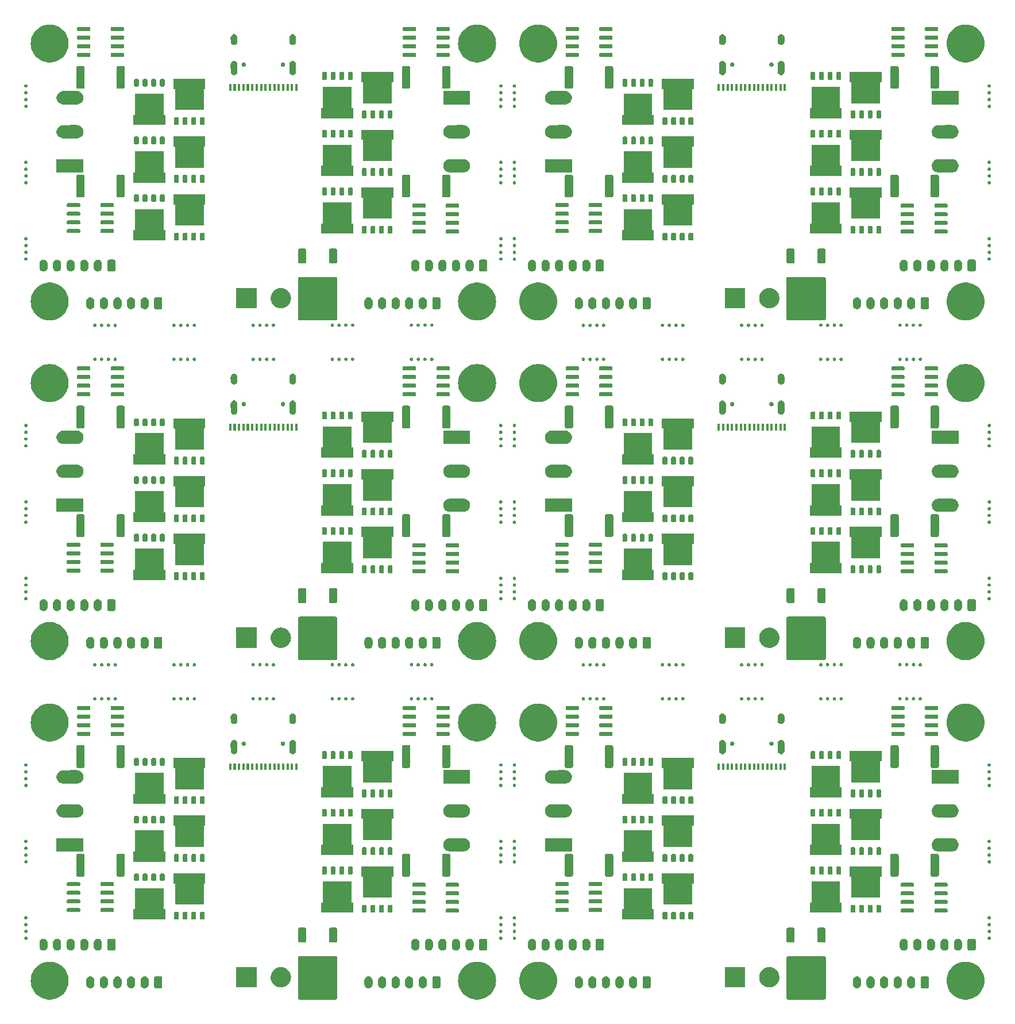
<source format=gbr>
%TF.GenerationSoftware,KiCad,Pcbnew,8.0.2*%
%TF.CreationDate,2024-05-05T15:06:13+02:00*%
%TF.ProjectId,panelized,70616e65-6c69-47a6-9564-2e6b69636164,rev?*%
%TF.SameCoordinates,Original*%
%TF.FileFunction,Soldermask,Bot*%
%TF.FilePolarity,Negative*%
%FSLAX46Y46*%
G04 Gerber Fmt 4.6, Leading zero omitted, Abs format (unit mm)*
G04 Created by KiCad (PCBNEW 8.0.2) date 2024-05-05 15:06:13*
%MOMM*%
%LPD*%
G01*
G04 APERTURE LIST*
G04 APERTURE END LIST*
G36*
X52657619Y-137900818D02*
G01*
X52708881Y-137906766D01*
X52726395Y-137914499D01*
X52749173Y-137919030D01*
X52773556Y-137935322D01*
X52794290Y-137944477D01*
X52808450Y-137958637D01*
X52830278Y-137973222D01*
X52844862Y-137995049D01*
X52859022Y-138009209D01*
X52868175Y-138029940D01*
X52884470Y-138054327D01*
X52889000Y-138077105D01*
X52896733Y-138094618D01*
X52902682Y-138145894D01*
X52903499Y-138149998D01*
X52903499Y-138152928D01*
X52903500Y-138152937D01*
X52903500Y-141109743D01*
X52903500Y-144050003D01*
X52902680Y-144054120D01*
X52896733Y-144105381D01*
X52889001Y-144122891D01*
X52884470Y-144145673D01*
X52868174Y-144170061D01*
X52859022Y-144190790D01*
X52844864Y-144204947D01*
X52830278Y-144226778D01*
X52808447Y-144241364D01*
X52794290Y-144255522D01*
X52773561Y-144264674D01*
X52749173Y-144280970D01*
X52726392Y-144285501D01*
X52708881Y-144293233D01*
X52657606Y-144299182D01*
X52653502Y-144299999D01*
X52650570Y-144299999D01*
X52650562Y-144300000D01*
X47356438Y-144300000D01*
X47356437Y-144299999D01*
X47353497Y-144300000D01*
X47349379Y-144299181D01*
X47298118Y-144293233D01*
X47280606Y-144285501D01*
X47257827Y-144280970D01*
X47233440Y-144264675D01*
X47212709Y-144255522D01*
X47198549Y-144241362D01*
X47176722Y-144226778D01*
X47162137Y-144204950D01*
X47147977Y-144190790D01*
X47138822Y-144170056D01*
X47122530Y-144145673D01*
X47117999Y-144122896D01*
X47110266Y-144105381D01*
X47104317Y-144054105D01*
X47103501Y-144050002D01*
X47103500Y-144047070D01*
X47103500Y-144047062D01*
X47103500Y-138152937D01*
X47103500Y-138152936D01*
X47103500Y-138149997D01*
X47104318Y-138145882D01*
X47110266Y-138094618D01*
X47117999Y-138077102D01*
X47122530Y-138054327D01*
X47138821Y-138029944D01*
X47147977Y-138009209D01*
X47162139Y-137995046D01*
X47176722Y-137973222D01*
X47198546Y-137958639D01*
X47212709Y-137944477D01*
X47233444Y-137935321D01*
X47257827Y-137919030D01*
X47280601Y-137914500D01*
X47298118Y-137906766D01*
X47349394Y-137900817D01*
X47353498Y-137900001D01*
X47356429Y-137900000D01*
X47356438Y-137900000D01*
X52650562Y-137900000D01*
X52653503Y-137900000D01*
X52657619Y-137900818D01*
G37*
G36*
X124657619Y-137900818D02*
G01*
X124708881Y-137906766D01*
X124726395Y-137914499D01*
X124749173Y-137919030D01*
X124773556Y-137935322D01*
X124794290Y-137944477D01*
X124808450Y-137958637D01*
X124830278Y-137973222D01*
X124844862Y-137995049D01*
X124859022Y-138009209D01*
X124868175Y-138029940D01*
X124884470Y-138054327D01*
X124889000Y-138077105D01*
X124896733Y-138094618D01*
X124902682Y-138145894D01*
X124903499Y-138149998D01*
X124903499Y-138152928D01*
X124903500Y-138152937D01*
X124903500Y-141109743D01*
X124903500Y-144050003D01*
X124902680Y-144054120D01*
X124896733Y-144105381D01*
X124889001Y-144122891D01*
X124884470Y-144145673D01*
X124868174Y-144170061D01*
X124859022Y-144190790D01*
X124844864Y-144204947D01*
X124830278Y-144226778D01*
X124808447Y-144241364D01*
X124794290Y-144255522D01*
X124773561Y-144264674D01*
X124749173Y-144280970D01*
X124726392Y-144285501D01*
X124708881Y-144293233D01*
X124657606Y-144299182D01*
X124653502Y-144299999D01*
X124650570Y-144299999D01*
X124650562Y-144300000D01*
X119356438Y-144300000D01*
X119356437Y-144299999D01*
X119353497Y-144300000D01*
X119349379Y-144299181D01*
X119298118Y-144293233D01*
X119280606Y-144285501D01*
X119257827Y-144280970D01*
X119233440Y-144264675D01*
X119212709Y-144255522D01*
X119198549Y-144241362D01*
X119176722Y-144226778D01*
X119162137Y-144204950D01*
X119147977Y-144190790D01*
X119138822Y-144170056D01*
X119122530Y-144145673D01*
X119117999Y-144122896D01*
X119110266Y-144105381D01*
X119104317Y-144054105D01*
X119103501Y-144050002D01*
X119103500Y-144047070D01*
X119103500Y-144047062D01*
X119103500Y-138152937D01*
X119103500Y-138152936D01*
X119103500Y-138149997D01*
X119104318Y-138145882D01*
X119110266Y-138094618D01*
X119117999Y-138077102D01*
X119122530Y-138054327D01*
X119138821Y-138029944D01*
X119147977Y-138009209D01*
X119162139Y-137995046D01*
X119176722Y-137973222D01*
X119198546Y-137958639D01*
X119212709Y-137944477D01*
X119233444Y-137935321D01*
X119257827Y-137919030D01*
X119280601Y-137914500D01*
X119298118Y-137906766D01*
X119349394Y-137900817D01*
X119353498Y-137900001D01*
X119356429Y-137900000D01*
X119356438Y-137900000D01*
X124650562Y-137900000D01*
X124653503Y-137900000D01*
X124657619Y-137900818D01*
G37*
G36*
X10987215Y-138742538D02*
G01*
X11304049Y-138817629D01*
X11610023Y-138928995D01*
X11901000Y-139075129D01*
X12173044Y-139254055D01*
X12422477Y-139463354D01*
X12645924Y-139700195D01*
X12840366Y-139961375D01*
X13003171Y-140243362D01*
X13132139Y-140542344D01*
X13225526Y-140854276D01*
X13282067Y-141174940D01*
X13301000Y-141500000D01*
X13282067Y-141825060D01*
X13225526Y-142145724D01*
X13132139Y-142457656D01*
X13003171Y-142756638D01*
X12840366Y-143038625D01*
X12645924Y-143299805D01*
X12422477Y-143536646D01*
X12173044Y-143745945D01*
X11901000Y-143924871D01*
X11610023Y-144071005D01*
X11304049Y-144182371D01*
X10987215Y-144257462D01*
X10663806Y-144295263D01*
X10338194Y-144295263D01*
X10014785Y-144257462D01*
X9697951Y-144182371D01*
X9391977Y-144071005D01*
X9101000Y-143924871D01*
X8828956Y-143745945D01*
X8579523Y-143536646D01*
X8356076Y-143299805D01*
X8161634Y-143038625D01*
X7998829Y-142756638D01*
X7869861Y-142457656D01*
X7776474Y-142145724D01*
X7719933Y-141825060D01*
X7701000Y-141500000D01*
X7719933Y-141174940D01*
X7776474Y-140854276D01*
X7869861Y-140542344D01*
X7998829Y-140243362D01*
X8161634Y-139961375D01*
X8356076Y-139700195D01*
X8579523Y-139463354D01*
X8828956Y-139254055D01*
X9101000Y-139075129D01*
X9391977Y-138928995D01*
X9697951Y-138817629D01*
X10014785Y-138742538D01*
X10338194Y-138704737D01*
X10663806Y-138704737D01*
X10987215Y-138742538D01*
G37*
G36*
X73987215Y-138742538D02*
G01*
X74304049Y-138817629D01*
X74610023Y-138928995D01*
X74901000Y-139075129D01*
X75173044Y-139254055D01*
X75422477Y-139463354D01*
X75645924Y-139700195D01*
X75840366Y-139961375D01*
X76003171Y-140243362D01*
X76132139Y-140542344D01*
X76225526Y-140854276D01*
X76282067Y-141174940D01*
X76301000Y-141500000D01*
X76282067Y-141825060D01*
X76225526Y-142145724D01*
X76132139Y-142457656D01*
X76003171Y-142756638D01*
X75840366Y-143038625D01*
X75645924Y-143299805D01*
X75422477Y-143536646D01*
X75173044Y-143745945D01*
X74901000Y-143924871D01*
X74610023Y-144071005D01*
X74304049Y-144182371D01*
X73987215Y-144257462D01*
X73663806Y-144295263D01*
X73338194Y-144295263D01*
X73014785Y-144257462D01*
X72697951Y-144182371D01*
X72391977Y-144071005D01*
X72101000Y-143924871D01*
X71828956Y-143745945D01*
X71579523Y-143536646D01*
X71356076Y-143299805D01*
X71161634Y-143038625D01*
X70998829Y-142756638D01*
X70869861Y-142457656D01*
X70776474Y-142145724D01*
X70719933Y-141825060D01*
X70701000Y-141500000D01*
X70719933Y-141174940D01*
X70776474Y-140854276D01*
X70869861Y-140542344D01*
X70998829Y-140243362D01*
X71161634Y-139961375D01*
X71356076Y-139700195D01*
X71579523Y-139463354D01*
X71828956Y-139254055D01*
X72101000Y-139075129D01*
X72391977Y-138928995D01*
X72697951Y-138817629D01*
X73014785Y-138742538D01*
X73338194Y-138704737D01*
X73663806Y-138704737D01*
X73987215Y-138742538D01*
G37*
G36*
X82987215Y-138742538D02*
G01*
X83304049Y-138817629D01*
X83610023Y-138928995D01*
X83901000Y-139075129D01*
X84173044Y-139254055D01*
X84422477Y-139463354D01*
X84645924Y-139700195D01*
X84840366Y-139961375D01*
X85003171Y-140243362D01*
X85132139Y-140542344D01*
X85225526Y-140854276D01*
X85282067Y-141174940D01*
X85301000Y-141500000D01*
X85282067Y-141825060D01*
X85225526Y-142145724D01*
X85132139Y-142457656D01*
X85003171Y-142756638D01*
X84840366Y-143038625D01*
X84645924Y-143299805D01*
X84422477Y-143536646D01*
X84173044Y-143745945D01*
X83901000Y-143924871D01*
X83610023Y-144071005D01*
X83304049Y-144182371D01*
X82987215Y-144257462D01*
X82663806Y-144295263D01*
X82338194Y-144295263D01*
X82014785Y-144257462D01*
X81697951Y-144182371D01*
X81391977Y-144071005D01*
X81101000Y-143924871D01*
X80828956Y-143745945D01*
X80579523Y-143536646D01*
X80356076Y-143299805D01*
X80161634Y-143038625D01*
X79998829Y-142756638D01*
X79869861Y-142457656D01*
X79776474Y-142145724D01*
X79719933Y-141825060D01*
X79701000Y-141500000D01*
X79719933Y-141174940D01*
X79776474Y-140854276D01*
X79869861Y-140542344D01*
X79998829Y-140243362D01*
X80161634Y-139961375D01*
X80356076Y-139700195D01*
X80579523Y-139463354D01*
X80828956Y-139254055D01*
X81101000Y-139075129D01*
X81391977Y-138928995D01*
X81697951Y-138817629D01*
X82014785Y-138742538D01*
X82338194Y-138704737D01*
X82663806Y-138704737D01*
X82987215Y-138742538D01*
G37*
G36*
X145987215Y-138742538D02*
G01*
X146304049Y-138817629D01*
X146610023Y-138928995D01*
X146901000Y-139075129D01*
X147173044Y-139254055D01*
X147422477Y-139463354D01*
X147645924Y-139700195D01*
X147840366Y-139961375D01*
X148003171Y-140243362D01*
X148132139Y-140542344D01*
X148225526Y-140854276D01*
X148282067Y-141174940D01*
X148301000Y-141500000D01*
X148282067Y-141825060D01*
X148225526Y-142145724D01*
X148132139Y-142457656D01*
X148003171Y-142756638D01*
X147840366Y-143038625D01*
X147645924Y-143299805D01*
X147422477Y-143536646D01*
X147173044Y-143745945D01*
X146901000Y-143924871D01*
X146610023Y-144071005D01*
X146304049Y-144182371D01*
X145987215Y-144257462D01*
X145663806Y-144295263D01*
X145338194Y-144295263D01*
X145014785Y-144257462D01*
X144697951Y-144182371D01*
X144391977Y-144071005D01*
X144101000Y-143924871D01*
X143828956Y-143745945D01*
X143579523Y-143536646D01*
X143356076Y-143299805D01*
X143161634Y-143038625D01*
X142998829Y-142756638D01*
X142869861Y-142457656D01*
X142776474Y-142145724D01*
X142719933Y-141825060D01*
X142701000Y-141500000D01*
X142719933Y-141174940D01*
X142776474Y-140854276D01*
X142869861Y-140542344D01*
X142998829Y-140243362D01*
X143161634Y-139961375D01*
X143356076Y-139700195D01*
X143579523Y-139463354D01*
X143828956Y-139254055D01*
X144101000Y-139075129D01*
X144391977Y-138928995D01*
X144697951Y-138817629D01*
X145014785Y-138742538D01*
X145338194Y-138704737D01*
X145663806Y-138704737D01*
X145987215Y-138742538D01*
G37*
G36*
X26855115Y-140875818D02*
G01*
X26906380Y-140881766D01*
X26923895Y-140889499D01*
X26946671Y-140894030D01*
X26971056Y-140910323D01*
X26991789Y-140919478D01*
X27005950Y-140933638D01*
X27027777Y-140948223D01*
X27042362Y-140970050D01*
X27056522Y-140984211D01*
X27065677Y-141004944D01*
X27081970Y-141029329D01*
X27086501Y-141052105D01*
X27094234Y-141069620D01*
X27100182Y-141120884D01*
X27101000Y-141125000D01*
X27101000Y-142375000D01*
X27100182Y-142379116D01*
X27094234Y-142430379D01*
X27086501Y-142447892D01*
X27081970Y-142470671D01*
X27065676Y-142495057D01*
X27056522Y-142515788D01*
X27042364Y-142529946D01*
X27027777Y-142551777D01*
X27005947Y-142566363D01*
X26991789Y-142580521D01*
X26971061Y-142589673D01*
X26946671Y-142605970D01*
X26923891Y-142610501D01*
X26906380Y-142618233D01*
X26855128Y-142624178D01*
X26851000Y-142625000D01*
X26151000Y-142625000D01*
X26146872Y-142624178D01*
X26095621Y-142618233D01*
X26078112Y-142610501D01*
X26055329Y-142605970D01*
X26030938Y-142589672D01*
X26010212Y-142580521D01*
X25996057Y-142566365D01*
X25974223Y-142551777D01*
X25959635Y-142529943D01*
X25945479Y-142515788D01*
X25936328Y-142495062D01*
X25920030Y-142470671D01*
X25915499Y-142447888D01*
X25907767Y-142430379D01*
X25901822Y-142379129D01*
X25901000Y-142375000D01*
X25901000Y-141125000D01*
X25901821Y-141120873D01*
X25907767Y-141069620D01*
X25915499Y-141052109D01*
X25920030Y-141029329D01*
X25936327Y-141004939D01*
X25945479Y-140984211D01*
X25959637Y-140970053D01*
X25974223Y-140948223D01*
X25996054Y-140933636D01*
X26010212Y-140919478D01*
X26030943Y-140910324D01*
X26055329Y-140894030D01*
X26078108Y-140889499D01*
X26095621Y-140881766D01*
X26146883Y-140875818D01*
X26151000Y-140875000D01*
X26851000Y-140875000D01*
X26855115Y-140875818D01*
G37*
G36*
X67855116Y-140875818D02*
G01*
X67906379Y-140881766D01*
X67923892Y-140889499D01*
X67946671Y-140894030D01*
X67971057Y-140910324D01*
X67991788Y-140919478D01*
X68005946Y-140933636D01*
X68027777Y-140948223D01*
X68042363Y-140970053D01*
X68056521Y-140984211D01*
X68065673Y-141004939D01*
X68081970Y-141029329D01*
X68086501Y-141052109D01*
X68094233Y-141069620D01*
X68100178Y-141120872D01*
X68101000Y-141125000D01*
X68101000Y-142375000D01*
X68100178Y-142379128D01*
X68094233Y-142430379D01*
X68086501Y-142447888D01*
X68081970Y-142470671D01*
X68065672Y-142495062D01*
X68056521Y-142515788D01*
X68042365Y-142529943D01*
X68027777Y-142551777D01*
X68005943Y-142566365D01*
X67991788Y-142580521D01*
X67971062Y-142589672D01*
X67946671Y-142605970D01*
X67923888Y-142610501D01*
X67906379Y-142618233D01*
X67855129Y-142624178D01*
X67851000Y-142625000D01*
X67151000Y-142625000D01*
X67146873Y-142624179D01*
X67095620Y-142618233D01*
X67078109Y-142610501D01*
X67055329Y-142605970D01*
X67030939Y-142589673D01*
X67010211Y-142580521D01*
X66996053Y-142566363D01*
X66974223Y-142551777D01*
X66959636Y-142529946D01*
X66945478Y-142515788D01*
X66936324Y-142495057D01*
X66920030Y-142470671D01*
X66915499Y-142447892D01*
X66907766Y-142430379D01*
X66901818Y-142379117D01*
X66901000Y-142375000D01*
X66901000Y-141125000D01*
X66901818Y-141120885D01*
X66907766Y-141069620D01*
X66915499Y-141052105D01*
X66920030Y-141029329D01*
X66936323Y-141004944D01*
X66945478Y-140984211D01*
X66959638Y-140970050D01*
X66974223Y-140948223D01*
X66996050Y-140933638D01*
X67010211Y-140919478D01*
X67030944Y-140910323D01*
X67055329Y-140894030D01*
X67078105Y-140889499D01*
X67095620Y-140881766D01*
X67146884Y-140875818D01*
X67151000Y-140875000D01*
X67851000Y-140875000D01*
X67855116Y-140875818D01*
G37*
G36*
X98855116Y-140875818D02*
G01*
X98906379Y-140881766D01*
X98923892Y-140889499D01*
X98946671Y-140894030D01*
X98971057Y-140910324D01*
X98991788Y-140919478D01*
X99005946Y-140933636D01*
X99027777Y-140948223D01*
X99042363Y-140970053D01*
X99056521Y-140984211D01*
X99065673Y-141004939D01*
X99081970Y-141029329D01*
X99086501Y-141052109D01*
X99094233Y-141069620D01*
X99100178Y-141120872D01*
X99101000Y-141125000D01*
X99101000Y-142375000D01*
X99100178Y-142379128D01*
X99094233Y-142430379D01*
X99086501Y-142447888D01*
X99081970Y-142470671D01*
X99065672Y-142495062D01*
X99056521Y-142515788D01*
X99042365Y-142529943D01*
X99027777Y-142551777D01*
X99005943Y-142566365D01*
X98991788Y-142580521D01*
X98971062Y-142589672D01*
X98946671Y-142605970D01*
X98923888Y-142610501D01*
X98906379Y-142618233D01*
X98855129Y-142624178D01*
X98851000Y-142625000D01*
X98151000Y-142625000D01*
X98146873Y-142624179D01*
X98095620Y-142618233D01*
X98078109Y-142610501D01*
X98055329Y-142605970D01*
X98030939Y-142589673D01*
X98010211Y-142580521D01*
X97996053Y-142566363D01*
X97974223Y-142551777D01*
X97959636Y-142529946D01*
X97945478Y-142515788D01*
X97936324Y-142495057D01*
X97920030Y-142470671D01*
X97915499Y-142447892D01*
X97907766Y-142430379D01*
X97901818Y-142379117D01*
X97901000Y-142375000D01*
X97901000Y-141125000D01*
X97901818Y-141120885D01*
X97907766Y-141069620D01*
X97915499Y-141052105D01*
X97920030Y-141029329D01*
X97936323Y-141004944D01*
X97945478Y-140984211D01*
X97959638Y-140970050D01*
X97974223Y-140948223D01*
X97996050Y-140933638D01*
X98010211Y-140919478D01*
X98030944Y-140910323D01*
X98055329Y-140894030D01*
X98078105Y-140889499D01*
X98095620Y-140881766D01*
X98146884Y-140875818D01*
X98151000Y-140875000D01*
X98851000Y-140875000D01*
X98855116Y-140875818D01*
G37*
G36*
X139855116Y-140875818D02*
G01*
X139906379Y-140881766D01*
X139923892Y-140889499D01*
X139946671Y-140894030D01*
X139971057Y-140910324D01*
X139991788Y-140919478D01*
X140005946Y-140933636D01*
X140027777Y-140948223D01*
X140042363Y-140970053D01*
X140056521Y-140984211D01*
X140065673Y-141004939D01*
X140081970Y-141029329D01*
X140086501Y-141052109D01*
X140094233Y-141069620D01*
X140100178Y-141120872D01*
X140101000Y-141125000D01*
X140101000Y-142375000D01*
X140100178Y-142379128D01*
X140094233Y-142430379D01*
X140086501Y-142447888D01*
X140081970Y-142470671D01*
X140065672Y-142495062D01*
X140056521Y-142515788D01*
X140042365Y-142529943D01*
X140027777Y-142551777D01*
X140005943Y-142566365D01*
X139991788Y-142580521D01*
X139971062Y-142589672D01*
X139946671Y-142605970D01*
X139923888Y-142610501D01*
X139906379Y-142618233D01*
X139855129Y-142624178D01*
X139851000Y-142625000D01*
X139151000Y-142625000D01*
X139146873Y-142624179D01*
X139095620Y-142618233D01*
X139078109Y-142610501D01*
X139055329Y-142605970D01*
X139030939Y-142589673D01*
X139010211Y-142580521D01*
X138996053Y-142566363D01*
X138974223Y-142551777D01*
X138959636Y-142529946D01*
X138945478Y-142515788D01*
X138936324Y-142495057D01*
X138920030Y-142470671D01*
X138915499Y-142447892D01*
X138907766Y-142430379D01*
X138901818Y-142379117D01*
X138901000Y-142375000D01*
X138901000Y-141125000D01*
X138901818Y-141120885D01*
X138907766Y-141069620D01*
X138915499Y-141052105D01*
X138920030Y-141029329D01*
X138936323Y-141004944D01*
X138945478Y-140984211D01*
X138959638Y-140970050D01*
X138974223Y-140948223D01*
X138996050Y-140933638D01*
X139010211Y-140919478D01*
X139030944Y-140910323D01*
X139055329Y-140894030D01*
X139078105Y-140889499D01*
X139095620Y-140881766D01*
X139146884Y-140875818D01*
X139151000Y-140875000D01*
X139851000Y-140875000D01*
X139855116Y-140875818D01*
G37*
G36*
X16569836Y-140880133D02*
G01*
X16579316Y-140880133D01*
X16606623Y-140887449D01*
X16675101Y-140901070D01*
X16707427Y-140914459D01*
X16730610Y-140920672D01*
X16751400Y-140932674D01*
X16783723Y-140946064D01*
X16841778Y-140984854D01*
X16866257Y-140998988D01*
X16872958Y-141005688D01*
X16881483Y-141011385D01*
X16964615Y-141094517D01*
X16970312Y-141103042D01*
X16977012Y-141109743D01*
X16991146Y-141134222D01*
X17029936Y-141192277D01*
X17043326Y-141224600D01*
X17055328Y-141245390D01*
X17061541Y-141268573D01*
X17074930Y-141300899D01*
X17088551Y-141369378D01*
X17095867Y-141396684D01*
X17095948Y-141406569D01*
X17097892Y-141416344D01*
X17100994Y-142023872D01*
X17100992Y-142023928D01*
X17101000Y-142025000D01*
X17100755Y-142028741D01*
X17098111Y-142082555D01*
X17096794Y-142089178D01*
X17095867Y-142103316D01*
X17088551Y-142130622D01*
X17074930Y-142199100D01*
X17061541Y-142231423D01*
X17055328Y-142254610D01*
X17043324Y-142275401D01*
X17029936Y-142307722D01*
X16991150Y-142365770D01*
X16977012Y-142390257D01*
X16970310Y-142396959D01*
X16964615Y-142405482D01*
X16881483Y-142488614D01*
X16872961Y-142494308D01*
X16866257Y-142501012D01*
X16841767Y-142515151D01*
X16783723Y-142553935D01*
X16751406Y-142567321D01*
X16730610Y-142579328D01*
X16707420Y-142585541D01*
X16675101Y-142598929D01*
X16606629Y-142612548D01*
X16579316Y-142619867D01*
X16569836Y-142619867D01*
X16559786Y-142621866D01*
X16442214Y-142621866D01*
X16432164Y-142619867D01*
X16422684Y-142619867D01*
X16395371Y-142612548D01*
X16326900Y-142598929D01*
X16294584Y-142585542D01*
X16271390Y-142579328D01*
X16250593Y-142567320D01*
X16218278Y-142553935D01*
X16160241Y-142515155D01*
X16135743Y-142501012D01*
X16129038Y-142494306D01*
X16120518Y-142488614D01*
X16037386Y-142405482D01*
X16031694Y-142396962D01*
X16024988Y-142390257D01*
X16010845Y-142365759D01*
X15972065Y-142307722D01*
X15958680Y-142275407D01*
X15946672Y-142254610D01*
X15940458Y-142231416D01*
X15927071Y-142199100D01*
X15913454Y-142130638D01*
X15906133Y-142103316D01*
X15906053Y-142093424D01*
X15904109Y-142083655D01*
X15901007Y-141476127D01*
X15901009Y-141476088D01*
X15901000Y-141475000D01*
X15901250Y-141471200D01*
X15903890Y-141417444D01*
X15905206Y-141410827D01*
X15906133Y-141396684D01*
X15913453Y-141369366D01*
X15927071Y-141300899D01*
X15940459Y-141268580D01*
X15946672Y-141245390D01*
X15958679Y-141224594D01*
X15972065Y-141192277D01*
X16010849Y-141134233D01*
X16024988Y-141109743D01*
X16031692Y-141103039D01*
X16037386Y-141094517D01*
X16120518Y-141011385D01*
X16129041Y-141005690D01*
X16135743Y-140998988D01*
X16160230Y-140984850D01*
X16218278Y-140946064D01*
X16250599Y-140932676D01*
X16271390Y-140920672D01*
X16294577Y-140914459D01*
X16326900Y-140901070D01*
X16395377Y-140887449D01*
X16422684Y-140880133D01*
X16432164Y-140880133D01*
X16442214Y-140878134D01*
X16559786Y-140878134D01*
X16569836Y-140880133D01*
G37*
G36*
X18569836Y-140880133D02*
G01*
X18579316Y-140880133D01*
X18606623Y-140887449D01*
X18675101Y-140901070D01*
X18707427Y-140914459D01*
X18730610Y-140920672D01*
X18751400Y-140932674D01*
X18783723Y-140946064D01*
X18841778Y-140984854D01*
X18866257Y-140998988D01*
X18872958Y-141005688D01*
X18881483Y-141011385D01*
X18964615Y-141094517D01*
X18970312Y-141103042D01*
X18977012Y-141109743D01*
X18991146Y-141134222D01*
X19029936Y-141192277D01*
X19043326Y-141224600D01*
X19055328Y-141245390D01*
X19061541Y-141268573D01*
X19074930Y-141300899D01*
X19088551Y-141369378D01*
X19095867Y-141396684D01*
X19095948Y-141406569D01*
X19097892Y-141416344D01*
X19100994Y-142023872D01*
X19100992Y-142023928D01*
X19101000Y-142025000D01*
X19100755Y-142028741D01*
X19098111Y-142082555D01*
X19096794Y-142089178D01*
X19095867Y-142103316D01*
X19088551Y-142130622D01*
X19074930Y-142199100D01*
X19061541Y-142231423D01*
X19055328Y-142254610D01*
X19043324Y-142275401D01*
X19029936Y-142307722D01*
X18991150Y-142365770D01*
X18977012Y-142390257D01*
X18970310Y-142396959D01*
X18964615Y-142405482D01*
X18881483Y-142488614D01*
X18872961Y-142494308D01*
X18866257Y-142501012D01*
X18841767Y-142515151D01*
X18783723Y-142553935D01*
X18751406Y-142567321D01*
X18730610Y-142579328D01*
X18707420Y-142585541D01*
X18675101Y-142598929D01*
X18606629Y-142612548D01*
X18579316Y-142619867D01*
X18569836Y-142619867D01*
X18559786Y-142621866D01*
X18442214Y-142621866D01*
X18432164Y-142619867D01*
X18422684Y-142619867D01*
X18395371Y-142612548D01*
X18326900Y-142598929D01*
X18294584Y-142585542D01*
X18271390Y-142579328D01*
X18250593Y-142567320D01*
X18218278Y-142553935D01*
X18160241Y-142515155D01*
X18135743Y-142501012D01*
X18129038Y-142494306D01*
X18120518Y-142488614D01*
X18037386Y-142405482D01*
X18031694Y-142396962D01*
X18024988Y-142390257D01*
X18010845Y-142365759D01*
X17972065Y-142307722D01*
X17958680Y-142275407D01*
X17946672Y-142254610D01*
X17940458Y-142231416D01*
X17927071Y-142199100D01*
X17913454Y-142130638D01*
X17906133Y-142103316D01*
X17906053Y-142093424D01*
X17904109Y-142083655D01*
X17901007Y-141476127D01*
X17901009Y-141476088D01*
X17901000Y-141475000D01*
X17901250Y-141471200D01*
X17903890Y-141417444D01*
X17905206Y-141410827D01*
X17906133Y-141396684D01*
X17913453Y-141369366D01*
X17927071Y-141300899D01*
X17940459Y-141268580D01*
X17946672Y-141245390D01*
X17958679Y-141224594D01*
X17972065Y-141192277D01*
X18010849Y-141134233D01*
X18024988Y-141109743D01*
X18031692Y-141103039D01*
X18037386Y-141094517D01*
X18120518Y-141011385D01*
X18129041Y-141005690D01*
X18135743Y-140998988D01*
X18160230Y-140984850D01*
X18218278Y-140946064D01*
X18250599Y-140932676D01*
X18271390Y-140920672D01*
X18294577Y-140914459D01*
X18326900Y-140901070D01*
X18395377Y-140887449D01*
X18422684Y-140880133D01*
X18432164Y-140880133D01*
X18442214Y-140878134D01*
X18559786Y-140878134D01*
X18569836Y-140880133D01*
G37*
G36*
X20569836Y-140880133D02*
G01*
X20579316Y-140880133D01*
X20606623Y-140887449D01*
X20675101Y-140901070D01*
X20707427Y-140914459D01*
X20730610Y-140920672D01*
X20751400Y-140932674D01*
X20783723Y-140946064D01*
X20841778Y-140984854D01*
X20866257Y-140998988D01*
X20872958Y-141005688D01*
X20881483Y-141011385D01*
X20964615Y-141094517D01*
X20970312Y-141103042D01*
X20977012Y-141109743D01*
X20991146Y-141134222D01*
X21029936Y-141192277D01*
X21043326Y-141224600D01*
X21055328Y-141245390D01*
X21061541Y-141268573D01*
X21074930Y-141300899D01*
X21088551Y-141369378D01*
X21095867Y-141396684D01*
X21095948Y-141406569D01*
X21097892Y-141416344D01*
X21100994Y-142023872D01*
X21100992Y-142023928D01*
X21101000Y-142025000D01*
X21100755Y-142028741D01*
X21098111Y-142082555D01*
X21096794Y-142089178D01*
X21095867Y-142103316D01*
X21088551Y-142130622D01*
X21074930Y-142199100D01*
X21061541Y-142231423D01*
X21055328Y-142254610D01*
X21043324Y-142275401D01*
X21029936Y-142307722D01*
X20991150Y-142365770D01*
X20977012Y-142390257D01*
X20970310Y-142396959D01*
X20964615Y-142405482D01*
X20881483Y-142488614D01*
X20872961Y-142494308D01*
X20866257Y-142501012D01*
X20841767Y-142515151D01*
X20783723Y-142553935D01*
X20751406Y-142567321D01*
X20730610Y-142579328D01*
X20707420Y-142585541D01*
X20675101Y-142598929D01*
X20606629Y-142612548D01*
X20579316Y-142619867D01*
X20569836Y-142619867D01*
X20559786Y-142621866D01*
X20442214Y-142621866D01*
X20432164Y-142619867D01*
X20422684Y-142619867D01*
X20395371Y-142612548D01*
X20326900Y-142598929D01*
X20294584Y-142585542D01*
X20271390Y-142579328D01*
X20250593Y-142567320D01*
X20218278Y-142553935D01*
X20160241Y-142515155D01*
X20135743Y-142501012D01*
X20129038Y-142494306D01*
X20120518Y-142488614D01*
X20037386Y-142405482D01*
X20031694Y-142396962D01*
X20024988Y-142390257D01*
X20010845Y-142365759D01*
X19972065Y-142307722D01*
X19958680Y-142275407D01*
X19946672Y-142254610D01*
X19940458Y-142231416D01*
X19927071Y-142199100D01*
X19913454Y-142130638D01*
X19906133Y-142103316D01*
X19906053Y-142093424D01*
X19904109Y-142083655D01*
X19901007Y-141476127D01*
X19901009Y-141476088D01*
X19901000Y-141475000D01*
X19901250Y-141471200D01*
X19903890Y-141417444D01*
X19905206Y-141410827D01*
X19906133Y-141396684D01*
X19913453Y-141369366D01*
X19927071Y-141300899D01*
X19940459Y-141268580D01*
X19946672Y-141245390D01*
X19958679Y-141224594D01*
X19972065Y-141192277D01*
X20010849Y-141134233D01*
X20024988Y-141109743D01*
X20031692Y-141103039D01*
X20037386Y-141094517D01*
X20120518Y-141011385D01*
X20129041Y-141005690D01*
X20135743Y-140998988D01*
X20160230Y-140984850D01*
X20218278Y-140946064D01*
X20250599Y-140932676D01*
X20271390Y-140920672D01*
X20294577Y-140914459D01*
X20326900Y-140901070D01*
X20395377Y-140887449D01*
X20422684Y-140880133D01*
X20432164Y-140880133D01*
X20442214Y-140878134D01*
X20559786Y-140878134D01*
X20569836Y-140880133D01*
G37*
G36*
X22569836Y-140880133D02*
G01*
X22579316Y-140880133D01*
X22606623Y-140887449D01*
X22675101Y-140901070D01*
X22707427Y-140914459D01*
X22730610Y-140920672D01*
X22751400Y-140932674D01*
X22783723Y-140946064D01*
X22841778Y-140984854D01*
X22866257Y-140998988D01*
X22872958Y-141005688D01*
X22881483Y-141011385D01*
X22964615Y-141094517D01*
X22970312Y-141103042D01*
X22977012Y-141109743D01*
X22991146Y-141134222D01*
X23029936Y-141192277D01*
X23043326Y-141224600D01*
X23055328Y-141245390D01*
X23061541Y-141268573D01*
X23074930Y-141300899D01*
X23088551Y-141369378D01*
X23095867Y-141396684D01*
X23095948Y-141406569D01*
X23097892Y-141416344D01*
X23100994Y-142023872D01*
X23100992Y-142023928D01*
X23101000Y-142025000D01*
X23100755Y-142028741D01*
X23098111Y-142082555D01*
X23096794Y-142089178D01*
X23095867Y-142103316D01*
X23088551Y-142130622D01*
X23074930Y-142199100D01*
X23061541Y-142231423D01*
X23055328Y-142254610D01*
X23043324Y-142275401D01*
X23029936Y-142307722D01*
X22991150Y-142365770D01*
X22977012Y-142390257D01*
X22970310Y-142396959D01*
X22964615Y-142405482D01*
X22881483Y-142488614D01*
X22872961Y-142494308D01*
X22866257Y-142501012D01*
X22841767Y-142515151D01*
X22783723Y-142553935D01*
X22751406Y-142567321D01*
X22730610Y-142579328D01*
X22707420Y-142585541D01*
X22675101Y-142598929D01*
X22606629Y-142612548D01*
X22579316Y-142619867D01*
X22569836Y-142619867D01*
X22559786Y-142621866D01*
X22442214Y-142621866D01*
X22432164Y-142619867D01*
X22422684Y-142619867D01*
X22395371Y-142612548D01*
X22326900Y-142598929D01*
X22294584Y-142585542D01*
X22271390Y-142579328D01*
X22250593Y-142567320D01*
X22218278Y-142553935D01*
X22160241Y-142515155D01*
X22135743Y-142501012D01*
X22129038Y-142494306D01*
X22120518Y-142488614D01*
X22037386Y-142405482D01*
X22031694Y-142396962D01*
X22024988Y-142390257D01*
X22010845Y-142365759D01*
X21972065Y-142307722D01*
X21958680Y-142275407D01*
X21946672Y-142254610D01*
X21940458Y-142231416D01*
X21927071Y-142199100D01*
X21913454Y-142130638D01*
X21906133Y-142103316D01*
X21906053Y-142093424D01*
X21904109Y-142083655D01*
X21901007Y-141476127D01*
X21901009Y-141476088D01*
X21901000Y-141475000D01*
X21901250Y-141471200D01*
X21903890Y-141417444D01*
X21905206Y-141410827D01*
X21906133Y-141396684D01*
X21913453Y-141369366D01*
X21927071Y-141300899D01*
X21940459Y-141268580D01*
X21946672Y-141245390D01*
X21958679Y-141224594D01*
X21972065Y-141192277D01*
X22010849Y-141134233D01*
X22024988Y-141109743D01*
X22031692Y-141103039D01*
X22037386Y-141094517D01*
X22120518Y-141011385D01*
X22129041Y-141005690D01*
X22135743Y-140998988D01*
X22160230Y-140984850D01*
X22218278Y-140946064D01*
X22250599Y-140932676D01*
X22271390Y-140920672D01*
X22294577Y-140914459D01*
X22326900Y-140901070D01*
X22395377Y-140887449D01*
X22422684Y-140880133D01*
X22432164Y-140880133D01*
X22442214Y-140878134D01*
X22559786Y-140878134D01*
X22569836Y-140880133D01*
G37*
G36*
X24569836Y-140880133D02*
G01*
X24579316Y-140880133D01*
X24606623Y-140887449D01*
X24675101Y-140901070D01*
X24707427Y-140914459D01*
X24730610Y-140920672D01*
X24751400Y-140932674D01*
X24783723Y-140946064D01*
X24841778Y-140984854D01*
X24866257Y-140998988D01*
X24872958Y-141005688D01*
X24881483Y-141011385D01*
X24964615Y-141094517D01*
X24970312Y-141103042D01*
X24977012Y-141109743D01*
X24991146Y-141134222D01*
X25029936Y-141192277D01*
X25043326Y-141224600D01*
X25055328Y-141245390D01*
X25061541Y-141268573D01*
X25074930Y-141300899D01*
X25088551Y-141369378D01*
X25095867Y-141396684D01*
X25095948Y-141406569D01*
X25097892Y-141416344D01*
X25100994Y-142023872D01*
X25100992Y-142023928D01*
X25101000Y-142025000D01*
X25100755Y-142028741D01*
X25098111Y-142082555D01*
X25096794Y-142089178D01*
X25095867Y-142103316D01*
X25088551Y-142130622D01*
X25074930Y-142199100D01*
X25061541Y-142231423D01*
X25055328Y-142254610D01*
X25043324Y-142275401D01*
X25029936Y-142307722D01*
X24991150Y-142365770D01*
X24977012Y-142390257D01*
X24970310Y-142396959D01*
X24964615Y-142405482D01*
X24881483Y-142488614D01*
X24872961Y-142494308D01*
X24866257Y-142501012D01*
X24841767Y-142515151D01*
X24783723Y-142553935D01*
X24751406Y-142567321D01*
X24730610Y-142579328D01*
X24707420Y-142585541D01*
X24675101Y-142598929D01*
X24606629Y-142612548D01*
X24579316Y-142619867D01*
X24569836Y-142619867D01*
X24559786Y-142621866D01*
X24442214Y-142621866D01*
X24432164Y-142619867D01*
X24422684Y-142619867D01*
X24395371Y-142612548D01*
X24326900Y-142598929D01*
X24294584Y-142585542D01*
X24271390Y-142579328D01*
X24250593Y-142567320D01*
X24218278Y-142553935D01*
X24160241Y-142515155D01*
X24135743Y-142501012D01*
X24129038Y-142494306D01*
X24120518Y-142488614D01*
X24037386Y-142405482D01*
X24031694Y-142396962D01*
X24024988Y-142390257D01*
X24010845Y-142365759D01*
X23972065Y-142307722D01*
X23958680Y-142275407D01*
X23946672Y-142254610D01*
X23940458Y-142231416D01*
X23927071Y-142199100D01*
X23913454Y-142130638D01*
X23906133Y-142103316D01*
X23906053Y-142093424D01*
X23904109Y-142083655D01*
X23901007Y-141476127D01*
X23901009Y-141476088D01*
X23901000Y-141475000D01*
X23901250Y-141471200D01*
X23903890Y-141417444D01*
X23905206Y-141410827D01*
X23906133Y-141396684D01*
X23913453Y-141369366D01*
X23927071Y-141300899D01*
X23940459Y-141268580D01*
X23946672Y-141245390D01*
X23958679Y-141224594D01*
X23972065Y-141192277D01*
X24010849Y-141134233D01*
X24024988Y-141109743D01*
X24031692Y-141103039D01*
X24037386Y-141094517D01*
X24120518Y-141011385D01*
X24129041Y-141005690D01*
X24135743Y-140998988D01*
X24160230Y-140984850D01*
X24218278Y-140946064D01*
X24250599Y-140932676D01*
X24271390Y-140920672D01*
X24294577Y-140914459D01*
X24326900Y-140901070D01*
X24395377Y-140887449D01*
X24422684Y-140880133D01*
X24432164Y-140880133D01*
X24442214Y-140878134D01*
X24559786Y-140878134D01*
X24569836Y-140880133D01*
G37*
G36*
X57569836Y-140880133D02*
G01*
X57579316Y-140880133D01*
X57606623Y-140887449D01*
X57675100Y-140901070D01*
X57707423Y-140914459D01*
X57730610Y-140920672D01*
X57751401Y-140932676D01*
X57783722Y-140946064D01*
X57841770Y-140984850D01*
X57866257Y-140998988D01*
X57872959Y-141005690D01*
X57881482Y-141011385D01*
X57964614Y-141094517D01*
X57970308Y-141103039D01*
X57977012Y-141109743D01*
X57991151Y-141134233D01*
X58029935Y-141192277D01*
X58043321Y-141224594D01*
X58055328Y-141245390D01*
X58061541Y-141268580D01*
X58074929Y-141300899D01*
X58088546Y-141369364D01*
X58095867Y-141396684D01*
X58095947Y-141406574D01*
X58097891Y-141416344D01*
X58100993Y-142023872D01*
X58100991Y-142023910D01*
X58101000Y-142025000D01*
X58100750Y-142028802D01*
X58098110Y-142082555D01*
X58096794Y-142089170D01*
X58095867Y-142103316D01*
X58088546Y-142130636D01*
X58074929Y-142199100D01*
X58061542Y-142231416D01*
X58055328Y-142254610D01*
X58043320Y-142275407D01*
X58029935Y-142307722D01*
X57991155Y-142365759D01*
X57977012Y-142390257D01*
X57970306Y-142396962D01*
X57964614Y-142405482D01*
X57881482Y-142488614D01*
X57872962Y-142494306D01*
X57866257Y-142501012D01*
X57841759Y-142515155D01*
X57783722Y-142553935D01*
X57751407Y-142567320D01*
X57730610Y-142579328D01*
X57707416Y-142585542D01*
X57675100Y-142598929D01*
X57606629Y-142612548D01*
X57579316Y-142619867D01*
X57569836Y-142619867D01*
X57559786Y-142621866D01*
X57442214Y-142621866D01*
X57432164Y-142619867D01*
X57422684Y-142619867D01*
X57395371Y-142612548D01*
X57326899Y-142598929D01*
X57294580Y-142585541D01*
X57271390Y-142579328D01*
X57250594Y-142567321D01*
X57218277Y-142553935D01*
X57160233Y-142515151D01*
X57135743Y-142501012D01*
X57129039Y-142494308D01*
X57120517Y-142488614D01*
X57037385Y-142405482D01*
X57031690Y-142396959D01*
X57024988Y-142390257D01*
X57010850Y-142365770D01*
X56972064Y-142307722D01*
X56958676Y-142275401D01*
X56946672Y-142254610D01*
X56940459Y-142231423D01*
X56927070Y-142199100D01*
X56913450Y-142130623D01*
X56906133Y-142103316D01*
X56906052Y-142093429D01*
X56904108Y-142083655D01*
X56901006Y-141476127D01*
X56901008Y-141476071D01*
X56901000Y-141475000D01*
X56901245Y-141471261D01*
X56903889Y-141417444D01*
X56905206Y-141410820D01*
X56906133Y-141396684D01*
X56913448Y-141369380D01*
X56927070Y-141300899D01*
X56940459Y-141268573D01*
X56946672Y-141245390D01*
X56958674Y-141224600D01*
X56972064Y-141192277D01*
X57010854Y-141134222D01*
X57024988Y-141109743D01*
X57031688Y-141103042D01*
X57037385Y-141094517D01*
X57120517Y-141011385D01*
X57129042Y-141005688D01*
X57135743Y-140998988D01*
X57160222Y-140984854D01*
X57218277Y-140946064D01*
X57250600Y-140932674D01*
X57271390Y-140920672D01*
X57294573Y-140914459D01*
X57326899Y-140901070D01*
X57395377Y-140887449D01*
X57422684Y-140880133D01*
X57432164Y-140880133D01*
X57442214Y-140878134D01*
X57559786Y-140878134D01*
X57569836Y-140880133D01*
G37*
G36*
X59569836Y-140880133D02*
G01*
X59579316Y-140880133D01*
X59606623Y-140887449D01*
X59675100Y-140901070D01*
X59707423Y-140914459D01*
X59730610Y-140920672D01*
X59751401Y-140932676D01*
X59783722Y-140946064D01*
X59841770Y-140984850D01*
X59866257Y-140998988D01*
X59872959Y-141005690D01*
X59881482Y-141011385D01*
X59964614Y-141094517D01*
X59970308Y-141103039D01*
X59977012Y-141109743D01*
X59991151Y-141134233D01*
X60029935Y-141192277D01*
X60043321Y-141224594D01*
X60055328Y-141245390D01*
X60061541Y-141268580D01*
X60074929Y-141300899D01*
X60088546Y-141369364D01*
X60095867Y-141396684D01*
X60095947Y-141406574D01*
X60097891Y-141416344D01*
X60100993Y-142023872D01*
X60100991Y-142023910D01*
X60101000Y-142025000D01*
X60100750Y-142028802D01*
X60098110Y-142082555D01*
X60096794Y-142089170D01*
X60095867Y-142103316D01*
X60088546Y-142130636D01*
X60074929Y-142199100D01*
X60061542Y-142231416D01*
X60055328Y-142254610D01*
X60043320Y-142275407D01*
X60029935Y-142307722D01*
X59991155Y-142365759D01*
X59977012Y-142390257D01*
X59970306Y-142396962D01*
X59964614Y-142405482D01*
X59881482Y-142488614D01*
X59872962Y-142494306D01*
X59866257Y-142501012D01*
X59841759Y-142515155D01*
X59783722Y-142553935D01*
X59751407Y-142567320D01*
X59730610Y-142579328D01*
X59707416Y-142585542D01*
X59675100Y-142598929D01*
X59606629Y-142612548D01*
X59579316Y-142619867D01*
X59569836Y-142619867D01*
X59559786Y-142621866D01*
X59442214Y-142621866D01*
X59432164Y-142619867D01*
X59422684Y-142619867D01*
X59395371Y-142612548D01*
X59326899Y-142598929D01*
X59294580Y-142585541D01*
X59271390Y-142579328D01*
X59250594Y-142567321D01*
X59218277Y-142553935D01*
X59160233Y-142515151D01*
X59135743Y-142501012D01*
X59129039Y-142494308D01*
X59120517Y-142488614D01*
X59037385Y-142405482D01*
X59031690Y-142396959D01*
X59024988Y-142390257D01*
X59010850Y-142365770D01*
X58972064Y-142307722D01*
X58958676Y-142275401D01*
X58946672Y-142254610D01*
X58940459Y-142231423D01*
X58927070Y-142199100D01*
X58913450Y-142130623D01*
X58906133Y-142103316D01*
X58906052Y-142093429D01*
X58904108Y-142083655D01*
X58901006Y-141476127D01*
X58901008Y-141476071D01*
X58901000Y-141475000D01*
X58901245Y-141471261D01*
X58903889Y-141417444D01*
X58905206Y-141410820D01*
X58906133Y-141396684D01*
X58913448Y-141369380D01*
X58927070Y-141300899D01*
X58940459Y-141268573D01*
X58946672Y-141245390D01*
X58958674Y-141224600D01*
X58972064Y-141192277D01*
X59010854Y-141134222D01*
X59024988Y-141109743D01*
X59031688Y-141103042D01*
X59037385Y-141094517D01*
X59120517Y-141011385D01*
X59129042Y-141005688D01*
X59135743Y-140998988D01*
X59160222Y-140984854D01*
X59218277Y-140946064D01*
X59250600Y-140932674D01*
X59271390Y-140920672D01*
X59294573Y-140914459D01*
X59326899Y-140901070D01*
X59395377Y-140887449D01*
X59422684Y-140880133D01*
X59432164Y-140880133D01*
X59442214Y-140878134D01*
X59559786Y-140878134D01*
X59569836Y-140880133D01*
G37*
G36*
X61569836Y-140880133D02*
G01*
X61579316Y-140880133D01*
X61606623Y-140887449D01*
X61675100Y-140901070D01*
X61707423Y-140914459D01*
X61730610Y-140920672D01*
X61751401Y-140932676D01*
X61783722Y-140946064D01*
X61841770Y-140984850D01*
X61866257Y-140998988D01*
X61872959Y-141005690D01*
X61881482Y-141011385D01*
X61964614Y-141094517D01*
X61970308Y-141103039D01*
X61977012Y-141109743D01*
X61991151Y-141134233D01*
X62029935Y-141192277D01*
X62043321Y-141224594D01*
X62055328Y-141245390D01*
X62061541Y-141268580D01*
X62074929Y-141300899D01*
X62088546Y-141369364D01*
X62095867Y-141396684D01*
X62095947Y-141406574D01*
X62097891Y-141416344D01*
X62100993Y-142023872D01*
X62100991Y-142023910D01*
X62101000Y-142025000D01*
X62100750Y-142028802D01*
X62098110Y-142082555D01*
X62096794Y-142089170D01*
X62095867Y-142103316D01*
X62088546Y-142130636D01*
X62074929Y-142199100D01*
X62061542Y-142231416D01*
X62055328Y-142254610D01*
X62043320Y-142275407D01*
X62029935Y-142307722D01*
X61991155Y-142365759D01*
X61977012Y-142390257D01*
X61970306Y-142396962D01*
X61964614Y-142405482D01*
X61881482Y-142488614D01*
X61872962Y-142494306D01*
X61866257Y-142501012D01*
X61841759Y-142515155D01*
X61783722Y-142553935D01*
X61751407Y-142567320D01*
X61730610Y-142579328D01*
X61707416Y-142585542D01*
X61675100Y-142598929D01*
X61606629Y-142612548D01*
X61579316Y-142619867D01*
X61569836Y-142619867D01*
X61559786Y-142621866D01*
X61442214Y-142621866D01*
X61432164Y-142619867D01*
X61422684Y-142619867D01*
X61395371Y-142612548D01*
X61326899Y-142598929D01*
X61294580Y-142585541D01*
X61271390Y-142579328D01*
X61250594Y-142567321D01*
X61218277Y-142553935D01*
X61160233Y-142515151D01*
X61135743Y-142501012D01*
X61129039Y-142494308D01*
X61120517Y-142488614D01*
X61037385Y-142405482D01*
X61031690Y-142396959D01*
X61024988Y-142390257D01*
X61010850Y-142365770D01*
X60972064Y-142307722D01*
X60958676Y-142275401D01*
X60946672Y-142254610D01*
X60940459Y-142231423D01*
X60927070Y-142199100D01*
X60913450Y-142130623D01*
X60906133Y-142103316D01*
X60906052Y-142093429D01*
X60904108Y-142083655D01*
X60901006Y-141476127D01*
X60901008Y-141476071D01*
X60901000Y-141475000D01*
X60901245Y-141471261D01*
X60903889Y-141417444D01*
X60905206Y-141410820D01*
X60906133Y-141396684D01*
X60913448Y-141369380D01*
X60927070Y-141300899D01*
X60940459Y-141268573D01*
X60946672Y-141245390D01*
X60958674Y-141224600D01*
X60972064Y-141192277D01*
X61010854Y-141134222D01*
X61024988Y-141109743D01*
X61031688Y-141103042D01*
X61037385Y-141094517D01*
X61120517Y-141011385D01*
X61129042Y-141005688D01*
X61135743Y-140998988D01*
X61160222Y-140984854D01*
X61218277Y-140946064D01*
X61250600Y-140932674D01*
X61271390Y-140920672D01*
X61294573Y-140914459D01*
X61326899Y-140901070D01*
X61395377Y-140887449D01*
X61422684Y-140880133D01*
X61432164Y-140880133D01*
X61442214Y-140878134D01*
X61559786Y-140878134D01*
X61569836Y-140880133D01*
G37*
G36*
X63569836Y-140880133D02*
G01*
X63579316Y-140880133D01*
X63606623Y-140887449D01*
X63675100Y-140901070D01*
X63707423Y-140914459D01*
X63730610Y-140920672D01*
X63751401Y-140932676D01*
X63783722Y-140946064D01*
X63841770Y-140984850D01*
X63866257Y-140998988D01*
X63872959Y-141005690D01*
X63881482Y-141011385D01*
X63964614Y-141094517D01*
X63970308Y-141103039D01*
X63977012Y-141109743D01*
X63991151Y-141134233D01*
X64029935Y-141192277D01*
X64043321Y-141224594D01*
X64055328Y-141245390D01*
X64061541Y-141268580D01*
X64074929Y-141300899D01*
X64088546Y-141369364D01*
X64095867Y-141396684D01*
X64095947Y-141406574D01*
X64097891Y-141416344D01*
X64100993Y-142023872D01*
X64100991Y-142023910D01*
X64101000Y-142025000D01*
X64100750Y-142028802D01*
X64098110Y-142082555D01*
X64096794Y-142089170D01*
X64095867Y-142103316D01*
X64088546Y-142130636D01*
X64074929Y-142199100D01*
X64061542Y-142231416D01*
X64055328Y-142254610D01*
X64043320Y-142275407D01*
X64029935Y-142307722D01*
X63991155Y-142365759D01*
X63977012Y-142390257D01*
X63970306Y-142396962D01*
X63964614Y-142405482D01*
X63881482Y-142488614D01*
X63872962Y-142494306D01*
X63866257Y-142501012D01*
X63841759Y-142515155D01*
X63783722Y-142553935D01*
X63751407Y-142567320D01*
X63730610Y-142579328D01*
X63707416Y-142585542D01*
X63675100Y-142598929D01*
X63606629Y-142612548D01*
X63579316Y-142619867D01*
X63569836Y-142619867D01*
X63559786Y-142621866D01*
X63442214Y-142621866D01*
X63432164Y-142619867D01*
X63422684Y-142619867D01*
X63395371Y-142612548D01*
X63326899Y-142598929D01*
X63294580Y-142585541D01*
X63271390Y-142579328D01*
X63250594Y-142567321D01*
X63218277Y-142553935D01*
X63160233Y-142515151D01*
X63135743Y-142501012D01*
X63129039Y-142494308D01*
X63120517Y-142488614D01*
X63037385Y-142405482D01*
X63031690Y-142396959D01*
X63024988Y-142390257D01*
X63010850Y-142365770D01*
X62972064Y-142307722D01*
X62958676Y-142275401D01*
X62946672Y-142254610D01*
X62940459Y-142231423D01*
X62927070Y-142199100D01*
X62913450Y-142130623D01*
X62906133Y-142103316D01*
X62906052Y-142093429D01*
X62904108Y-142083655D01*
X62901006Y-141476127D01*
X62901008Y-141476071D01*
X62901000Y-141475000D01*
X62901245Y-141471261D01*
X62903889Y-141417444D01*
X62905206Y-141410820D01*
X62906133Y-141396684D01*
X62913448Y-141369380D01*
X62927070Y-141300899D01*
X62940459Y-141268573D01*
X62946672Y-141245390D01*
X62958674Y-141224600D01*
X62972064Y-141192277D01*
X63010854Y-141134222D01*
X63024988Y-141109743D01*
X63031688Y-141103042D01*
X63037385Y-141094517D01*
X63120517Y-141011385D01*
X63129042Y-141005688D01*
X63135743Y-140998988D01*
X63160222Y-140984854D01*
X63218277Y-140946064D01*
X63250600Y-140932674D01*
X63271390Y-140920672D01*
X63294573Y-140914459D01*
X63326899Y-140901070D01*
X63395377Y-140887449D01*
X63422684Y-140880133D01*
X63432164Y-140880133D01*
X63442214Y-140878134D01*
X63559786Y-140878134D01*
X63569836Y-140880133D01*
G37*
G36*
X65569836Y-140880133D02*
G01*
X65579316Y-140880133D01*
X65606623Y-140887449D01*
X65675100Y-140901070D01*
X65707423Y-140914459D01*
X65730610Y-140920672D01*
X65751401Y-140932676D01*
X65783722Y-140946064D01*
X65841770Y-140984850D01*
X65866257Y-140998988D01*
X65872959Y-141005690D01*
X65881482Y-141011385D01*
X65964614Y-141094517D01*
X65970308Y-141103039D01*
X65977012Y-141109743D01*
X65991151Y-141134233D01*
X66029935Y-141192277D01*
X66043321Y-141224594D01*
X66055328Y-141245390D01*
X66061541Y-141268580D01*
X66074929Y-141300899D01*
X66088546Y-141369364D01*
X66095867Y-141396684D01*
X66095947Y-141406574D01*
X66097891Y-141416344D01*
X66100993Y-142023872D01*
X66100991Y-142023910D01*
X66101000Y-142025000D01*
X66100750Y-142028802D01*
X66098110Y-142082555D01*
X66096794Y-142089170D01*
X66095867Y-142103316D01*
X66088546Y-142130636D01*
X66074929Y-142199100D01*
X66061542Y-142231416D01*
X66055328Y-142254610D01*
X66043320Y-142275407D01*
X66029935Y-142307722D01*
X65991155Y-142365759D01*
X65977012Y-142390257D01*
X65970306Y-142396962D01*
X65964614Y-142405482D01*
X65881482Y-142488614D01*
X65872962Y-142494306D01*
X65866257Y-142501012D01*
X65841759Y-142515155D01*
X65783722Y-142553935D01*
X65751407Y-142567320D01*
X65730610Y-142579328D01*
X65707416Y-142585542D01*
X65675100Y-142598929D01*
X65606629Y-142612548D01*
X65579316Y-142619867D01*
X65569836Y-142619867D01*
X65559786Y-142621866D01*
X65442214Y-142621866D01*
X65432164Y-142619867D01*
X65422684Y-142619867D01*
X65395371Y-142612548D01*
X65326899Y-142598929D01*
X65294580Y-142585541D01*
X65271390Y-142579328D01*
X65250594Y-142567321D01*
X65218277Y-142553935D01*
X65160233Y-142515151D01*
X65135743Y-142501012D01*
X65129039Y-142494308D01*
X65120517Y-142488614D01*
X65037385Y-142405482D01*
X65031690Y-142396959D01*
X65024988Y-142390257D01*
X65010850Y-142365770D01*
X64972064Y-142307722D01*
X64958676Y-142275401D01*
X64946672Y-142254610D01*
X64940459Y-142231423D01*
X64927070Y-142199100D01*
X64913450Y-142130623D01*
X64906133Y-142103316D01*
X64906052Y-142093429D01*
X64904108Y-142083655D01*
X64901006Y-141476127D01*
X64901008Y-141476071D01*
X64901000Y-141475000D01*
X64901245Y-141471261D01*
X64903889Y-141417444D01*
X64905206Y-141410820D01*
X64906133Y-141396684D01*
X64913448Y-141369380D01*
X64927070Y-141300899D01*
X64940459Y-141268573D01*
X64946672Y-141245390D01*
X64958674Y-141224600D01*
X64972064Y-141192277D01*
X65010854Y-141134222D01*
X65024988Y-141109743D01*
X65031688Y-141103042D01*
X65037385Y-141094517D01*
X65120517Y-141011385D01*
X65129042Y-141005688D01*
X65135743Y-140998988D01*
X65160222Y-140984854D01*
X65218277Y-140946064D01*
X65250600Y-140932674D01*
X65271390Y-140920672D01*
X65294573Y-140914459D01*
X65326899Y-140901070D01*
X65395377Y-140887449D01*
X65422684Y-140880133D01*
X65432164Y-140880133D01*
X65442214Y-140878134D01*
X65559786Y-140878134D01*
X65569836Y-140880133D01*
G37*
G36*
X88569836Y-140880133D02*
G01*
X88579316Y-140880133D01*
X88606623Y-140887449D01*
X88675100Y-140901070D01*
X88707423Y-140914459D01*
X88730610Y-140920672D01*
X88751401Y-140932676D01*
X88783722Y-140946064D01*
X88841770Y-140984850D01*
X88866257Y-140998988D01*
X88872959Y-141005690D01*
X88881482Y-141011385D01*
X88964614Y-141094517D01*
X88970308Y-141103039D01*
X88977012Y-141109743D01*
X88991151Y-141134233D01*
X89029935Y-141192277D01*
X89043321Y-141224594D01*
X89055328Y-141245390D01*
X89061541Y-141268580D01*
X89074929Y-141300899D01*
X89088546Y-141369364D01*
X89095867Y-141396684D01*
X89095947Y-141406574D01*
X89097891Y-141416344D01*
X89100993Y-142023872D01*
X89100991Y-142023910D01*
X89101000Y-142025000D01*
X89100750Y-142028802D01*
X89098110Y-142082555D01*
X89096794Y-142089170D01*
X89095867Y-142103316D01*
X89088546Y-142130636D01*
X89074929Y-142199100D01*
X89061542Y-142231416D01*
X89055328Y-142254610D01*
X89043320Y-142275407D01*
X89029935Y-142307722D01*
X88991155Y-142365759D01*
X88977012Y-142390257D01*
X88970306Y-142396962D01*
X88964614Y-142405482D01*
X88881482Y-142488614D01*
X88872962Y-142494306D01*
X88866257Y-142501012D01*
X88841759Y-142515155D01*
X88783722Y-142553935D01*
X88751407Y-142567320D01*
X88730610Y-142579328D01*
X88707416Y-142585542D01*
X88675100Y-142598929D01*
X88606629Y-142612548D01*
X88579316Y-142619867D01*
X88569836Y-142619867D01*
X88559786Y-142621866D01*
X88442214Y-142621866D01*
X88432164Y-142619867D01*
X88422684Y-142619867D01*
X88395371Y-142612548D01*
X88326899Y-142598929D01*
X88294580Y-142585541D01*
X88271390Y-142579328D01*
X88250594Y-142567321D01*
X88218277Y-142553935D01*
X88160233Y-142515151D01*
X88135743Y-142501012D01*
X88129039Y-142494308D01*
X88120517Y-142488614D01*
X88037385Y-142405482D01*
X88031690Y-142396959D01*
X88024988Y-142390257D01*
X88010850Y-142365770D01*
X87972064Y-142307722D01*
X87958676Y-142275401D01*
X87946672Y-142254610D01*
X87940459Y-142231423D01*
X87927070Y-142199100D01*
X87913450Y-142130623D01*
X87906133Y-142103316D01*
X87906052Y-142093429D01*
X87904108Y-142083655D01*
X87901006Y-141476127D01*
X87901008Y-141476071D01*
X87901000Y-141475000D01*
X87901245Y-141471261D01*
X87903889Y-141417444D01*
X87905206Y-141410820D01*
X87906133Y-141396684D01*
X87913448Y-141369380D01*
X87927070Y-141300899D01*
X87940459Y-141268573D01*
X87946672Y-141245390D01*
X87958674Y-141224600D01*
X87972064Y-141192277D01*
X88010854Y-141134222D01*
X88024988Y-141109743D01*
X88031688Y-141103042D01*
X88037385Y-141094517D01*
X88120517Y-141011385D01*
X88129042Y-141005688D01*
X88135743Y-140998988D01*
X88160222Y-140984854D01*
X88218277Y-140946064D01*
X88250600Y-140932674D01*
X88271390Y-140920672D01*
X88294573Y-140914459D01*
X88326899Y-140901070D01*
X88395377Y-140887449D01*
X88422684Y-140880133D01*
X88432164Y-140880133D01*
X88442214Y-140878134D01*
X88559786Y-140878134D01*
X88569836Y-140880133D01*
G37*
G36*
X90569836Y-140880133D02*
G01*
X90579316Y-140880133D01*
X90606623Y-140887449D01*
X90675100Y-140901070D01*
X90707423Y-140914459D01*
X90730610Y-140920672D01*
X90751401Y-140932676D01*
X90783722Y-140946064D01*
X90841770Y-140984850D01*
X90866257Y-140998988D01*
X90872959Y-141005690D01*
X90881482Y-141011385D01*
X90964614Y-141094517D01*
X90970308Y-141103039D01*
X90977012Y-141109743D01*
X90991151Y-141134233D01*
X91029935Y-141192277D01*
X91043321Y-141224594D01*
X91055328Y-141245390D01*
X91061541Y-141268580D01*
X91074929Y-141300899D01*
X91088546Y-141369364D01*
X91095867Y-141396684D01*
X91095947Y-141406574D01*
X91097891Y-141416344D01*
X91100993Y-142023872D01*
X91100991Y-142023910D01*
X91101000Y-142025000D01*
X91100750Y-142028802D01*
X91098110Y-142082555D01*
X91096794Y-142089170D01*
X91095867Y-142103316D01*
X91088546Y-142130636D01*
X91074929Y-142199100D01*
X91061542Y-142231416D01*
X91055328Y-142254610D01*
X91043320Y-142275407D01*
X91029935Y-142307722D01*
X90991155Y-142365759D01*
X90977012Y-142390257D01*
X90970306Y-142396962D01*
X90964614Y-142405482D01*
X90881482Y-142488614D01*
X90872962Y-142494306D01*
X90866257Y-142501012D01*
X90841759Y-142515155D01*
X90783722Y-142553935D01*
X90751407Y-142567320D01*
X90730610Y-142579328D01*
X90707416Y-142585542D01*
X90675100Y-142598929D01*
X90606629Y-142612548D01*
X90579316Y-142619867D01*
X90569836Y-142619867D01*
X90559786Y-142621866D01*
X90442214Y-142621866D01*
X90432164Y-142619867D01*
X90422684Y-142619867D01*
X90395371Y-142612548D01*
X90326899Y-142598929D01*
X90294580Y-142585541D01*
X90271390Y-142579328D01*
X90250594Y-142567321D01*
X90218277Y-142553935D01*
X90160233Y-142515151D01*
X90135743Y-142501012D01*
X90129039Y-142494308D01*
X90120517Y-142488614D01*
X90037385Y-142405482D01*
X90031690Y-142396959D01*
X90024988Y-142390257D01*
X90010850Y-142365770D01*
X89972064Y-142307722D01*
X89958676Y-142275401D01*
X89946672Y-142254610D01*
X89940459Y-142231423D01*
X89927070Y-142199100D01*
X89913450Y-142130623D01*
X89906133Y-142103316D01*
X89906052Y-142093429D01*
X89904108Y-142083655D01*
X89901006Y-141476127D01*
X89901008Y-141476071D01*
X89901000Y-141475000D01*
X89901245Y-141471261D01*
X89903889Y-141417444D01*
X89905206Y-141410820D01*
X89906133Y-141396684D01*
X89913448Y-141369380D01*
X89927070Y-141300899D01*
X89940459Y-141268573D01*
X89946672Y-141245390D01*
X89958674Y-141224600D01*
X89972064Y-141192277D01*
X90010854Y-141134222D01*
X90024988Y-141109743D01*
X90031688Y-141103042D01*
X90037385Y-141094517D01*
X90120517Y-141011385D01*
X90129042Y-141005688D01*
X90135743Y-140998988D01*
X90160222Y-140984854D01*
X90218277Y-140946064D01*
X90250600Y-140932674D01*
X90271390Y-140920672D01*
X90294573Y-140914459D01*
X90326899Y-140901070D01*
X90395377Y-140887449D01*
X90422684Y-140880133D01*
X90432164Y-140880133D01*
X90442214Y-140878134D01*
X90559786Y-140878134D01*
X90569836Y-140880133D01*
G37*
G36*
X92569836Y-140880133D02*
G01*
X92579316Y-140880133D01*
X92606623Y-140887449D01*
X92675100Y-140901070D01*
X92707423Y-140914459D01*
X92730610Y-140920672D01*
X92751401Y-140932676D01*
X92783722Y-140946064D01*
X92841770Y-140984850D01*
X92866257Y-140998988D01*
X92872959Y-141005690D01*
X92881482Y-141011385D01*
X92964614Y-141094517D01*
X92970308Y-141103039D01*
X92977012Y-141109743D01*
X92991151Y-141134233D01*
X93029935Y-141192277D01*
X93043321Y-141224594D01*
X93055328Y-141245390D01*
X93061541Y-141268580D01*
X93074929Y-141300899D01*
X93088546Y-141369364D01*
X93095867Y-141396684D01*
X93095947Y-141406574D01*
X93097891Y-141416344D01*
X93100993Y-142023872D01*
X93100991Y-142023910D01*
X93101000Y-142025000D01*
X93100750Y-142028802D01*
X93098110Y-142082555D01*
X93096794Y-142089170D01*
X93095867Y-142103316D01*
X93088546Y-142130636D01*
X93074929Y-142199100D01*
X93061542Y-142231416D01*
X93055328Y-142254610D01*
X93043320Y-142275407D01*
X93029935Y-142307722D01*
X92991155Y-142365759D01*
X92977012Y-142390257D01*
X92970306Y-142396962D01*
X92964614Y-142405482D01*
X92881482Y-142488614D01*
X92872962Y-142494306D01*
X92866257Y-142501012D01*
X92841759Y-142515155D01*
X92783722Y-142553935D01*
X92751407Y-142567320D01*
X92730610Y-142579328D01*
X92707416Y-142585542D01*
X92675100Y-142598929D01*
X92606629Y-142612548D01*
X92579316Y-142619867D01*
X92569836Y-142619867D01*
X92559786Y-142621866D01*
X92442214Y-142621866D01*
X92432164Y-142619867D01*
X92422684Y-142619867D01*
X92395371Y-142612548D01*
X92326899Y-142598929D01*
X92294580Y-142585541D01*
X92271390Y-142579328D01*
X92250594Y-142567321D01*
X92218277Y-142553935D01*
X92160233Y-142515151D01*
X92135743Y-142501012D01*
X92129039Y-142494308D01*
X92120517Y-142488614D01*
X92037385Y-142405482D01*
X92031690Y-142396959D01*
X92024988Y-142390257D01*
X92010850Y-142365770D01*
X91972064Y-142307722D01*
X91958676Y-142275401D01*
X91946672Y-142254610D01*
X91940459Y-142231423D01*
X91927070Y-142199100D01*
X91913450Y-142130623D01*
X91906133Y-142103316D01*
X91906052Y-142093429D01*
X91904108Y-142083655D01*
X91901006Y-141476127D01*
X91901008Y-141476071D01*
X91901000Y-141475000D01*
X91901245Y-141471261D01*
X91903889Y-141417444D01*
X91905206Y-141410820D01*
X91906133Y-141396684D01*
X91913448Y-141369380D01*
X91927070Y-141300899D01*
X91940459Y-141268573D01*
X91946672Y-141245390D01*
X91958674Y-141224600D01*
X91972064Y-141192277D01*
X92010854Y-141134222D01*
X92024988Y-141109743D01*
X92031688Y-141103042D01*
X92037385Y-141094517D01*
X92120517Y-141011385D01*
X92129042Y-141005688D01*
X92135743Y-140998988D01*
X92160222Y-140984854D01*
X92218277Y-140946064D01*
X92250600Y-140932674D01*
X92271390Y-140920672D01*
X92294573Y-140914459D01*
X92326899Y-140901070D01*
X92395377Y-140887449D01*
X92422684Y-140880133D01*
X92432164Y-140880133D01*
X92442214Y-140878134D01*
X92559786Y-140878134D01*
X92569836Y-140880133D01*
G37*
G36*
X94569836Y-140880133D02*
G01*
X94579316Y-140880133D01*
X94606623Y-140887449D01*
X94675100Y-140901070D01*
X94707423Y-140914459D01*
X94730610Y-140920672D01*
X94751401Y-140932676D01*
X94783722Y-140946064D01*
X94841770Y-140984850D01*
X94866257Y-140998988D01*
X94872959Y-141005690D01*
X94881482Y-141011385D01*
X94964614Y-141094517D01*
X94970308Y-141103039D01*
X94977012Y-141109743D01*
X94991151Y-141134233D01*
X95029935Y-141192277D01*
X95043321Y-141224594D01*
X95055328Y-141245390D01*
X95061541Y-141268580D01*
X95074929Y-141300899D01*
X95088546Y-141369364D01*
X95095867Y-141396684D01*
X95095947Y-141406574D01*
X95097891Y-141416344D01*
X95100993Y-142023872D01*
X95100991Y-142023910D01*
X95101000Y-142025000D01*
X95100750Y-142028802D01*
X95098110Y-142082555D01*
X95096794Y-142089170D01*
X95095867Y-142103316D01*
X95088546Y-142130636D01*
X95074929Y-142199100D01*
X95061542Y-142231416D01*
X95055328Y-142254610D01*
X95043320Y-142275407D01*
X95029935Y-142307722D01*
X94991155Y-142365759D01*
X94977012Y-142390257D01*
X94970306Y-142396962D01*
X94964614Y-142405482D01*
X94881482Y-142488614D01*
X94872962Y-142494306D01*
X94866257Y-142501012D01*
X94841759Y-142515155D01*
X94783722Y-142553935D01*
X94751407Y-142567320D01*
X94730610Y-142579328D01*
X94707416Y-142585542D01*
X94675100Y-142598929D01*
X94606629Y-142612548D01*
X94579316Y-142619867D01*
X94569836Y-142619867D01*
X94559786Y-142621866D01*
X94442214Y-142621866D01*
X94432164Y-142619867D01*
X94422684Y-142619867D01*
X94395371Y-142612548D01*
X94326899Y-142598929D01*
X94294580Y-142585541D01*
X94271390Y-142579328D01*
X94250594Y-142567321D01*
X94218277Y-142553935D01*
X94160233Y-142515151D01*
X94135743Y-142501012D01*
X94129039Y-142494308D01*
X94120517Y-142488614D01*
X94037385Y-142405482D01*
X94031690Y-142396959D01*
X94024988Y-142390257D01*
X94010850Y-142365770D01*
X93972064Y-142307722D01*
X93958676Y-142275401D01*
X93946672Y-142254610D01*
X93940459Y-142231423D01*
X93927070Y-142199100D01*
X93913450Y-142130623D01*
X93906133Y-142103316D01*
X93906052Y-142093429D01*
X93904108Y-142083655D01*
X93901006Y-141476127D01*
X93901008Y-141476071D01*
X93901000Y-141475000D01*
X93901245Y-141471261D01*
X93903889Y-141417444D01*
X93905206Y-141410820D01*
X93906133Y-141396684D01*
X93913448Y-141369380D01*
X93927070Y-141300899D01*
X93940459Y-141268573D01*
X93946672Y-141245390D01*
X93958674Y-141224600D01*
X93972064Y-141192277D01*
X94010854Y-141134222D01*
X94024988Y-141109743D01*
X94031688Y-141103042D01*
X94037385Y-141094517D01*
X94120517Y-141011385D01*
X94129042Y-141005688D01*
X94135743Y-140998988D01*
X94160222Y-140984854D01*
X94218277Y-140946064D01*
X94250600Y-140932674D01*
X94271390Y-140920672D01*
X94294573Y-140914459D01*
X94326899Y-140901070D01*
X94395377Y-140887449D01*
X94422684Y-140880133D01*
X94432164Y-140880133D01*
X94442214Y-140878134D01*
X94559786Y-140878134D01*
X94569836Y-140880133D01*
G37*
G36*
X96569836Y-140880133D02*
G01*
X96579316Y-140880133D01*
X96606623Y-140887449D01*
X96675100Y-140901070D01*
X96707423Y-140914459D01*
X96730610Y-140920672D01*
X96751401Y-140932676D01*
X96783722Y-140946064D01*
X96841770Y-140984850D01*
X96866257Y-140998988D01*
X96872959Y-141005690D01*
X96881482Y-141011385D01*
X96964614Y-141094517D01*
X96970308Y-141103039D01*
X96977012Y-141109743D01*
X96991151Y-141134233D01*
X97029935Y-141192277D01*
X97043321Y-141224594D01*
X97055328Y-141245390D01*
X97061541Y-141268580D01*
X97074929Y-141300899D01*
X97088546Y-141369364D01*
X97095867Y-141396684D01*
X97095947Y-141406574D01*
X97097891Y-141416344D01*
X97100993Y-142023872D01*
X97100991Y-142023910D01*
X97101000Y-142025000D01*
X97100750Y-142028802D01*
X97098110Y-142082555D01*
X97096794Y-142089170D01*
X97095867Y-142103316D01*
X97088546Y-142130636D01*
X97074929Y-142199100D01*
X97061542Y-142231416D01*
X97055328Y-142254610D01*
X97043320Y-142275407D01*
X97029935Y-142307722D01*
X96991155Y-142365759D01*
X96977012Y-142390257D01*
X96970306Y-142396962D01*
X96964614Y-142405482D01*
X96881482Y-142488614D01*
X96872962Y-142494306D01*
X96866257Y-142501012D01*
X96841759Y-142515155D01*
X96783722Y-142553935D01*
X96751407Y-142567320D01*
X96730610Y-142579328D01*
X96707416Y-142585542D01*
X96675100Y-142598929D01*
X96606629Y-142612548D01*
X96579316Y-142619867D01*
X96569836Y-142619867D01*
X96559786Y-142621866D01*
X96442214Y-142621866D01*
X96432164Y-142619867D01*
X96422684Y-142619867D01*
X96395371Y-142612548D01*
X96326899Y-142598929D01*
X96294580Y-142585541D01*
X96271390Y-142579328D01*
X96250594Y-142567321D01*
X96218277Y-142553935D01*
X96160233Y-142515151D01*
X96135743Y-142501012D01*
X96129039Y-142494308D01*
X96120517Y-142488614D01*
X96037385Y-142405482D01*
X96031690Y-142396959D01*
X96024988Y-142390257D01*
X96010850Y-142365770D01*
X95972064Y-142307722D01*
X95958676Y-142275401D01*
X95946672Y-142254610D01*
X95940459Y-142231423D01*
X95927070Y-142199100D01*
X95913450Y-142130623D01*
X95906133Y-142103316D01*
X95906052Y-142093429D01*
X95904108Y-142083655D01*
X95901006Y-141476127D01*
X95901008Y-141476071D01*
X95901000Y-141475000D01*
X95901245Y-141471261D01*
X95903889Y-141417444D01*
X95905206Y-141410820D01*
X95906133Y-141396684D01*
X95913448Y-141369380D01*
X95927070Y-141300899D01*
X95940459Y-141268573D01*
X95946672Y-141245390D01*
X95958674Y-141224600D01*
X95972064Y-141192277D01*
X96010854Y-141134222D01*
X96024988Y-141109743D01*
X96031688Y-141103042D01*
X96037385Y-141094517D01*
X96120517Y-141011385D01*
X96129042Y-141005688D01*
X96135743Y-140998988D01*
X96160222Y-140984854D01*
X96218277Y-140946064D01*
X96250600Y-140932674D01*
X96271390Y-140920672D01*
X96294573Y-140914459D01*
X96326899Y-140901070D01*
X96395377Y-140887449D01*
X96422684Y-140880133D01*
X96432164Y-140880133D01*
X96442214Y-140878134D01*
X96559786Y-140878134D01*
X96569836Y-140880133D01*
G37*
G36*
X129569836Y-140880133D02*
G01*
X129579316Y-140880133D01*
X129606623Y-140887449D01*
X129675100Y-140901070D01*
X129707423Y-140914459D01*
X129730610Y-140920672D01*
X129751401Y-140932676D01*
X129783722Y-140946064D01*
X129841770Y-140984850D01*
X129866257Y-140998988D01*
X129872959Y-141005690D01*
X129881482Y-141011385D01*
X129964614Y-141094517D01*
X129970308Y-141103039D01*
X129977012Y-141109743D01*
X129991151Y-141134233D01*
X130029935Y-141192277D01*
X130043321Y-141224594D01*
X130055328Y-141245390D01*
X130061541Y-141268580D01*
X130074929Y-141300899D01*
X130088546Y-141369364D01*
X130095867Y-141396684D01*
X130095947Y-141406574D01*
X130097891Y-141416344D01*
X130100993Y-142023872D01*
X130100991Y-142023910D01*
X130101000Y-142025000D01*
X130100750Y-142028802D01*
X130098110Y-142082555D01*
X130096794Y-142089170D01*
X130095867Y-142103316D01*
X130088546Y-142130636D01*
X130074929Y-142199100D01*
X130061542Y-142231416D01*
X130055328Y-142254610D01*
X130043320Y-142275407D01*
X130029935Y-142307722D01*
X129991155Y-142365759D01*
X129977012Y-142390257D01*
X129970306Y-142396962D01*
X129964614Y-142405482D01*
X129881482Y-142488614D01*
X129872962Y-142494306D01*
X129866257Y-142501012D01*
X129841759Y-142515155D01*
X129783722Y-142553935D01*
X129751407Y-142567320D01*
X129730610Y-142579328D01*
X129707416Y-142585542D01*
X129675100Y-142598929D01*
X129606629Y-142612548D01*
X129579316Y-142619867D01*
X129569836Y-142619867D01*
X129559786Y-142621866D01*
X129442214Y-142621866D01*
X129432164Y-142619867D01*
X129422684Y-142619867D01*
X129395371Y-142612548D01*
X129326899Y-142598929D01*
X129294580Y-142585541D01*
X129271390Y-142579328D01*
X129250594Y-142567321D01*
X129218277Y-142553935D01*
X129160233Y-142515151D01*
X129135743Y-142501012D01*
X129129039Y-142494308D01*
X129120517Y-142488614D01*
X129037385Y-142405482D01*
X129031690Y-142396959D01*
X129024988Y-142390257D01*
X129010850Y-142365770D01*
X128972064Y-142307722D01*
X128958676Y-142275401D01*
X128946672Y-142254610D01*
X128940459Y-142231423D01*
X128927070Y-142199100D01*
X128913450Y-142130623D01*
X128906133Y-142103316D01*
X128906052Y-142093429D01*
X128904108Y-142083655D01*
X128901006Y-141476127D01*
X128901008Y-141476071D01*
X128901000Y-141475000D01*
X128901245Y-141471261D01*
X128903889Y-141417444D01*
X128905206Y-141410820D01*
X128906133Y-141396684D01*
X128913448Y-141369380D01*
X128927070Y-141300899D01*
X128940459Y-141268573D01*
X128946672Y-141245390D01*
X128958674Y-141224600D01*
X128972064Y-141192277D01*
X129010854Y-141134222D01*
X129024988Y-141109743D01*
X129031688Y-141103042D01*
X129037385Y-141094517D01*
X129120517Y-141011385D01*
X129129042Y-141005688D01*
X129135743Y-140998988D01*
X129160222Y-140984854D01*
X129218277Y-140946064D01*
X129250600Y-140932674D01*
X129271390Y-140920672D01*
X129294573Y-140914459D01*
X129326899Y-140901070D01*
X129395377Y-140887449D01*
X129422684Y-140880133D01*
X129432164Y-140880133D01*
X129442214Y-140878134D01*
X129559786Y-140878134D01*
X129569836Y-140880133D01*
G37*
G36*
X131569836Y-140880133D02*
G01*
X131579316Y-140880133D01*
X131606623Y-140887449D01*
X131675100Y-140901070D01*
X131707423Y-140914459D01*
X131730610Y-140920672D01*
X131751401Y-140932676D01*
X131783722Y-140946064D01*
X131841770Y-140984850D01*
X131866257Y-140998988D01*
X131872959Y-141005690D01*
X131881482Y-141011385D01*
X131964614Y-141094517D01*
X131970308Y-141103039D01*
X131977012Y-141109743D01*
X131991151Y-141134233D01*
X132029935Y-141192277D01*
X132043321Y-141224594D01*
X132055328Y-141245390D01*
X132061541Y-141268580D01*
X132074929Y-141300899D01*
X132088546Y-141369364D01*
X132095867Y-141396684D01*
X132095947Y-141406574D01*
X132097891Y-141416344D01*
X132100993Y-142023872D01*
X132100991Y-142023910D01*
X132101000Y-142025000D01*
X132100750Y-142028802D01*
X132098110Y-142082555D01*
X132096794Y-142089170D01*
X132095867Y-142103316D01*
X132088546Y-142130636D01*
X132074929Y-142199100D01*
X132061542Y-142231416D01*
X132055328Y-142254610D01*
X132043320Y-142275407D01*
X132029935Y-142307722D01*
X131991155Y-142365759D01*
X131977012Y-142390257D01*
X131970306Y-142396962D01*
X131964614Y-142405482D01*
X131881482Y-142488614D01*
X131872962Y-142494306D01*
X131866257Y-142501012D01*
X131841759Y-142515155D01*
X131783722Y-142553935D01*
X131751407Y-142567320D01*
X131730610Y-142579328D01*
X131707416Y-142585542D01*
X131675100Y-142598929D01*
X131606629Y-142612548D01*
X131579316Y-142619867D01*
X131569836Y-142619867D01*
X131559786Y-142621866D01*
X131442214Y-142621866D01*
X131432164Y-142619867D01*
X131422684Y-142619867D01*
X131395371Y-142612548D01*
X131326899Y-142598929D01*
X131294580Y-142585541D01*
X131271390Y-142579328D01*
X131250594Y-142567321D01*
X131218277Y-142553935D01*
X131160233Y-142515151D01*
X131135743Y-142501012D01*
X131129039Y-142494308D01*
X131120517Y-142488614D01*
X131037385Y-142405482D01*
X131031690Y-142396959D01*
X131024988Y-142390257D01*
X131010850Y-142365770D01*
X130972064Y-142307722D01*
X130958676Y-142275401D01*
X130946672Y-142254610D01*
X130940459Y-142231423D01*
X130927070Y-142199100D01*
X130913450Y-142130623D01*
X130906133Y-142103316D01*
X130906052Y-142093429D01*
X130904108Y-142083655D01*
X130901006Y-141476127D01*
X130901008Y-141476071D01*
X130901000Y-141475000D01*
X130901245Y-141471261D01*
X130903889Y-141417444D01*
X130905206Y-141410820D01*
X130906133Y-141396684D01*
X130913448Y-141369380D01*
X130927070Y-141300899D01*
X130940459Y-141268573D01*
X130946672Y-141245390D01*
X130958674Y-141224600D01*
X130972064Y-141192277D01*
X131010854Y-141134222D01*
X131024988Y-141109743D01*
X131031688Y-141103042D01*
X131037385Y-141094517D01*
X131120517Y-141011385D01*
X131129042Y-141005688D01*
X131135743Y-140998988D01*
X131160222Y-140984854D01*
X131218277Y-140946064D01*
X131250600Y-140932674D01*
X131271390Y-140920672D01*
X131294573Y-140914459D01*
X131326899Y-140901070D01*
X131395377Y-140887449D01*
X131422684Y-140880133D01*
X131432164Y-140880133D01*
X131442214Y-140878134D01*
X131559786Y-140878134D01*
X131569836Y-140880133D01*
G37*
G36*
X133569836Y-140880133D02*
G01*
X133579316Y-140880133D01*
X133606623Y-140887449D01*
X133675100Y-140901070D01*
X133707423Y-140914459D01*
X133730610Y-140920672D01*
X133751401Y-140932676D01*
X133783722Y-140946064D01*
X133841770Y-140984850D01*
X133866257Y-140998988D01*
X133872959Y-141005690D01*
X133881482Y-141011385D01*
X133964614Y-141094517D01*
X133970308Y-141103039D01*
X133977012Y-141109743D01*
X133991151Y-141134233D01*
X134029935Y-141192277D01*
X134043321Y-141224594D01*
X134055328Y-141245390D01*
X134061541Y-141268580D01*
X134074929Y-141300899D01*
X134088546Y-141369364D01*
X134095867Y-141396684D01*
X134095947Y-141406574D01*
X134097891Y-141416344D01*
X134100993Y-142023872D01*
X134100991Y-142023910D01*
X134101000Y-142025000D01*
X134100750Y-142028802D01*
X134098110Y-142082555D01*
X134096794Y-142089170D01*
X134095867Y-142103316D01*
X134088546Y-142130636D01*
X134074929Y-142199100D01*
X134061542Y-142231416D01*
X134055328Y-142254610D01*
X134043320Y-142275407D01*
X134029935Y-142307722D01*
X133991155Y-142365759D01*
X133977012Y-142390257D01*
X133970306Y-142396962D01*
X133964614Y-142405482D01*
X133881482Y-142488614D01*
X133872962Y-142494306D01*
X133866257Y-142501012D01*
X133841759Y-142515155D01*
X133783722Y-142553935D01*
X133751407Y-142567320D01*
X133730610Y-142579328D01*
X133707416Y-142585542D01*
X133675100Y-142598929D01*
X133606629Y-142612548D01*
X133579316Y-142619867D01*
X133569836Y-142619867D01*
X133559786Y-142621866D01*
X133442214Y-142621866D01*
X133432164Y-142619867D01*
X133422684Y-142619867D01*
X133395371Y-142612548D01*
X133326899Y-142598929D01*
X133294580Y-142585541D01*
X133271390Y-142579328D01*
X133250594Y-142567321D01*
X133218277Y-142553935D01*
X133160233Y-142515151D01*
X133135743Y-142501012D01*
X133129039Y-142494308D01*
X133120517Y-142488614D01*
X133037385Y-142405482D01*
X133031690Y-142396959D01*
X133024988Y-142390257D01*
X133010850Y-142365770D01*
X132972064Y-142307722D01*
X132958676Y-142275401D01*
X132946672Y-142254610D01*
X132940459Y-142231423D01*
X132927070Y-142199100D01*
X132913450Y-142130623D01*
X132906133Y-142103316D01*
X132906052Y-142093429D01*
X132904108Y-142083655D01*
X132901006Y-141476127D01*
X132901008Y-141476071D01*
X132901000Y-141475000D01*
X132901245Y-141471261D01*
X132903889Y-141417444D01*
X132905206Y-141410820D01*
X132906133Y-141396684D01*
X132913448Y-141369380D01*
X132927070Y-141300899D01*
X132940459Y-141268573D01*
X132946672Y-141245390D01*
X132958674Y-141224600D01*
X132972064Y-141192277D01*
X133010854Y-141134222D01*
X133024988Y-141109743D01*
X133031688Y-141103042D01*
X133037385Y-141094517D01*
X133120517Y-141011385D01*
X133129042Y-141005688D01*
X133135743Y-140998988D01*
X133160222Y-140984854D01*
X133218277Y-140946064D01*
X133250600Y-140932674D01*
X133271390Y-140920672D01*
X133294573Y-140914459D01*
X133326899Y-140901070D01*
X133395377Y-140887449D01*
X133422684Y-140880133D01*
X133432164Y-140880133D01*
X133442214Y-140878134D01*
X133559786Y-140878134D01*
X133569836Y-140880133D01*
G37*
G36*
X135569836Y-140880133D02*
G01*
X135579316Y-140880133D01*
X135606623Y-140887449D01*
X135675100Y-140901070D01*
X135707423Y-140914459D01*
X135730610Y-140920672D01*
X135751401Y-140932676D01*
X135783722Y-140946064D01*
X135841770Y-140984850D01*
X135866257Y-140998988D01*
X135872959Y-141005690D01*
X135881482Y-141011385D01*
X135964614Y-141094517D01*
X135970308Y-141103039D01*
X135977012Y-141109743D01*
X135991151Y-141134233D01*
X136029935Y-141192277D01*
X136043321Y-141224594D01*
X136055328Y-141245390D01*
X136061541Y-141268580D01*
X136074929Y-141300899D01*
X136088546Y-141369364D01*
X136095867Y-141396684D01*
X136095947Y-141406574D01*
X136097891Y-141416344D01*
X136100993Y-142023872D01*
X136100991Y-142023910D01*
X136101000Y-142025000D01*
X136100750Y-142028802D01*
X136098110Y-142082555D01*
X136096794Y-142089170D01*
X136095867Y-142103316D01*
X136088546Y-142130636D01*
X136074929Y-142199100D01*
X136061542Y-142231416D01*
X136055328Y-142254610D01*
X136043320Y-142275407D01*
X136029935Y-142307722D01*
X135991155Y-142365759D01*
X135977012Y-142390257D01*
X135970306Y-142396962D01*
X135964614Y-142405482D01*
X135881482Y-142488614D01*
X135872962Y-142494306D01*
X135866257Y-142501012D01*
X135841759Y-142515155D01*
X135783722Y-142553935D01*
X135751407Y-142567320D01*
X135730610Y-142579328D01*
X135707416Y-142585542D01*
X135675100Y-142598929D01*
X135606629Y-142612548D01*
X135579316Y-142619867D01*
X135569836Y-142619867D01*
X135559786Y-142621866D01*
X135442214Y-142621866D01*
X135432164Y-142619867D01*
X135422684Y-142619867D01*
X135395371Y-142612548D01*
X135326899Y-142598929D01*
X135294580Y-142585541D01*
X135271390Y-142579328D01*
X135250594Y-142567321D01*
X135218277Y-142553935D01*
X135160233Y-142515151D01*
X135135743Y-142501012D01*
X135129039Y-142494308D01*
X135120517Y-142488614D01*
X135037385Y-142405482D01*
X135031690Y-142396959D01*
X135024988Y-142390257D01*
X135010850Y-142365770D01*
X134972064Y-142307722D01*
X134958676Y-142275401D01*
X134946672Y-142254610D01*
X134940459Y-142231423D01*
X134927070Y-142199100D01*
X134913450Y-142130623D01*
X134906133Y-142103316D01*
X134906052Y-142093429D01*
X134904108Y-142083655D01*
X134901006Y-141476127D01*
X134901008Y-141476071D01*
X134901000Y-141475000D01*
X134901245Y-141471261D01*
X134903889Y-141417444D01*
X134905206Y-141410820D01*
X134906133Y-141396684D01*
X134913448Y-141369380D01*
X134927070Y-141300899D01*
X134940459Y-141268573D01*
X134946672Y-141245390D01*
X134958674Y-141224600D01*
X134972064Y-141192277D01*
X135010854Y-141134222D01*
X135024988Y-141109743D01*
X135031688Y-141103042D01*
X135037385Y-141094517D01*
X135120517Y-141011385D01*
X135129042Y-141005688D01*
X135135743Y-140998988D01*
X135160222Y-140984854D01*
X135218277Y-140946064D01*
X135250600Y-140932674D01*
X135271390Y-140920672D01*
X135294573Y-140914459D01*
X135326899Y-140901070D01*
X135395377Y-140887449D01*
X135422684Y-140880133D01*
X135432164Y-140880133D01*
X135442214Y-140878134D01*
X135559786Y-140878134D01*
X135569836Y-140880133D01*
G37*
G36*
X137569836Y-140880133D02*
G01*
X137579316Y-140880133D01*
X137606623Y-140887449D01*
X137675100Y-140901070D01*
X137707423Y-140914459D01*
X137730610Y-140920672D01*
X137751401Y-140932676D01*
X137783722Y-140946064D01*
X137841770Y-140984850D01*
X137866257Y-140998988D01*
X137872959Y-141005690D01*
X137881482Y-141011385D01*
X137964614Y-141094517D01*
X137970308Y-141103039D01*
X137977012Y-141109743D01*
X137991151Y-141134233D01*
X138029935Y-141192277D01*
X138043321Y-141224594D01*
X138055328Y-141245390D01*
X138061541Y-141268580D01*
X138074929Y-141300899D01*
X138088546Y-141369364D01*
X138095867Y-141396684D01*
X138095947Y-141406574D01*
X138097891Y-141416344D01*
X138100993Y-142023872D01*
X138100991Y-142023910D01*
X138101000Y-142025000D01*
X138100750Y-142028802D01*
X138098110Y-142082555D01*
X138096794Y-142089170D01*
X138095867Y-142103316D01*
X138088546Y-142130636D01*
X138074929Y-142199100D01*
X138061542Y-142231416D01*
X138055328Y-142254610D01*
X138043320Y-142275407D01*
X138029935Y-142307722D01*
X137991155Y-142365759D01*
X137977012Y-142390257D01*
X137970306Y-142396962D01*
X137964614Y-142405482D01*
X137881482Y-142488614D01*
X137872962Y-142494306D01*
X137866257Y-142501012D01*
X137841759Y-142515155D01*
X137783722Y-142553935D01*
X137751407Y-142567320D01*
X137730610Y-142579328D01*
X137707416Y-142585542D01*
X137675100Y-142598929D01*
X137606629Y-142612548D01*
X137579316Y-142619867D01*
X137569836Y-142619867D01*
X137559786Y-142621866D01*
X137442214Y-142621866D01*
X137432164Y-142619867D01*
X137422684Y-142619867D01*
X137395371Y-142612548D01*
X137326899Y-142598929D01*
X137294580Y-142585541D01*
X137271390Y-142579328D01*
X137250594Y-142567321D01*
X137218277Y-142553935D01*
X137160233Y-142515151D01*
X137135743Y-142501012D01*
X137129039Y-142494308D01*
X137120517Y-142488614D01*
X137037385Y-142405482D01*
X137031690Y-142396959D01*
X137024988Y-142390257D01*
X137010850Y-142365770D01*
X136972064Y-142307722D01*
X136958676Y-142275401D01*
X136946672Y-142254610D01*
X136940459Y-142231423D01*
X136927070Y-142199100D01*
X136913450Y-142130623D01*
X136906133Y-142103316D01*
X136906052Y-142093429D01*
X136904108Y-142083655D01*
X136901006Y-141476127D01*
X136901008Y-141476071D01*
X136901000Y-141475000D01*
X136901245Y-141471261D01*
X136903889Y-141417444D01*
X136905206Y-141410820D01*
X136906133Y-141396684D01*
X136913448Y-141369380D01*
X136927070Y-141300899D01*
X136940459Y-141268573D01*
X136946672Y-141245390D01*
X136958674Y-141224600D01*
X136972064Y-141192277D01*
X137010854Y-141134222D01*
X137024988Y-141109743D01*
X137031688Y-141103042D01*
X137037385Y-141094517D01*
X137120517Y-141011385D01*
X137129042Y-141005688D01*
X137135743Y-140998988D01*
X137160222Y-140984854D01*
X137218277Y-140946064D01*
X137250600Y-140932674D01*
X137271390Y-140920672D01*
X137294573Y-140914459D01*
X137326899Y-140901070D01*
X137395377Y-140887449D01*
X137422684Y-140880133D01*
X137432164Y-140880133D01*
X137442214Y-140878134D01*
X137559786Y-140878134D01*
X137569836Y-140880133D01*
G37*
G36*
X40997000Y-142500000D02*
G01*
X37997000Y-142500000D01*
X37997000Y-139500000D01*
X40997000Y-139500000D01*
X40997000Y-142500000D01*
G37*
G36*
X112997000Y-142500000D02*
G01*
X109997000Y-142500000D01*
X109997000Y-139500000D01*
X112997000Y-139500000D01*
X112997000Y-142500000D01*
G37*
G36*
X44640110Y-139505123D02*
G01*
X44700869Y-139505123D01*
X44755105Y-139514173D01*
X44811626Y-139518622D01*
X44879699Y-139534964D01*
X44945228Y-139545900D01*
X44991703Y-139561854D01*
X45040475Y-139573564D01*
X45111468Y-139602970D01*
X45179543Y-139626340D01*
X45217563Y-139646915D01*
X45257916Y-139663630D01*
X45329443Y-139707462D01*
X45397422Y-139744250D01*
X45426836Y-139767143D01*
X45458584Y-139786599D01*
X45527951Y-139845845D01*
X45592922Y-139896414D01*
X45614120Y-139919441D01*
X45637548Y-139939451D01*
X45701888Y-140014782D01*
X45760711Y-140078681D01*
X45774533Y-140099838D01*
X45790400Y-140118415D01*
X45846781Y-140210420D01*
X45896211Y-140286079D01*
X45903935Y-140303688D01*
X45913369Y-140319083D01*
X45958826Y-140428828D01*
X45995726Y-140512951D01*
X45998959Y-140525717D01*
X46003435Y-140536524D01*
X46035181Y-140668759D01*
X46056542Y-140753108D01*
X46057126Y-140760165D01*
X46058377Y-140765373D01*
X46073871Y-140962245D01*
X46077000Y-141000000D01*
X46073871Y-141037757D01*
X46058377Y-141234626D01*
X46057126Y-141239832D01*
X46056542Y-141246892D01*
X46035177Y-141331259D01*
X46003435Y-141463475D01*
X45998959Y-141474279D01*
X45995726Y-141487049D01*
X45958819Y-141571188D01*
X45913369Y-141680916D01*
X45903936Y-141696308D01*
X45896211Y-141713921D01*
X45846771Y-141789594D01*
X45790400Y-141881584D01*
X45774536Y-141900157D01*
X45760711Y-141921319D01*
X45701876Y-141985230D01*
X45637548Y-142060548D01*
X45614125Y-142080553D01*
X45592922Y-142103586D01*
X45527938Y-142154164D01*
X45458584Y-142213400D01*
X45426842Y-142232851D01*
X45397422Y-142255750D01*
X45329429Y-142292545D01*
X45257916Y-142336369D01*
X45217571Y-142353080D01*
X45179543Y-142373660D01*
X45111454Y-142397034D01*
X45040475Y-142426435D01*
X44991713Y-142438141D01*
X44945228Y-142454100D01*
X44879685Y-142465037D01*
X44811626Y-142481377D01*
X44755116Y-142485824D01*
X44700869Y-142494877D01*
X44640097Y-142494877D01*
X44577000Y-142499843D01*
X44513903Y-142494877D01*
X44453131Y-142494877D01*
X44398883Y-142485824D01*
X44342373Y-142481377D01*
X44274311Y-142465036D01*
X44208772Y-142454100D01*
X44162289Y-142438142D01*
X44113524Y-142426435D01*
X44042540Y-142397032D01*
X43974457Y-142373660D01*
X43936431Y-142353081D01*
X43896083Y-142336369D01*
X43824561Y-142292540D01*
X43756578Y-142255750D01*
X43727161Y-142232854D01*
X43695415Y-142213400D01*
X43626050Y-142154156D01*
X43561078Y-142103586D01*
X43539878Y-142080557D01*
X43516451Y-142060548D01*
X43452109Y-141985215D01*
X43393289Y-141921319D01*
X43379466Y-141900162D01*
X43363599Y-141881584D01*
X43307212Y-141789569D01*
X43257789Y-141713921D01*
X43250065Y-141696314D01*
X43240630Y-141680916D01*
X43195162Y-141571147D01*
X43158274Y-141487049D01*
X43155041Y-141474285D01*
X43150564Y-141463475D01*
X43118803Y-141331182D01*
X43097458Y-141246892D01*
X43096873Y-141239839D01*
X43095622Y-141234626D01*
X43080108Y-141037516D01*
X43077000Y-141000000D01*
X43080108Y-140962486D01*
X43095622Y-140765373D01*
X43096873Y-140760159D01*
X43097458Y-140753108D01*
X43118798Y-140668835D01*
X43150564Y-140536524D01*
X43155042Y-140525711D01*
X43158274Y-140512951D01*
X43195155Y-140428869D01*
X43240630Y-140319083D01*
X43250067Y-140303682D01*
X43257789Y-140286079D01*
X43307202Y-140210445D01*
X43363599Y-140118415D01*
X43379469Y-140099833D01*
X43393289Y-140078681D01*
X43452097Y-140014797D01*
X43516451Y-139939451D01*
X43539882Y-139919437D01*
X43561078Y-139896414D01*
X43626037Y-139845854D01*
X43695415Y-139786599D01*
X43727167Y-139767141D01*
X43756578Y-139744250D01*
X43824547Y-139707466D01*
X43896083Y-139663630D01*
X43936439Y-139646913D01*
X43974457Y-139626340D01*
X44042525Y-139602972D01*
X44113524Y-139573564D01*
X44162299Y-139561854D01*
X44208772Y-139545900D01*
X44274297Y-139534965D01*
X44342373Y-139518622D01*
X44398895Y-139514173D01*
X44453131Y-139505123D01*
X44513890Y-139505123D01*
X44577000Y-139500156D01*
X44640110Y-139505123D01*
G37*
G36*
X116640110Y-139505123D02*
G01*
X116700869Y-139505123D01*
X116755105Y-139514173D01*
X116811626Y-139518622D01*
X116879699Y-139534964D01*
X116945228Y-139545900D01*
X116991703Y-139561854D01*
X117040475Y-139573564D01*
X117111468Y-139602970D01*
X117179543Y-139626340D01*
X117217563Y-139646915D01*
X117257916Y-139663630D01*
X117329443Y-139707462D01*
X117397422Y-139744250D01*
X117426836Y-139767143D01*
X117458584Y-139786599D01*
X117527951Y-139845845D01*
X117592922Y-139896414D01*
X117614120Y-139919441D01*
X117637548Y-139939451D01*
X117701888Y-140014782D01*
X117760711Y-140078681D01*
X117774533Y-140099838D01*
X117790400Y-140118415D01*
X117846781Y-140210420D01*
X117896211Y-140286079D01*
X117903935Y-140303688D01*
X117913369Y-140319083D01*
X117958826Y-140428828D01*
X117995726Y-140512951D01*
X117998959Y-140525717D01*
X118003435Y-140536524D01*
X118035181Y-140668759D01*
X118056542Y-140753108D01*
X118057126Y-140760165D01*
X118058377Y-140765373D01*
X118073871Y-140962245D01*
X118077000Y-141000000D01*
X118073871Y-141037757D01*
X118058377Y-141234626D01*
X118057126Y-141239832D01*
X118056542Y-141246892D01*
X118035177Y-141331259D01*
X118003435Y-141463475D01*
X117998959Y-141474279D01*
X117995726Y-141487049D01*
X117958819Y-141571188D01*
X117913369Y-141680916D01*
X117903936Y-141696308D01*
X117896211Y-141713921D01*
X117846771Y-141789594D01*
X117790400Y-141881584D01*
X117774536Y-141900157D01*
X117760711Y-141921319D01*
X117701876Y-141985230D01*
X117637548Y-142060548D01*
X117614125Y-142080553D01*
X117592922Y-142103586D01*
X117527938Y-142154164D01*
X117458584Y-142213400D01*
X117426842Y-142232851D01*
X117397422Y-142255750D01*
X117329429Y-142292545D01*
X117257916Y-142336369D01*
X117217571Y-142353080D01*
X117179543Y-142373660D01*
X117111454Y-142397034D01*
X117040475Y-142426435D01*
X116991713Y-142438141D01*
X116945228Y-142454100D01*
X116879685Y-142465037D01*
X116811626Y-142481377D01*
X116755116Y-142485824D01*
X116700869Y-142494877D01*
X116640097Y-142494877D01*
X116577000Y-142499843D01*
X116513903Y-142494877D01*
X116453131Y-142494877D01*
X116398883Y-142485824D01*
X116342373Y-142481377D01*
X116274311Y-142465036D01*
X116208772Y-142454100D01*
X116162289Y-142438142D01*
X116113524Y-142426435D01*
X116042540Y-142397032D01*
X115974457Y-142373660D01*
X115936431Y-142353081D01*
X115896083Y-142336369D01*
X115824561Y-142292540D01*
X115756578Y-142255750D01*
X115727161Y-142232854D01*
X115695415Y-142213400D01*
X115626050Y-142154156D01*
X115561078Y-142103586D01*
X115539878Y-142080557D01*
X115516451Y-142060548D01*
X115452109Y-141985215D01*
X115393289Y-141921319D01*
X115379466Y-141900162D01*
X115363599Y-141881584D01*
X115307212Y-141789569D01*
X115257789Y-141713921D01*
X115250065Y-141696314D01*
X115240630Y-141680916D01*
X115195162Y-141571147D01*
X115158274Y-141487049D01*
X115155041Y-141474285D01*
X115150564Y-141463475D01*
X115118803Y-141331182D01*
X115097458Y-141246892D01*
X115096873Y-141239839D01*
X115095622Y-141234626D01*
X115080108Y-141037516D01*
X115077000Y-141000000D01*
X115080108Y-140962486D01*
X115095622Y-140765373D01*
X115096873Y-140760159D01*
X115097458Y-140753108D01*
X115118798Y-140668835D01*
X115150564Y-140536524D01*
X115155042Y-140525711D01*
X115158274Y-140512951D01*
X115195155Y-140428869D01*
X115240630Y-140319083D01*
X115250067Y-140303682D01*
X115257789Y-140286079D01*
X115307202Y-140210445D01*
X115363599Y-140118415D01*
X115379469Y-140099833D01*
X115393289Y-140078681D01*
X115452097Y-140014797D01*
X115516451Y-139939451D01*
X115539882Y-139919437D01*
X115561078Y-139896414D01*
X115626037Y-139845854D01*
X115695415Y-139786599D01*
X115727167Y-139767141D01*
X115756578Y-139744250D01*
X115824547Y-139707466D01*
X115896083Y-139663630D01*
X115936439Y-139646913D01*
X115974457Y-139626340D01*
X116042525Y-139602972D01*
X116113524Y-139573564D01*
X116162299Y-139561854D01*
X116208772Y-139545900D01*
X116274297Y-139534965D01*
X116342373Y-139518622D01*
X116398895Y-139514173D01*
X116453131Y-139505123D01*
X116513890Y-139505123D01*
X116577000Y-139500156D01*
X116640110Y-139505123D01*
G37*
G36*
X19955115Y-135325818D02*
G01*
X20006380Y-135331766D01*
X20023895Y-135339499D01*
X20046671Y-135344030D01*
X20071056Y-135360323D01*
X20091789Y-135369478D01*
X20105950Y-135383638D01*
X20127777Y-135398223D01*
X20142362Y-135420050D01*
X20156522Y-135434211D01*
X20165677Y-135454944D01*
X20181970Y-135479329D01*
X20186501Y-135502105D01*
X20194234Y-135519620D01*
X20200182Y-135570884D01*
X20201000Y-135575000D01*
X20201000Y-136825000D01*
X20200182Y-136829116D01*
X20194234Y-136880379D01*
X20186501Y-136897892D01*
X20181970Y-136920671D01*
X20165676Y-136945057D01*
X20156522Y-136965788D01*
X20142364Y-136979946D01*
X20127777Y-137001777D01*
X20105947Y-137016363D01*
X20091789Y-137030521D01*
X20071061Y-137039673D01*
X20046671Y-137055970D01*
X20023891Y-137060501D01*
X20006380Y-137068233D01*
X19955128Y-137074178D01*
X19951000Y-137075000D01*
X19251000Y-137075000D01*
X19246872Y-137074178D01*
X19195621Y-137068233D01*
X19178112Y-137060501D01*
X19155329Y-137055970D01*
X19130938Y-137039672D01*
X19110212Y-137030521D01*
X19096057Y-137016365D01*
X19074223Y-137001777D01*
X19059635Y-136979943D01*
X19045479Y-136965788D01*
X19036328Y-136945062D01*
X19020030Y-136920671D01*
X19015499Y-136897888D01*
X19007767Y-136880379D01*
X19001822Y-136829129D01*
X19001000Y-136825000D01*
X19001000Y-135575000D01*
X19001821Y-135570873D01*
X19007767Y-135519620D01*
X19015499Y-135502109D01*
X19020030Y-135479329D01*
X19036327Y-135454939D01*
X19045479Y-135434211D01*
X19059637Y-135420053D01*
X19074223Y-135398223D01*
X19096054Y-135383636D01*
X19110212Y-135369478D01*
X19130943Y-135360324D01*
X19155329Y-135344030D01*
X19178108Y-135339499D01*
X19195621Y-135331766D01*
X19246883Y-135325818D01*
X19251000Y-135325000D01*
X19951000Y-135325000D01*
X19955115Y-135325818D01*
G37*
G36*
X74755116Y-135325818D02*
G01*
X74806379Y-135331766D01*
X74823892Y-135339499D01*
X74846671Y-135344030D01*
X74871057Y-135360324D01*
X74891788Y-135369478D01*
X74905946Y-135383636D01*
X74927777Y-135398223D01*
X74942363Y-135420053D01*
X74956521Y-135434211D01*
X74965673Y-135454939D01*
X74981970Y-135479329D01*
X74986501Y-135502109D01*
X74994233Y-135519620D01*
X75000178Y-135570872D01*
X75001000Y-135575000D01*
X75001000Y-136825000D01*
X75000178Y-136829128D01*
X74994233Y-136880379D01*
X74986501Y-136897888D01*
X74981970Y-136920671D01*
X74965672Y-136945062D01*
X74956521Y-136965788D01*
X74942365Y-136979943D01*
X74927777Y-137001777D01*
X74905943Y-137016365D01*
X74891788Y-137030521D01*
X74871062Y-137039672D01*
X74846671Y-137055970D01*
X74823888Y-137060501D01*
X74806379Y-137068233D01*
X74755129Y-137074178D01*
X74751000Y-137075000D01*
X74051000Y-137075000D01*
X74046873Y-137074179D01*
X73995620Y-137068233D01*
X73978109Y-137060501D01*
X73955329Y-137055970D01*
X73930939Y-137039673D01*
X73910211Y-137030521D01*
X73896053Y-137016363D01*
X73874223Y-137001777D01*
X73859636Y-136979946D01*
X73845478Y-136965788D01*
X73836324Y-136945057D01*
X73820030Y-136920671D01*
X73815499Y-136897892D01*
X73807766Y-136880379D01*
X73801818Y-136829117D01*
X73801000Y-136825000D01*
X73801000Y-135575000D01*
X73801818Y-135570885D01*
X73807766Y-135519620D01*
X73815499Y-135502105D01*
X73820030Y-135479329D01*
X73836323Y-135454944D01*
X73845478Y-135434211D01*
X73859638Y-135420050D01*
X73874223Y-135398223D01*
X73896050Y-135383638D01*
X73910211Y-135369478D01*
X73930944Y-135360323D01*
X73955329Y-135344030D01*
X73978105Y-135339499D01*
X73995620Y-135331766D01*
X74046884Y-135325818D01*
X74051000Y-135325000D01*
X74751000Y-135325000D01*
X74755116Y-135325818D01*
G37*
G36*
X91955116Y-135325818D02*
G01*
X92006379Y-135331766D01*
X92023892Y-135339499D01*
X92046671Y-135344030D01*
X92071057Y-135360324D01*
X92091788Y-135369478D01*
X92105946Y-135383636D01*
X92127777Y-135398223D01*
X92142363Y-135420053D01*
X92156521Y-135434211D01*
X92165673Y-135454939D01*
X92181970Y-135479329D01*
X92186501Y-135502109D01*
X92194233Y-135519620D01*
X92200178Y-135570872D01*
X92201000Y-135575000D01*
X92201000Y-136825000D01*
X92200178Y-136829128D01*
X92194233Y-136880379D01*
X92186501Y-136897888D01*
X92181970Y-136920671D01*
X92165672Y-136945062D01*
X92156521Y-136965788D01*
X92142365Y-136979943D01*
X92127777Y-137001777D01*
X92105943Y-137016365D01*
X92091788Y-137030521D01*
X92071062Y-137039672D01*
X92046671Y-137055970D01*
X92023888Y-137060501D01*
X92006379Y-137068233D01*
X91955129Y-137074178D01*
X91951000Y-137075000D01*
X91251000Y-137075000D01*
X91246873Y-137074179D01*
X91195620Y-137068233D01*
X91178109Y-137060501D01*
X91155329Y-137055970D01*
X91130939Y-137039673D01*
X91110211Y-137030521D01*
X91096053Y-137016363D01*
X91074223Y-137001777D01*
X91059636Y-136979946D01*
X91045478Y-136965788D01*
X91036324Y-136945057D01*
X91020030Y-136920671D01*
X91015499Y-136897892D01*
X91007766Y-136880379D01*
X91001818Y-136829117D01*
X91001000Y-136825000D01*
X91001000Y-135575000D01*
X91001818Y-135570885D01*
X91007766Y-135519620D01*
X91015499Y-135502105D01*
X91020030Y-135479329D01*
X91036323Y-135454944D01*
X91045478Y-135434211D01*
X91059638Y-135420050D01*
X91074223Y-135398223D01*
X91096050Y-135383638D01*
X91110211Y-135369478D01*
X91130944Y-135360323D01*
X91155329Y-135344030D01*
X91178105Y-135339499D01*
X91195620Y-135331766D01*
X91246884Y-135325818D01*
X91251000Y-135325000D01*
X91951000Y-135325000D01*
X91955116Y-135325818D01*
G37*
G36*
X146755116Y-135325818D02*
G01*
X146806379Y-135331766D01*
X146823892Y-135339499D01*
X146846671Y-135344030D01*
X146871057Y-135360324D01*
X146891788Y-135369478D01*
X146905946Y-135383636D01*
X146927777Y-135398223D01*
X146942363Y-135420053D01*
X146956521Y-135434211D01*
X146965673Y-135454939D01*
X146981970Y-135479329D01*
X146986501Y-135502109D01*
X146994233Y-135519620D01*
X147000178Y-135570872D01*
X147001000Y-135575000D01*
X147001000Y-136825000D01*
X147000178Y-136829128D01*
X146994233Y-136880379D01*
X146986501Y-136897888D01*
X146981970Y-136920671D01*
X146965672Y-136945062D01*
X146956521Y-136965788D01*
X146942365Y-136979943D01*
X146927777Y-137001777D01*
X146905943Y-137016365D01*
X146891788Y-137030521D01*
X146871062Y-137039672D01*
X146846671Y-137055970D01*
X146823888Y-137060501D01*
X146806379Y-137068233D01*
X146755129Y-137074178D01*
X146751000Y-137075000D01*
X146051000Y-137075000D01*
X146046873Y-137074179D01*
X145995620Y-137068233D01*
X145978109Y-137060501D01*
X145955329Y-137055970D01*
X145930939Y-137039673D01*
X145910211Y-137030521D01*
X145896053Y-137016363D01*
X145874223Y-137001777D01*
X145859636Y-136979946D01*
X145845478Y-136965788D01*
X145836324Y-136945057D01*
X145820030Y-136920671D01*
X145815499Y-136897892D01*
X145807766Y-136880379D01*
X145801818Y-136829117D01*
X145801000Y-136825000D01*
X145801000Y-135575000D01*
X145801818Y-135570885D01*
X145807766Y-135519620D01*
X145815499Y-135502105D01*
X145820030Y-135479329D01*
X145836323Y-135454944D01*
X145845478Y-135434211D01*
X145859638Y-135420050D01*
X145874223Y-135398223D01*
X145896050Y-135383638D01*
X145910211Y-135369478D01*
X145930944Y-135360323D01*
X145955329Y-135344030D01*
X145978105Y-135339499D01*
X145995620Y-135331766D01*
X146046884Y-135325818D01*
X146051000Y-135325000D01*
X146751000Y-135325000D01*
X146755116Y-135325818D01*
G37*
G36*
X9669836Y-135330133D02*
G01*
X9679316Y-135330133D01*
X9706623Y-135337449D01*
X9775101Y-135351070D01*
X9807427Y-135364459D01*
X9830610Y-135370672D01*
X9851400Y-135382674D01*
X9883723Y-135396064D01*
X9941778Y-135434854D01*
X9966257Y-135448988D01*
X9972958Y-135455688D01*
X9981483Y-135461385D01*
X10064615Y-135544517D01*
X10070312Y-135553042D01*
X10077012Y-135559743D01*
X10091146Y-135584222D01*
X10129936Y-135642277D01*
X10143326Y-135674600D01*
X10155328Y-135695390D01*
X10161541Y-135718573D01*
X10174930Y-135750899D01*
X10188551Y-135819378D01*
X10195867Y-135846684D01*
X10195948Y-135856569D01*
X10197892Y-135866344D01*
X10200994Y-136473872D01*
X10200992Y-136473928D01*
X10201000Y-136475000D01*
X10200755Y-136478741D01*
X10198111Y-136532555D01*
X10196794Y-136539178D01*
X10195867Y-136553316D01*
X10188551Y-136580622D01*
X10174930Y-136649100D01*
X10161541Y-136681423D01*
X10155328Y-136704610D01*
X10143324Y-136725401D01*
X10129936Y-136757722D01*
X10091150Y-136815770D01*
X10077012Y-136840257D01*
X10070310Y-136846959D01*
X10064615Y-136855482D01*
X9981483Y-136938614D01*
X9972961Y-136944308D01*
X9966257Y-136951012D01*
X9941767Y-136965151D01*
X9883723Y-137003935D01*
X9851406Y-137017321D01*
X9830610Y-137029328D01*
X9807420Y-137035541D01*
X9775101Y-137048929D01*
X9706629Y-137062548D01*
X9679316Y-137069867D01*
X9669836Y-137069867D01*
X9659786Y-137071866D01*
X9542214Y-137071866D01*
X9532164Y-137069867D01*
X9522684Y-137069867D01*
X9495371Y-137062548D01*
X9426900Y-137048929D01*
X9394584Y-137035542D01*
X9371390Y-137029328D01*
X9350593Y-137017320D01*
X9318278Y-137003935D01*
X9260241Y-136965155D01*
X9235743Y-136951012D01*
X9229038Y-136944306D01*
X9220518Y-136938614D01*
X9137386Y-136855482D01*
X9131694Y-136846962D01*
X9124988Y-136840257D01*
X9110845Y-136815759D01*
X9072065Y-136757722D01*
X9058680Y-136725407D01*
X9046672Y-136704610D01*
X9040458Y-136681416D01*
X9027071Y-136649100D01*
X9013454Y-136580638D01*
X9006133Y-136553316D01*
X9006053Y-136543424D01*
X9004109Y-136533655D01*
X9001007Y-135926127D01*
X9001009Y-135926088D01*
X9001000Y-135925000D01*
X9001250Y-135921200D01*
X9003890Y-135867444D01*
X9005206Y-135860827D01*
X9006133Y-135846684D01*
X9013453Y-135819366D01*
X9027071Y-135750899D01*
X9040459Y-135718580D01*
X9046672Y-135695390D01*
X9058679Y-135674594D01*
X9072065Y-135642277D01*
X9110849Y-135584233D01*
X9124988Y-135559743D01*
X9131692Y-135553039D01*
X9137386Y-135544517D01*
X9220518Y-135461385D01*
X9229041Y-135455690D01*
X9235743Y-135448988D01*
X9260230Y-135434850D01*
X9318278Y-135396064D01*
X9350599Y-135382676D01*
X9371390Y-135370672D01*
X9394577Y-135364459D01*
X9426900Y-135351070D01*
X9495377Y-135337449D01*
X9522684Y-135330133D01*
X9532164Y-135330133D01*
X9542214Y-135328134D01*
X9659786Y-135328134D01*
X9669836Y-135330133D01*
G37*
G36*
X11669836Y-135330133D02*
G01*
X11679316Y-135330133D01*
X11706623Y-135337449D01*
X11775101Y-135351070D01*
X11807427Y-135364459D01*
X11830610Y-135370672D01*
X11851400Y-135382674D01*
X11883723Y-135396064D01*
X11941778Y-135434854D01*
X11966257Y-135448988D01*
X11972958Y-135455688D01*
X11981483Y-135461385D01*
X12064615Y-135544517D01*
X12070312Y-135553042D01*
X12077012Y-135559743D01*
X12091146Y-135584222D01*
X12129936Y-135642277D01*
X12143326Y-135674600D01*
X12155328Y-135695390D01*
X12161541Y-135718573D01*
X12174930Y-135750899D01*
X12188551Y-135819378D01*
X12195867Y-135846684D01*
X12195948Y-135856569D01*
X12197892Y-135866344D01*
X12200994Y-136473872D01*
X12200992Y-136473928D01*
X12201000Y-136475000D01*
X12200755Y-136478741D01*
X12198111Y-136532555D01*
X12196794Y-136539178D01*
X12195867Y-136553316D01*
X12188551Y-136580622D01*
X12174930Y-136649100D01*
X12161541Y-136681423D01*
X12155328Y-136704610D01*
X12143324Y-136725401D01*
X12129936Y-136757722D01*
X12091150Y-136815770D01*
X12077012Y-136840257D01*
X12070310Y-136846959D01*
X12064615Y-136855482D01*
X11981483Y-136938614D01*
X11972961Y-136944308D01*
X11966257Y-136951012D01*
X11941767Y-136965151D01*
X11883723Y-137003935D01*
X11851406Y-137017321D01*
X11830610Y-137029328D01*
X11807420Y-137035541D01*
X11775101Y-137048929D01*
X11706629Y-137062548D01*
X11679316Y-137069867D01*
X11669836Y-137069867D01*
X11659786Y-137071866D01*
X11542214Y-137071866D01*
X11532164Y-137069867D01*
X11522684Y-137069867D01*
X11495371Y-137062548D01*
X11426900Y-137048929D01*
X11394584Y-137035542D01*
X11371390Y-137029328D01*
X11350593Y-137017320D01*
X11318278Y-137003935D01*
X11260241Y-136965155D01*
X11235743Y-136951012D01*
X11229038Y-136944306D01*
X11220518Y-136938614D01*
X11137386Y-136855482D01*
X11131694Y-136846962D01*
X11124988Y-136840257D01*
X11110845Y-136815759D01*
X11072065Y-136757722D01*
X11058680Y-136725407D01*
X11046672Y-136704610D01*
X11040458Y-136681416D01*
X11027071Y-136649100D01*
X11013454Y-136580638D01*
X11006133Y-136553316D01*
X11006053Y-136543424D01*
X11004109Y-136533655D01*
X11001007Y-135926127D01*
X11001009Y-135926088D01*
X11001000Y-135925000D01*
X11001250Y-135921200D01*
X11003890Y-135867444D01*
X11005206Y-135860827D01*
X11006133Y-135846684D01*
X11013453Y-135819366D01*
X11027071Y-135750899D01*
X11040459Y-135718580D01*
X11046672Y-135695390D01*
X11058679Y-135674594D01*
X11072065Y-135642277D01*
X11110849Y-135584233D01*
X11124988Y-135559743D01*
X11131692Y-135553039D01*
X11137386Y-135544517D01*
X11220518Y-135461385D01*
X11229041Y-135455690D01*
X11235743Y-135448988D01*
X11260230Y-135434850D01*
X11318278Y-135396064D01*
X11350599Y-135382676D01*
X11371390Y-135370672D01*
X11394577Y-135364459D01*
X11426900Y-135351070D01*
X11495377Y-135337449D01*
X11522684Y-135330133D01*
X11532164Y-135330133D01*
X11542214Y-135328134D01*
X11659786Y-135328134D01*
X11669836Y-135330133D01*
G37*
G36*
X13669836Y-135330133D02*
G01*
X13679316Y-135330133D01*
X13706623Y-135337449D01*
X13775101Y-135351070D01*
X13807427Y-135364459D01*
X13830610Y-135370672D01*
X13851400Y-135382674D01*
X13883723Y-135396064D01*
X13941778Y-135434854D01*
X13966257Y-135448988D01*
X13972958Y-135455688D01*
X13981483Y-135461385D01*
X14064615Y-135544517D01*
X14070312Y-135553042D01*
X14077012Y-135559743D01*
X14091146Y-135584222D01*
X14129936Y-135642277D01*
X14143326Y-135674600D01*
X14155328Y-135695390D01*
X14161541Y-135718573D01*
X14174930Y-135750899D01*
X14188551Y-135819378D01*
X14195867Y-135846684D01*
X14195948Y-135856569D01*
X14197892Y-135866344D01*
X14200994Y-136473872D01*
X14200992Y-136473928D01*
X14201000Y-136475000D01*
X14200755Y-136478741D01*
X14198111Y-136532555D01*
X14196794Y-136539178D01*
X14195867Y-136553316D01*
X14188551Y-136580622D01*
X14174930Y-136649100D01*
X14161541Y-136681423D01*
X14155328Y-136704610D01*
X14143324Y-136725401D01*
X14129936Y-136757722D01*
X14091150Y-136815770D01*
X14077012Y-136840257D01*
X14070310Y-136846959D01*
X14064615Y-136855482D01*
X13981483Y-136938614D01*
X13972961Y-136944308D01*
X13966257Y-136951012D01*
X13941767Y-136965151D01*
X13883723Y-137003935D01*
X13851406Y-137017321D01*
X13830610Y-137029328D01*
X13807420Y-137035541D01*
X13775101Y-137048929D01*
X13706629Y-137062548D01*
X13679316Y-137069867D01*
X13669836Y-137069867D01*
X13659786Y-137071866D01*
X13542214Y-137071866D01*
X13532164Y-137069867D01*
X13522684Y-137069867D01*
X13495371Y-137062548D01*
X13426900Y-137048929D01*
X13394584Y-137035542D01*
X13371390Y-137029328D01*
X13350593Y-137017320D01*
X13318278Y-137003935D01*
X13260241Y-136965155D01*
X13235743Y-136951012D01*
X13229038Y-136944306D01*
X13220518Y-136938614D01*
X13137386Y-136855482D01*
X13131694Y-136846962D01*
X13124988Y-136840257D01*
X13110845Y-136815759D01*
X13072065Y-136757722D01*
X13058680Y-136725407D01*
X13046672Y-136704610D01*
X13040458Y-136681416D01*
X13027071Y-136649100D01*
X13013454Y-136580638D01*
X13006133Y-136553316D01*
X13006053Y-136543424D01*
X13004109Y-136533655D01*
X13001007Y-135926127D01*
X13001009Y-135926088D01*
X13001000Y-135925000D01*
X13001250Y-135921200D01*
X13003890Y-135867444D01*
X13005206Y-135860827D01*
X13006133Y-135846684D01*
X13013453Y-135819366D01*
X13027071Y-135750899D01*
X13040459Y-135718580D01*
X13046672Y-135695390D01*
X13058679Y-135674594D01*
X13072065Y-135642277D01*
X13110849Y-135584233D01*
X13124988Y-135559743D01*
X13131692Y-135553039D01*
X13137386Y-135544517D01*
X13220518Y-135461385D01*
X13229041Y-135455690D01*
X13235743Y-135448988D01*
X13260230Y-135434850D01*
X13318278Y-135396064D01*
X13350599Y-135382676D01*
X13371390Y-135370672D01*
X13394577Y-135364459D01*
X13426900Y-135351070D01*
X13495377Y-135337449D01*
X13522684Y-135330133D01*
X13532164Y-135330133D01*
X13542214Y-135328134D01*
X13659786Y-135328134D01*
X13669836Y-135330133D01*
G37*
G36*
X15669836Y-135330133D02*
G01*
X15679316Y-135330133D01*
X15706623Y-135337449D01*
X15775101Y-135351070D01*
X15807427Y-135364459D01*
X15830610Y-135370672D01*
X15851400Y-135382674D01*
X15883723Y-135396064D01*
X15941778Y-135434854D01*
X15966257Y-135448988D01*
X15972958Y-135455688D01*
X15981483Y-135461385D01*
X16064615Y-135544517D01*
X16070312Y-135553042D01*
X16077012Y-135559743D01*
X16091146Y-135584222D01*
X16129936Y-135642277D01*
X16143326Y-135674600D01*
X16155328Y-135695390D01*
X16161541Y-135718573D01*
X16174930Y-135750899D01*
X16188551Y-135819378D01*
X16195867Y-135846684D01*
X16195948Y-135856569D01*
X16197892Y-135866344D01*
X16200994Y-136473872D01*
X16200992Y-136473928D01*
X16201000Y-136475000D01*
X16200755Y-136478741D01*
X16198111Y-136532555D01*
X16196794Y-136539178D01*
X16195867Y-136553316D01*
X16188551Y-136580622D01*
X16174930Y-136649100D01*
X16161541Y-136681423D01*
X16155328Y-136704610D01*
X16143324Y-136725401D01*
X16129936Y-136757722D01*
X16091150Y-136815770D01*
X16077012Y-136840257D01*
X16070310Y-136846959D01*
X16064615Y-136855482D01*
X15981483Y-136938614D01*
X15972961Y-136944308D01*
X15966257Y-136951012D01*
X15941767Y-136965151D01*
X15883723Y-137003935D01*
X15851406Y-137017321D01*
X15830610Y-137029328D01*
X15807420Y-137035541D01*
X15775101Y-137048929D01*
X15706629Y-137062548D01*
X15679316Y-137069867D01*
X15669836Y-137069867D01*
X15659786Y-137071866D01*
X15542214Y-137071866D01*
X15532164Y-137069867D01*
X15522684Y-137069867D01*
X15495371Y-137062548D01*
X15426900Y-137048929D01*
X15394584Y-137035542D01*
X15371390Y-137029328D01*
X15350593Y-137017320D01*
X15318278Y-137003935D01*
X15260241Y-136965155D01*
X15235743Y-136951012D01*
X15229038Y-136944306D01*
X15220518Y-136938614D01*
X15137386Y-136855482D01*
X15131694Y-136846962D01*
X15124988Y-136840257D01*
X15110845Y-136815759D01*
X15072065Y-136757722D01*
X15058680Y-136725407D01*
X15046672Y-136704610D01*
X15040458Y-136681416D01*
X15027071Y-136649100D01*
X15013454Y-136580638D01*
X15006133Y-136553316D01*
X15006053Y-136543424D01*
X15004109Y-136533655D01*
X15001007Y-135926127D01*
X15001009Y-135926088D01*
X15001000Y-135925000D01*
X15001250Y-135921200D01*
X15003890Y-135867444D01*
X15005206Y-135860827D01*
X15006133Y-135846684D01*
X15013453Y-135819366D01*
X15027071Y-135750899D01*
X15040459Y-135718580D01*
X15046672Y-135695390D01*
X15058679Y-135674594D01*
X15072065Y-135642277D01*
X15110849Y-135584233D01*
X15124988Y-135559743D01*
X15131692Y-135553039D01*
X15137386Y-135544517D01*
X15220518Y-135461385D01*
X15229041Y-135455690D01*
X15235743Y-135448988D01*
X15260230Y-135434850D01*
X15318278Y-135396064D01*
X15350599Y-135382676D01*
X15371390Y-135370672D01*
X15394577Y-135364459D01*
X15426900Y-135351070D01*
X15495377Y-135337449D01*
X15522684Y-135330133D01*
X15532164Y-135330133D01*
X15542214Y-135328134D01*
X15659786Y-135328134D01*
X15669836Y-135330133D01*
G37*
G36*
X17669836Y-135330133D02*
G01*
X17679316Y-135330133D01*
X17706623Y-135337449D01*
X17775101Y-135351070D01*
X17807427Y-135364459D01*
X17830610Y-135370672D01*
X17851400Y-135382674D01*
X17883723Y-135396064D01*
X17941778Y-135434854D01*
X17966257Y-135448988D01*
X17972958Y-135455688D01*
X17981483Y-135461385D01*
X18064615Y-135544517D01*
X18070312Y-135553042D01*
X18077012Y-135559743D01*
X18091146Y-135584222D01*
X18129936Y-135642277D01*
X18143326Y-135674600D01*
X18155328Y-135695390D01*
X18161541Y-135718573D01*
X18174930Y-135750899D01*
X18188551Y-135819378D01*
X18195867Y-135846684D01*
X18195948Y-135856569D01*
X18197892Y-135866344D01*
X18200994Y-136473872D01*
X18200992Y-136473928D01*
X18201000Y-136475000D01*
X18200755Y-136478741D01*
X18198111Y-136532555D01*
X18196794Y-136539178D01*
X18195867Y-136553316D01*
X18188551Y-136580622D01*
X18174930Y-136649100D01*
X18161541Y-136681423D01*
X18155328Y-136704610D01*
X18143324Y-136725401D01*
X18129936Y-136757722D01*
X18091150Y-136815770D01*
X18077012Y-136840257D01*
X18070310Y-136846959D01*
X18064615Y-136855482D01*
X17981483Y-136938614D01*
X17972961Y-136944308D01*
X17966257Y-136951012D01*
X17941767Y-136965151D01*
X17883723Y-137003935D01*
X17851406Y-137017321D01*
X17830610Y-137029328D01*
X17807420Y-137035541D01*
X17775101Y-137048929D01*
X17706629Y-137062548D01*
X17679316Y-137069867D01*
X17669836Y-137069867D01*
X17659786Y-137071866D01*
X17542214Y-137071866D01*
X17532164Y-137069867D01*
X17522684Y-137069867D01*
X17495371Y-137062548D01*
X17426900Y-137048929D01*
X17394584Y-137035542D01*
X17371390Y-137029328D01*
X17350593Y-137017320D01*
X17318278Y-137003935D01*
X17260241Y-136965155D01*
X17235743Y-136951012D01*
X17229038Y-136944306D01*
X17220518Y-136938614D01*
X17137386Y-136855482D01*
X17131694Y-136846962D01*
X17124988Y-136840257D01*
X17110845Y-136815759D01*
X17072065Y-136757722D01*
X17058680Y-136725407D01*
X17046672Y-136704610D01*
X17040458Y-136681416D01*
X17027071Y-136649100D01*
X17013454Y-136580638D01*
X17006133Y-136553316D01*
X17006053Y-136543424D01*
X17004109Y-136533655D01*
X17001007Y-135926127D01*
X17001009Y-135926088D01*
X17001000Y-135925000D01*
X17001250Y-135921200D01*
X17003890Y-135867444D01*
X17005206Y-135860827D01*
X17006133Y-135846684D01*
X17013453Y-135819366D01*
X17027071Y-135750899D01*
X17040459Y-135718580D01*
X17046672Y-135695390D01*
X17058679Y-135674594D01*
X17072065Y-135642277D01*
X17110849Y-135584233D01*
X17124988Y-135559743D01*
X17131692Y-135553039D01*
X17137386Y-135544517D01*
X17220518Y-135461385D01*
X17229041Y-135455690D01*
X17235743Y-135448988D01*
X17260230Y-135434850D01*
X17318278Y-135396064D01*
X17350599Y-135382676D01*
X17371390Y-135370672D01*
X17394577Y-135364459D01*
X17426900Y-135351070D01*
X17495377Y-135337449D01*
X17522684Y-135330133D01*
X17532164Y-135330133D01*
X17542214Y-135328134D01*
X17659786Y-135328134D01*
X17669836Y-135330133D01*
G37*
G36*
X64469836Y-135330133D02*
G01*
X64479316Y-135330133D01*
X64506623Y-135337449D01*
X64575100Y-135351070D01*
X64607423Y-135364459D01*
X64630610Y-135370672D01*
X64651401Y-135382676D01*
X64683722Y-135396064D01*
X64741770Y-135434850D01*
X64766257Y-135448988D01*
X64772959Y-135455690D01*
X64781482Y-135461385D01*
X64864614Y-135544517D01*
X64870308Y-135553039D01*
X64877012Y-135559743D01*
X64891151Y-135584233D01*
X64929935Y-135642277D01*
X64943321Y-135674594D01*
X64955328Y-135695390D01*
X64961541Y-135718580D01*
X64974929Y-135750899D01*
X64988546Y-135819364D01*
X64995867Y-135846684D01*
X64995947Y-135856574D01*
X64997891Y-135866344D01*
X65000993Y-136473872D01*
X65000991Y-136473910D01*
X65001000Y-136475000D01*
X65000750Y-136478802D01*
X64998110Y-136532555D01*
X64996794Y-136539170D01*
X64995867Y-136553316D01*
X64988546Y-136580636D01*
X64974929Y-136649100D01*
X64961542Y-136681416D01*
X64955328Y-136704610D01*
X64943320Y-136725407D01*
X64929935Y-136757722D01*
X64891155Y-136815759D01*
X64877012Y-136840257D01*
X64870306Y-136846962D01*
X64864614Y-136855482D01*
X64781482Y-136938614D01*
X64772962Y-136944306D01*
X64766257Y-136951012D01*
X64741759Y-136965155D01*
X64683722Y-137003935D01*
X64651407Y-137017320D01*
X64630610Y-137029328D01*
X64607416Y-137035542D01*
X64575100Y-137048929D01*
X64506629Y-137062548D01*
X64479316Y-137069867D01*
X64469836Y-137069867D01*
X64459786Y-137071866D01*
X64342214Y-137071866D01*
X64332164Y-137069867D01*
X64322684Y-137069867D01*
X64295371Y-137062548D01*
X64226899Y-137048929D01*
X64194580Y-137035541D01*
X64171390Y-137029328D01*
X64150594Y-137017321D01*
X64118277Y-137003935D01*
X64060233Y-136965151D01*
X64035743Y-136951012D01*
X64029039Y-136944308D01*
X64020517Y-136938614D01*
X63937385Y-136855482D01*
X63931690Y-136846959D01*
X63924988Y-136840257D01*
X63910850Y-136815770D01*
X63872064Y-136757722D01*
X63858676Y-136725401D01*
X63846672Y-136704610D01*
X63840459Y-136681423D01*
X63827070Y-136649100D01*
X63813450Y-136580623D01*
X63806133Y-136553316D01*
X63806052Y-136543429D01*
X63804108Y-136533655D01*
X63801006Y-135926127D01*
X63801008Y-135926071D01*
X63801000Y-135925000D01*
X63801245Y-135921261D01*
X63803889Y-135867444D01*
X63805206Y-135860820D01*
X63806133Y-135846684D01*
X63813448Y-135819380D01*
X63827070Y-135750899D01*
X63840459Y-135718573D01*
X63846672Y-135695390D01*
X63858674Y-135674600D01*
X63872064Y-135642277D01*
X63910854Y-135584222D01*
X63924988Y-135559743D01*
X63931688Y-135553042D01*
X63937385Y-135544517D01*
X64020517Y-135461385D01*
X64029042Y-135455688D01*
X64035743Y-135448988D01*
X64060222Y-135434854D01*
X64118277Y-135396064D01*
X64150600Y-135382674D01*
X64171390Y-135370672D01*
X64194573Y-135364459D01*
X64226899Y-135351070D01*
X64295377Y-135337449D01*
X64322684Y-135330133D01*
X64332164Y-135330133D01*
X64342214Y-135328134D01*
X64459786Y-135328134D01*
X64469836Y-135330133D01*
G37*
G36*
X66469836Y-135330133D02*
G01*
X66479316Y-135330133D01*
X66506623Y-135337449D01*
X66575100Y-135351070D01*
X66607423Y-135364459D01*
X66630610Y-135370672D01*
X66651401Y-135382676D01*
X66683722Y-135396064D01*
X66741770Y-135434850D01*
X66766257Y-135448988D01*
X66772959Y-135455690D01*
X66781482Y-135461385D01*
X66864614Y-135544517D01*
X66870308Y-135553039D01*
X66877012Y-135559743D01*
X66891151Y-135584233D01*
X66929935Y-135642277D01*
X66943321Y-135674594D01*
X66955328Y-135695390D01*
X66961541Y-135718580D01*
X66974929Y-135750899D01*
X66988546Y-135819364D01*
X66995867Y-135846684D01*
X66995947Y-135856574D01*
X66997891Y-135866344D01*
X67000993Y-136473872D01*
X67000991Y-136473910D01*
X67001000Y-136475000D01*
X67000750Y-136478802D01*
X66998110Y-136532555D01*
X66996794Y-136539170D01*
X66995867Y-136553316D01*
X66988546Y-136580636D01*
X66974929Y-136649100D01*
X66961542Y-136681416D01*
X66955328Y-136704610D01*
X66943320Y-136725407D01*
X66929935Y-136757722D01*
X66891155Y-136815759D01*
X66877012Y-136840257D01*
X66870306Y-136846962D01*
X66864614Y-136855482D01*
X66781482Y-136938614D01*
X66772962Y-136944306D01*
X66766257Y-136951012D01*
X66741759Y-136965155D01*
X66683722Y-137003935D01*
X66651407Y-137017320D01*
X66630610Y-137029328D01*
X66607416Y-137035542D01*
X66575100Y-137048929D01*
X66506629Y-137062548D01*
X66479316Y-137069867D01*
X66469836Y-137069867D01*
X66459786Y-137071866D01*
X66342214Y-137071866D01*
X66332164Y-137069867D01*
X66322684Y-137069867D01*
X66295371Y-137062548D01*
X66226899Y-137048929D01*
X66194580Y-137035541D01*
X66171390Y-137029328D01*
X66150594Y-137017321D01*
X66118277Y-137003935D01*
X66060233Y-136965151D01*
X66035743Y-136951012D01*
X66029039Y-136944308D01*
X66020517Y-136938614D01*
X65937385Y-136855482D01*
X65931690Y-136846959D01*
X65924988Y-136840257D01*
X65910850Y-136815770D01*
X65872064Y-136757722D01*
X65858676Y-136725401D01*
X65846672Y-136704610D01*
X65840459Y-136681423D01*
X65827070Y-136649100D01*
X65813450Y-136580623D01*
X65806133Y-136553316D01*
X65806052Y-136543429D01*
X65804108Y-136533655D01*
X65801006Y-135926127D01*
X65801008Y-135926071D01*
X65801000Y-135925000D01*
X65801245Y-135921261D01*
X65803889Y-135867444D01*
X65805206Y-135860820D01*
X65806133Y-135846684D01*
X65813448Y-135819380D01*
X65827070Y-135750899D01*
X65840459Y-135718573D01*
X65846672Y-135695390D01*
X65858674Y-135674600D01*
X65872064Y-135642277D01*
X65910854Y-135584222D01*
X65924988Y-135559743D01*
X65931688Y-135553042D01*
X65937385Y-135544517D01*
X66020517Y-135461385D01*
X66029042Y-135455688D01*
X66035743Y-135448988D01*
X66060222Y-135434854D01*
X66118277Y-135396064D01*
X66150600Y-135382674D01*
X66171390Y-135370672D01*
X66194573Y-135364459D01*
X66226899Y-135351070D01*
X66295377Y-135337449D01*
X66322684Y-135330133D01*
X66332164Y-135330133D01*
X66342214Y-135328134D01*
X66459786Y-135328134D01*
X66469836Y-135330133D01*
G37*
G36*
X68469836Y-135330133D02*
G01*
X68479316Y-135330133D01*
X68506623Y-135337449D01*
X68575100Y-135351070D01*
X68607423Y-135364459D01*
X68630610Y-135370672D01*
X68651401Y-135382676D01*
X68683722Y-135396064D01*
X68741770Y-135434850D01*
X68766257Y-135448988D01*
X68772959Y-135455690D01*
X68781482Y-135461385D01*
X68864614Y-135544517D01*
X68870308Y-135553039D01*
X68877012Y-135559743D01*
X68891151Y-135584233D01*
X68929935Y-135642277D01*
X68943321Y-135674594D01*
X68955328Y-135695390D01*
X68961541Y-135718580D01*
X68974929Y-135750899D01*
X68988546Y-135819364D01*
X68995867Y-135846684D01*
X68995947Y-135856574D01*
X68997891Y-135866344D01*
X69000993Y-136473872D01*
X69000991Y-136473910D01*
X69001000Y-136475000D01*
X69000750Y-136478802D01*
X68998110Y-136532555D01*
X68996794Y-136539170D01*
X68995867Y-136553316D01*
X68988546Y-136580636D01*
X68974929Y-136649100D01*
X68961542Y-136681416D01*
X68955328Y-136704610D01*
X68943320Y-136725407D01*
X68929935Y-136757722D01*
X68891155Y-136815759D01*
X68877012Y-136840257D01*
X68870306Y-136846962D01*
X68864614Y-136855482D01*
X68781482Y-136938614D01*
X68772962Y-136944306D01*
X68766257Y-136951012D01*
X68741759Y-136965155D01*
X68683722Y-137003935D01*
X68651407Y-137017320D01*
X68630610Y-137029328D01*
X68607416Y-137035542D01*
X68575100Y-137048929D01*
X68506629Y-137062548D01*
X68479316Y-137069867D01*
X68469836Y-137069867D01*
X68459786Y-137071866D01*
X68342214Y-137071866D01*
X68332164Y-137069867D01*
X68322684Y-137069867D01*
X68295371Y-137062548D01*
X68226899Y-137048929D01*
X68194580Y-137035541D01*
X68171390Y-137029328D01*
X68150594Y-137017321D01*
X68118277Y-137003935D01*
X68060233Y-136965151D01*
X68035743Y-136951012D01*
X68029039Y-136944308D01*
X68020517Y-136938614D01*
X67937385Y-136855482D01*
X67931690Y-136846959D01*
X67924988Y-136840257D01*
X67910850Y-136815770D01*
X67872064Y-136757722D01*
X67858676Y-136725401D01*
X67846672Y-136704610D01*
X67840459Y-136681423D01*
X67827070Y-136649100D01*
X67813450Y-136580623D01*
X67806133Y-136553316D01*
X67806052Y-136543429D01*
X67804108Y-136533655D01*
X67801006Y-135926127D01*
X67801008Y-135926071D01*
X67801000Y-135925000D01*
X67801245Y-135921261D01*
X67803889Y-135867444D01*
X67805206Y-135860820D01*
X67806133Y-135846684D01*
X67813448Y-135819380D01*
X67827070Y-135750899D01*
X67840459Y-135718573D01*
X67846672Y-135695390D01*
X67858674Y-135674600D01*
X67872064Y-135642277D01*
X67910854Y-135584222D01*
X67924988Y-135559743D01*
X67931688Y-135553042D01*
X67937385Y-135544517D01*
X68020517Y-135461385D01*
X68029042Y-135455688D01*
X68035743Y-135448988D01*
X68060222Y-135434854D01*
X68118277Y-135396064D01*
X68150600Y-135382674D01*
X68171390Y-135370672D01*
X68194573Y-135364459D01*
X68226899Y-135351070D01*
X68295377Y-135337449D01*
X68322684Y-135330133D01*
X68332164Y-135330133D01*
X68342214Y-135328134D01*
X68459786Y-135328134D01*
X68469836Y-135330133D01*
G37*
G36*
X70469836Y-135330133D02*
G01*
X70479316Y-135330133D01*
X70506623Y-135337449D01*
X70575100Y-135351070D01*
X70607423Y-135364459D01*
X70630610Y-135370672D01*
X70651401Y-135382676D01*
X70683722Y-135396064D01*
X70741770Y-135434850D01*
X70766257Y-135448988D01*
X70772959Y-135455690D01*
X70781482Y-135461385D01*
X70864614Y-135544517D01*
X70870308Y-135553039D01*
X70877012Y-135559743D01*
X70891151Y-135584233D01*
X70929935Y-135642277D01*
X70943321Y-135674594D01*
X70955328Y-135695390D01*
X70961541Y-135718580D01*
X70974929Y-135750899D01*
X70988546Y-135819364D01*
X70995867Y-135846684D01*
X70995947Y-135856574D01*
X70997891Y-135866344D01*
X71000993Y-136473872D01*
X71000991Y-136473910D01*
X71001000Y-136475000D01*
X71000750Y-136478802D01*
X70998110Y-136532555D01*
X70996794Y-136539170D01*
X70995867Y-136553316D01*
X70988546Y-136580636D01*
X70974929Y-136649100D01*
X70961542Y-136681416D01*
X70955328Y-136704610D01*
X70943320Y-136725407D01*
X70929935Y-136757722D01*
X70891155Y-136815759D01*
X70877012Y-136840257D01*
X70870306Y-136846962D01*
X70864614Y-136855482D01*
X70781482Y-136938614D01*
X70772962Y-136944306D01*
X70766257Y-136951012D01*
X70741759Y-136965155D01*
X70683722Y-137003935D01*
X70651407Y-137017320D01*
X70630610Y-137029328D01*
X70607416Y-137035542D01*
X70575100Y-137048929D01*
X70506629Y-137062548D01*
X70479316Y-137069867D01*
X70469836Y-137069867D01*
X70459786Y-137071866D01*
X70342214Y-137071866D01*
X70332164Y-137069867D01*
X70322684Y-137069867D01*
X70295371Y-137062548D01*
X70226899Y-137048929D01*
X70194580Y-137035541D01*
X70171390Y-137029328D01*
X70150594Y-137017321D01*
X70118277Y-137003935D01*
X70060233Y-136965151D01*
X70035743Y-136951012D01*
X70029039Y-136944308D01*
X70020517Y-136938614D01*
X69937385Y-136855482D01*
X69931690Y-136846959D01*
X69924988Y-136840257D01*
X69910850Y-136815770D01*
X69872064Y-136757722D01*
X69858676Y-136725401D01*
X69846672Y-136704610D01*
X69840459Y-136681423D01*
X69827070Y-136649100D01*
X69813450Y-136580623D01*
X69806133Y-136553316D01*
X69806052Y-136543429D01*
X69804108Y-136533655D01*
X69801006Y-135926127D01*
X69801008Y-135926071D01*
X69801000Y-135925000D01*
X69801245Y-135921261D01*
X69803889Y-135867444D01*
X69805206Y-135860820D01*
X69806133Y-135846684D01*
X69813448Y-135819380D01*
X69827070Y-135750899D01*
X69840459Y-135718573D01*
X69846672Y-135695390D01*
X69858674Y-135674600D01*
X69872064Y-135642277D01*
X69910854Y-135584222D01*
X69924988Y-135559743D01*
X69931688Y-135553042D01*
X69937385Y-135544517D01*
X70020517Y-135461385D01*
X70029042Y-135455688D01*
X70035743Y-135448988D01*
X70060222Y-135434854D01*
X70118277Y-135396064D01*
X70150600Y-135382674D01*
X70171390Y-135370672D01*
X70194573Y-135364459D01*
X70226899Y-135351070D01*
X70295377Y-135337449D01*
X70322684Y-135330133D01*
X70332164Y-135330133D01*
X70342214Y-135328134D01*
X70459786Y-135328134D01*
X70469836Y-135330133D01*
G37*
G36*
X72469836Y-135330133D02*
G01*
X72479316Y-135330133D01*
X72506623Y-135337449D01*
X72575100Y-135351070D01*
X72607423Y-135364459D01*
X72630610Y-135370672D01*
X72651401Y-135382676D01*
X72683722Y-135396064D01*
X72741770Y-135434850D01*
X72766257Y-135448988D01*
X72772959Y-135455690D01*
X72781482Y-135461385D01*
X72864614Y-135544517D01*
X72870308Y-135553039D01*
X72877012Y-135559743D01*
X72891151Y-135584233D01*
X72929935Y-135642277D01*
X72943321Y-135674594D01*
X72955328Y-135695390D01*
X72961541Y-135718580D01*
X72974929Y-135750899D01*
X72988546Y-135819364D01*
X72995867Y-135846684D01*
X72995947Y-135856574D01*
X72997891Y-135866344D01*
X73000993Y-136473872D01*
X73000991Y-136473910D01*
X73001000Y-136475000D01*
X73000750Y-136478802D01*
X72998110Y-136532555D01*
X72996794Y-136539170D01*
X72995867Y-136553316D01*
X72988546Y-136580636D01*
X72974929Y-136649100D01*
X72961542Y-136681416D01*
X72955328Y-136704610D01*
X72943320Y-136725407D01*
X72929935Y-136757722D01*
X72891155Y-136815759D01*
X72877012Y-136840257D01*
X72870306Y-136846962D01*
X72864614Y-136855482D01*
X72781482Y-136938614D01*
X72772962Y-136944306D01*
X72766257Y-136951012D01*
X72741759Y-136965155D01*
X72683722Y-137003935D01*
X72651407Y-137017320D01*
X72630610Y-137029328D01*
X72607416Y-137035542D01*
X72575100Y-137048929D01*
X72506629Y-137062548D01*
X72479316Y-137069867D01*
X72469836Y-137069867D01*
X72459786Y-137071866D01*
X72342214Y-137071866D01*
X72332164Y-137069867D01*
X72322684Y-137069867D01*
X72295371Y-137062548D01*
X72226899Y-137048929D01*
X72194580Y-137035541D01*
X72171390Y-137029328D01*
X72150594Y-137017321D01*
X72118277Y-137003935D01*
X72060233Y-136965151D01*
X72035743Y-136951012D01*
X72029039Y-136944308D01*
X72020517Y-136938614D01*
X71937385Y-136855482D01*
X71931690Y-136846959D01*
X71924988Y-136840257D01*
X71910850Y-136815770D01*
X71872064Y-136757722D01*
X71858676Y-136725401D01*
X71846672Y-136704610D01*
X71840459Y-136681423D01*
X71827070Y-136649100D01*
X71813450Y-136580623D01*
X71806133Y-136553316D01*
X71806052Y-136543429D01*
X71804108Y-136533655D01*
X71801006Y-135926127D01*
X71801008Y-135926071D01*
X71801000Y-135925000D01*
X71801245Y-135921261D01*
X71803889Y-135867444D01*
X71805206Y-135860820D01*
X71806133Y-135846684D01*
X71813448Y-135819380D01*
X71827070Y-135750899D01*
X71840459Y-135718573D01*
X71846672Y-135695390D01*
X71858674Y-135674600D01*
X71872064Y-135642277D01*
X71910854Y-135584222D01*
X71924988Y-135559743D01*
X71931688Y-135553042D01*
X71937385Y-135544517D01*
X72020517Y-135461385D01*
X72029042Y-135455688D01*
X72035743Y-135448988D01*
X72060222Y-135434854D01*
X72118277Y-135396064D01*
X72150600Y-135382674D01*
X72171390Y-135370672D01*
X72194573Y-135364459D01*
X72226899Y-135351070D01*
X72295377Y-135337449D01*
X72322684Y-135330133D01*
X72332164Y-135330133D01*
X72342214Y-135328134D01*
X72459786Y-135328134D01*
X72469836Y-135330133D01*
G37*
G36*
X81669836Y-135330133D02*
G01*
X81679316Y-135330133D01*
X81706623Y-135337449D01*
X81775100Y-135351070D01*
X81807423Y-135364459D01*
X81830610Y-135370672D01*
X81851401Y-135382676D01*
X81883722Y-135396064D01*
X81941770Y-135434850D01*
X81966257Y-135448988D01*
X81972959Y-135455690D01*
X81981482Y-135461385D01*
X82064614Y-135544517D01*
X82070308Y-135553039D01*
X82077012Y-135559743D01*
X82091151Y-135584233D01*
X82129935Y-135642277D01*
X82143321Y-135674594D01*
X82155328Y-135695390D01*
X82161541Y-135718580D01*
X82174929Y-135750899D01*
X82188546Y-135819364D01*
X82195867Y-135846684D01*
X82195947Y-135856574D01*
X82197891Y-135866344D01*
X82200993Y-136473872D01*
X82200991Y-136473910D01*
X82201000Y-136475000D01*
X82200750Y-136478802D01*
X82198110Y-136532555D01*
X82196794Y-136539170D01*
X82195867Y-136553316D01*
X82188546Y-136580636D01*
X82174929Y-136649100D01*
X82161542Y-136681416D01*
X82155328Y-136704610D01*
X82143320Y-136725407D01*
X82129935Y-136757722D01*
X82091155Y-136815759D01*
X82077012Y-136840257D01*
X82070306Y-136846962D01*
X82064614Y-136855482D01*
X81981482Y-136938614D01*
X81972962Y-136944306D01*
X81966257Y-136951012D01*
X81941759Y-136965155D01*
X81883722Y-137003935D01*
X81851407Y-137017320D01*
X81830610Y-137029328D01*
X81807416Y-137035542D01*
X81775100Y-137048929D01*
X81706629Y-137062548D01*
X81679316Y-137069867D01*
X81669836Y-137069867D01*
X81659786Y-137071866D01*
X81542214Y-137071866D01*
X81532164Y-137069867D01*
X81522684Y-137069867D01*
X81495371Y-137062548D01*
X81426899Y-137048929D01*
X81394580Y-137035541D01*
X81371390Y-137029328D01*
X81350594Y-137017321D01*
X81318277Y-137003935D01*
X81260233Y-136965151D01*
X81235743Y-136951012D01*
X81229039Y-136944308D01*
X81220517Y-136938614D01*
X81137385Y-136855482D01*
X81131690Y-136846959D01*
X81124988Y-136840257D01*
X81110850Y-136815770D01*
X81072064Y-136757722D01*
X81058676Y-136725401D01*
X81046672Y-136704610D01*
X81040459Y-136681423D01*
X81027070Y-136649100D01*
X81013450Y-136580623D01*
X81006133Y-136553316D01*
X81006052Y-136543429D01*
X81004108Y-136533655D01*
X81001006Y-135926127D01*
X81001008Y-135926071D01*
X81001000Y-135925000D01*
X81001245Y-135921261D01*
X81003889Y-135867444D01*
X81005206Y-135860820D01*
X81006133Y-135846684D01*
X81013448Y-135819380D01*
X81027070Y-135750899D01*
X81040459Y-135718573D01*
X81046672Y-135695390D01*
X81058674Y-135674600D01*
X81072064Y-135642277D01*
X81110854Y-135584222D01*
X81124988Y-135559743D01*
X81131688Y-135553042D01*
X81137385Y-135544517D01*
X81220517Y-135461385D01*
X81229042Y-135455688D01*
X81235743Y-135448988D01*
X81260222Y-135434854D01*
X81318277Y-135396064D01*
X81350600Y-135382674D01*
X81371390Y-135370672D01*
X81394573Y-135364459D01*
X81426899Y-135351070D01*
X81495377Y-135337449D01*
X81522684Y-135330133D01*
X81532164Y-135330133D01*
X81542214Y-135328134D01*
X81659786Y-135328134D01*
X81669836Y-135330133D01*
G37*
G36*
X83669836Y-135330133D02*
G01*
X83679316Y-135330133D01*
X83706623Y-135337449D01*
X83775100Y-135351070D01*
X83807423Y-135364459D01*
X83830610Y-135370672D01*
X83851401Y-135382676D01*
X83883722Y-135396064D01*
X83941770Y-135434850D01*
X83966257Y-135448988D01*
X83972959Y-135455690D01*
X83981482Y-135461385D01*
X84064614Y-135544517D01*
X84070308Y-135553039D01*
X84077012Y-135559743D01*
X84091151Y-135584233D01*
X84129935Y-135642277D01*
X84143321Y-135674594D01*
X84155328Y-135695390D01*
X84161541Y-135718580D01*
X84174929Y-135750899D01*
X84188546Y-135819364D01*
X84195867Y-135846684D01*
X84195947Y-135856574D01*
X84197891Y-135866344D01*
X84200993Y-136473872D01*
X84200991Y-136473910D01*
X84201000Y-136475000D01*
X84200750Y-136478802D01*
X84198110Y-136532555D01*
X84196794Y-136539170D01*
X84195867Y-136553316D01*
X84188546Y-136580636D01*
X84174929Y-136649100D01*
X84161542Y-136681416D01*
X84155328Y-136704610D01*
X84143320Y-136725407D01*
X84129935Y-136757722D01*
X84091155Y-136815759D01*
X84077012Y-136840257D01*
X84070306Y-136846962D01*
X84064614Y-136855482D01*
X83981482Y-136938614D01*
X83972962Y-136944306D01*
X83966257Y-136951012D01*
X83941759Y-136965155D01*
X83883722Y-137003935D01*
X83851407Y-137017320D01*
X83830610Y-137029328D01*
X83807416Y-137035542D01*
X83775100Y-137048929D01*
X83706629Y-137062548D01*
X83679316Y-137069867D01*
X83669836Y-137069867D01*
X83659786Y-137071866D01*
X83542214Y-137071866D01*
X83532164Y-137069867D01*
X83522684Y-137069867D01*
X83495371Y-137062548D01*
X83426899Y-137048929D01*
X83394580Y-137035541D01*
X83371390Y-137029328D01*
X83350594Y-137017321D01*
X83318277Y-137003935D01*
X83260233Y-136965151D01*
X83235743Y-136951012D01*
X83229039Y-136944308D01*
X83220517Y-136938614D01*
X83137385Y-136855482D01*
X83131690Y-136846959D01*
X83124988Y-136840257D01*
X83110850Y-136815770D01*
X83072064Y-136757722D01*
X83058676Y-136725401D01*
X83046672Y-136704610D01*
X83040459Y-136681423D01*
X83027070Y-136649100D01*
X83013450Y-136580623D01*
X83006133Y-136553316D01*
X83006052Y-136543429D01*
X83004108Y-136533655D01*
X83001006Y-135926127D01*
X83001008Y-135926071D01*
X83001000Y-135925000D01*
X83001245Y-135921261D01*
X83003889Y-135867444D01*
X83005206Y-135860820D01*
X83006133Y-135846684D01*
X83013448Y-135819380D01*
X83027070Y-135750899D01*
X83040459Y-135718573D01*
X83046672Y-135695390D01*
X83058674Y-135674600D01*
X83072064Y-135642277D01*
X83110854Y-135584222D01*
X83124988Y-135559743D01*
X83131688Y-135553042D01*
X83137385Y-135544517D01*
X83220517Y-135461385D01*
X83229042Y-135455688D01*
X83235743Y-135448988D01*
X83260222Y-135434854D01*
X83318277Y-135396064D01*
X83350600Y-135382674D01*
X83371390Y-135370672D01*
X83394573Y-135364459D01*
X83426899Y-135351070D01*
X83495377Y-135337449D01*
X83522684Y-135330133D01*
X83532164Y-135330133D01*
X83542214Y-135328134D01*
X83659786Y-135328134D01*
X83669836Y-135330133D01*
G37*
G36*
X85669836Y-135330133D02*
G01*
X85679316Y-135330133D01*
X85706623Y-135337449D01*
X85775100Y-135351070D01*
X85807423Y-135364459D01*
X85830610Y-135370672D01*
X85851401Y-135382676D01*
X85883722Y-135396064D01*
X85941770Y-135434850D01*
X85966257Y-135448988D01*
X85972959Y-135455690D01*
X85981482Y-135461385D01*
X86064614Y-135544517D01*
X86070308Y-135553039D01*
X86077012Y-135559743D01*
X86091151Y-135584233D01*
X86129935Y-135642277D01*
X86143321Y-135674594D01*
X86155328Y-135695390D01*
X86161541Y-135718580D01*
X86174929Y-135750899D01*
X86188546Y-135819364D01*
X86195867Y-135846684D01*
X86195947Y-135856574D01*
X86197891Y-135866344D01*
X86200993Y-136473872D01*
X86200991Y-136473910D01*
X86201000Y-136475000D01*
X86200750Y-136478802D01*
X86198110Y-136532555D01*
X86196794Y-136539170D01*
X86195867Y-136553316D01*
X86188546Y-136580636D01*
X86174929Y-136649100D01*
X86161542Y-136681416D01*
X86155328Y-136704610D01*
X86143320Y-136725407D01*
X86129935Y-136757722D01*
X86091155Y-136815759D01*
X86077012Y-136840257D01*
X86070306Y-136846962D01*
X86064614Y-136855482D01*
X85981482Y-136938614D01*
X85972962Y-136944306D01*
X85966257Y-136951012D01*
X85941759Y-136965155D01*
X85883722Y-137003935D01*
X85851407Y-137017320D01*
X85830610Y-137029328D01*
X85807416Y-137035542D01*
X85775100Y-137048929D01*
X85706629Y-137062548D01*
X85679316Y-137069867D01*
X85669836Y-137069867D01*
X85659786Y-137071866D01*
X85542214Y-137071866D01*
X85532164Y-137069867D01*
X85522684Y-137069867D01*
X85495371Y-137062548D01*
X85426899Y-137048929D01*
X85394580Y-137035541D01*
X85371390Y-137029328D01*
X85350594Y-137017321D01*
X85318277Y-137003935D01*
X85260233Y-136965151D01*
X85235743Y-136951012D01*
X85229039Y-136944308D01*
X85220517Y-136938614D01*
X85137385Y-136855482D01*
X85131690Y-136846959D01*
X85124988Y-136840257D01*
X85110850Y-136815770D01*
X85072064Y-136757722D01*
X85058676Y-136725401D01*
X85046672Y-136704610D01*
X85040459Y-136681423D01*
X85027070Y-136649100D01*
X85013450Y-136580623D01*
X85006133Y-136553316D01*
X85006052Y-136543429D01*
X85004108Y-136533655D01*
X85001006Y-135926127D01*
X85001008Y-135926071D01*
X85001000Y-135925000D01*
X85001245Y-135921261D01*
X85003889Y-135867444D01*
X85005206Y-135860820D01*
X85006133Y-135846684D01*
X85013448Y-135819380D01*
X85027070Y-135750899D01*
X85040459Y-135718573D01*
X85046672Y-135695390D01*
X85058674Y-135674600D01*
X85072064Y-135642277D01*
X85110854Y-135584222D01*
X85124988Y-135559743D01*
X85131688Y-135553042D01*
X85137385Y-135544517D01*
X85220517Y-135461385D01*
X85229042Y-135455688D01*
X85235743Y-135448988D01*
X85260222Y-135434854D01*
X85318277Y-135396064D01*
X85350600Y-135382674D01*
X85371390Y-135370672D01*
X85394573Y-135364459D01*
X85426899Y-135351070D01*
X85495377Y-135337449D01*
X85522684Y-135330133D01*
X85532164Y-135330133D01*
X85542214Y-135328134D01*
X85659786Y-135328134D01*
X85669836Y-135330133D01*
G37*
G36*
X87669836Y-135330133D02*
G01*
X87679316Y-135330133D01*
X87706623Y-135337449D01*
X87775100Y-135351070D01*
X87807423Y-135364459D01*
X87830610Y-135370672D01*
X87851401Y-135382676D01*
X87883722Y-135396064D01*
X87941770Y-135434850D01*
X87966257Y-135448988D01*
X87972959Y-135455690D01*
X87981482Y-135461385D01*
X88064614Y-135544517D01*
X88070308Y-135553039D01*
X88077012Y-135559743D01*
X88091151Y-135584233D01*
X88129935Y-135642277D01*
X88143321Y-135674594D01*
X88155328Y-135695390D01*
X88161541Y-135718580D01*
X88174929Y-135750899D01*
X88188546Y-135819364D01*
X88195867Y-135846684D01*
X88195947Y-135856574D01*
X88197891Y-135866344D01*
X88200993Y-136473872D01*
X88200991Y-136473910D01*
X88201000Y-136475000D01*
X88200750Y-136478802D01*
X88198110Y-136532555D01*
X88196794Y-136539170D01*
X88195867Y-136553316D01*
X88188546Y-136580636D01*
X88174929Y-136649100D01*
X88161542Y-136681416D01*
X88155328Y-136704610D01*
X88143320Y-136725407D01*
X88129935Y-136757722D01*
X88091155Y-136815759D01*
X88077012Y-136840257D01*
X88070306Y-136846962D01*
X88064614Y-136855482D01*
X87981482Y-136938614D01*
X87972962Y-136944306D01*
X87966257Y-136951012D01*
X87941759Y-136965155D01*
X87883722Y-137003935D01*
X87851407Y-137017320D01*
X87830610Y-137029328D01*
X87807416Y-137035542D01*
X87775100Y-137048929D01*
X87706629Y-137062548D01*
X87679316Y-137069867D01*
X87669836Y-137069867D01*
X87659786Y-137071866D01*
X87542214Y-137071866D01*
X87532164Y-137069867D01*
X87522684Y-137069867D01*
X87495371Y-137062548D01*
X87426899Y-137048929D01*
X87394580Y-137035541D01*
X87371390Y-137029328D01*
X87350594Y-137017321D01*
X87318277Y-137003935D01*
X87260233Y-136965151D01*
X87235743Y-136951012D01*
X87229039Y-136944308D01*
X87220517Y-136938614D01*
X87137385Y-136855482D01*
X87131690Y-136846959D01*
X87124988Y-136840257D01*
X87110850Y-136815770D01*
X87072064Y-136757722D01*
X87058676Y-136725401D01*
X87046672Y-136704610D01*
X87040459Y-136681423D01*
X87027070Y-136649100D01*
X87013450Y-136580623D01*
X87006133Y-136553316D01*
X87006052Y-136543429D01*
X87004108Y-136533655D01*
X87001006Y-135926127D01*
X87001008Y-135926071D01*
X87001000Y-135925000D01*
X87001245Y-135921261D01*
X87003889Y-135867444D01*
X87005206Y-135860820D01*
X87006133Y-135846684D01*
X87013448Y-135819380D01*
X87027070Y-135750899D01*
X87040459Y-135718573D01*
X87046672Y-135695390D01*
X87058674Y-135674600D01*
X87072064Y-135642277D01*
X87110854Y-135584222D01*
X87124988Y-135559743D01*
X87131688Y-135553042D01*
X87137385Y-135544517D01*
X87220517Y-135461385D01*
X87229042Y-135455688D01*
X87235743Y-135448988D01*
X87260222Y-135434854D01*
X87318277Y-135396064D01*
X87350600Y-135382674D01*
X87371390Y-135370672D01*
X87394573Y-135364459D01*
X87426899Y-135351070D01*
X87495377Y-135337449D01*
X87522684Y-135330133D01*
X87532164Y-135330133D01*
X87542214Y-135328134D01*
X87659786Y-135328134D01*
X87669836Y-135330133D01*
G37*
G36*
X89669836Y-135330133D02*
G01*
X89679316Y-135330133D01*
X89706623Y-135337449D01*
X89775100Y-135351070D01*
X89807423Y-135364459D01*
X89830610Y-135370672D01*
X89851401Y-135382676D01*
X89883722Y-135396064D01*
X89941770Y-135434850D01*
X89966257Y-135448988D01*
X89972959Y-135455690D01*
X89981482Y-135461385D01*
X90064614Y-135544517D01*
X90070308Y-135553039D01*
X90077012Y-135559743D01*
X90091151Y-135584233D01*
X90129935Y-135642277D01*
X90143321Y-135674594D01*
X90155328Y-135695390D01*
X90161541Y-135718580D01*
X90174929Y-135750899D01*
X90188546Y-135819364D01*
X90195867Y-135846684D01*
X90195947Y-135856574D01*
X90197891Y-135866344D01*
X90200993Y-136473872D01*
X90200991Y-136473910D01*
X90201000Y-136475000D01*
X90200750Y-136478802D01*
X90198110Y-136532555D01*
X90196794Y-136539170D01*
X90195867Y-136553316D01*
X90188546Y-136580636D01*
X90174929Y-136649100D01*
X90161542Y-136681416D01*
X90155328Y-136704610D01*
X90143320Y-136725407D01*
X90129935Y-136757722D01*
X90091155Y-136815759D01*
X90077012Y-136840257D01*
X90070306Y-136846962D01*
X90064614Y-136855482D01*
X89981482Y-136938614D01*
X89972962Y-136944306D01*
X89966257Y-136951012D01*
X89941759Y-136965155D01*
X89883722Y-137003935D01*
X89851407Y-137017320D01*
X89830610Y-137029328D01*
X89807416Y-137035542D01*
X89775100Y-137048929D01*
X89706629Y-137062548D01*
X89679316Y-137069867D01*
X89669836Y-137069867D01*
X89659786Y-137071866D01*
X89542214Y-137071866D01*
X89532164Y-137069867D01*
X89522684Y-137069867D01*
X89495371Y-137062548D01*
X89426899Y-137048929D01*
X89394580Y-137035541D01*
X89371390Y-137029328D01*
X89350594Y-137017321D01*
X89318277Y-137003935D01*
X89260233Y-136965151D01*
X89235743Y-136951012D01*
X89229039Y-136944308D01*
X89220517Y-136938614D01*
X89137385Y-136855482D01*
X89131690Y-136846959D01*
X89124988Y-136840257D01*
X89110850Y-136815770D01*
X89072064Y-136757722D01*
X89058676Y-136725401D01*
X89046672Y-136704610D01*
X89040459Y-136681423D01*
X89027070Y-136649100D01*
X89013450Y-136580623D01*
X89006133Y-136553316D01*
X89006052Y-136543429D01*
X89004108Y-136533655D01*
X89001006Y-135926127D01*
X89001008Y-135926071D01*
X89001000Y-135925000D01*
X89001245Y-135921261D01*
X89003889Y-135867444D01*
X89005206Y-135860820D01*
X89006133Y-135846684D01*
X89013448Y-135819380D01*
X89027070Y-135750899D01*
X89040459Y-135718573D01*
X89046672Y-135695390D01*
X89058674Y-135674600D01*
X89072064Y-135642277D01*
X89110854Y-135584222D01*
X89124988Y-135559743D01*
X89131688Y-135553042D01*
X89137385Y-135544517D01*
X89220517Y-135461385D01*
X89229042Y-135455688D01*
X89235743Y-135448988D01*
X89260222Y-135434854D01*
X89318277Y-135396064D01*
X89350600Y-135382674D01*
X89371390Y-135370672D01*
X89394573Y-135364459D01*
X89426899Y-135351070D01*
X89495377Y-135337449D01*
X89522684Y-135330133D01*
X89532164Y-135330133D01*
X89542214Y-135328134D01*
X89659786Y-135328134D01*
X89669836Y-135330133D01*
G37*
G36*
X136469836Y-135330133D02*
G01*
X136479316Y-135330133D01*
X136506623Y-135337449D01*
X136575100Y-135351070D01*
X136607423Y-135364459D01*
X136630610Y-135370672D01*
X136651401Y-135382676D01*
X136683722Y-135396064D01*
X136741770Y-135434850D01*
X136766257Y-135448988D01*
X136772959Y-135455690D01*
X136781482Y-135461385D01*
X136864614Y-135544517D01*
X136870308Y-135553039D01*
X136877012Y-135559743D01*
X136891151Y-135584233D01*
X136929935Y-135642277D01*
X136943321Y-135674594D01*
X136955328Y-135695390D01*
X136961541Y-135718580D01*
X136974929Y-135750899D01*
X136988546Y-135819364D01*
X136995867Y-135846684D01*
X136995947Y-135856574D01*
X136997891Y-135866344D01*
X137000993Y-136473872D01*
X137000991Y-136473910D01*
X137001000Y-136475000D01*
X137000750Y-136478802D01*
X136998110Y-136532555D01*
X136996794Y-136539170D01*
X136995867Y-136553316D01*
X136988546Y-136580636D01*
X136974929Y-136649100D01*
X136961542Y-136681416D01*
X136955328Y-136704610D01*
X136943320Y-136725407D01*
X136929935Y-136757722D01*
X136891155Y-136815759D01*
X136877012Y-136840257D01*
X136870306Y-136846962D01*
X136864614Y-136855482D01*
X136781482Y-136938614D01*
X136772962Y-136944306D01*
X136766257Y-136951012D01*
X136741759Y-136965155D01*
X136683722Y-137003935D01*
X136651407Y-137017320D01*
X136630610Y-137029328D01*
X136607416Y-137035542D01*
X136575100Y-137048929D01*
X136506629Y-137062548D01*
X136479316Y-137069867D01*
X136469836Y-137069867D01*
X136459786Y-137071866D01*
X136342214Y-137071866D01*
X136332164Y-137069867D01*
X136322684Y-137069867D01*
X136295371Y-137062548D01*
X136226899Y-137048929D01*
X136194580Y-137035541D01*
X136171390Y-137029328D01*
X136150594Y-137017321D01*
X136118277Y-137003935D01*
X136060233Y-136965151D01*
X136035743Y-136951012D01*
X136029039Y-136944308D01*
X136020517Y-136938614D01*
X135937385Y-136855482D01*
X135931690Y-136846959D01*
X135924988Y-136840257D01*
X135910850Y-136815770D01*
X135872064Y-136757722D01*
X135858676Y-136725401D01*
X135846672Y-136704610D01*
X135840459Y-136681423D01*
X135827070Y-136649100D01*
X135813450Y-136580623D01*
X135806133Y-136553316D01*
X135806052Y-136543429D01*
X135804108Y-136533655D01*
X135801006Y-135926127D01*
X135801008Y-135926071D01*
X135801000Y-135925000D01*
X135801245Y-135921261D01*
X135803889Y-135867444D01*
X135805206Y-135860820D01*
X135806133Y-135846684D01*
X135813448Y-135819380D01*
X135827070Y-135750899D01*
X135840459Y-135718573D01*
X135846672Y-135695390D01*
X135858674Y-135674600D01*
X135872064Y-135642277D01*
X135910854Y-135584222D01*
X135924988Y-135559743D01*
X135931688Y-135553042D01*
X135937385Y-135544517D01*
X136020517Y-135461385D01*
X136029042Y-135455688D01*
X136035743Y-135448988D01*
X136060222Y-135434854D01*
X136118277Y-135396064D01*
X136150600Y-135382674D01*
X136171390Y-135370672D01*
X136194573Y-135364459D01*
X136226899Y-135351070D01*
X136295377Y-135337449D01*
X136322684Y-135330133D01*
X136332164Y-135330133D01*
X136342214Y-135328134D01*
X136459786Y-135328134D01*
X136469836Y-135330133D01*
G37*
G36*
X138469836Y-135330133D02*
G01*
X138479316Y-135330133D01*
X138506623Y-135337449D01*
X138575100Y-135351070D01*
X138607423Y-135364459D01*
X138630610Y-135370672D01*
X138651401Y-135382676D01*
X138683722Y-135396064D01*
X138741770Y-135434850D01*
X138766257Y-135448988D01*
X138772959Y-135455690D01*
X138781482Y-135461385D01*
X138864614Y-135544517D01*
X138870308Y-135553039D01*
X138877012Y-135559743D01*
X138891151Y-135584233D01*
X138929935Y-135642277D01*
X138943321Y-135674594D01*
X138955328Y-135695390D01*
X138961541Y-135718580D01*
X138974929Y-135750899D01*
X138988546Y-135819364D01*
X138995867Y-135846684D01*
X138995947Y-135856574D01*
X138997891Y-135866344D01*
X139000993Y-136473872D01*
X139000991Y-136473910D01*
X139001000Y-136475000D01*
X139000750Y-136478802D01*
X138998110Y-136532555D01*
X138996794Y-136539170D01*
X138995867Y-136553316D01*
X138988546Y-136580636D01*
X138974929Y-136649100D01*
X138961542Y-136681416D01*
X138955328Y-136704610D01*
X138943320Y-136725407D01*
X138929935Y-136757722D01*
X138891155Y-136815759D01*
X138877012Y-136840257D01*
X138870306Y-136846962D01*
X138864614Y-136855482D01*
X138781482Y-136938614D01*
X138772962Y-136944306D01*
X138766257Y-136951012D01*
X138741759Y-136965155D01*
X138683722Y-137003935D01*
X138651407Y-137017320D01*
X138630610Y-137029328D01*
X138607416Y-137035542D01*
X138575100Y-137048929D01*
X138506629Y-137062548D01*
X138479316Y-137069867D01*
X138469836Y-137069867D01*
X138459786Y-137071866D01*
X138342214Y-137071866D01*
X138332164Y-137069867D01*
X138322684Y-137069867D01*
X138295371Y-137062548D01*
X138226899Y-137048929D01*
X138194580Y-137035541D01*
X138171390Y-137029328D01*
X138150594Y-137017321D01*
X138118277Y-137003935D01*
X138060233Y-136965151D01*
X138035743Y-136951012D01*
X138029039Y-136944308D01*
X138020517Y-136938614D01*
X137937385Y-136855482D01*
X137931690Y-136846959D01*
X137924988Y-136840257D01*
X137910850Y-136815770D01*
X137872064Y-136757722D01*
X137858676Y-136725401D01*
X137846672Y-136704610D01*
X137840459Y-136681423D01*
X137827070Y-136649100D01*
X137813450Y-136580623D01*
X137806133Y-136553316D01*
X137806052Y-136543429D01*
X137804108Y-136533655D01*
X137801006Y-135926127D01*
X137801008Y-135926071D01*
X137801000Y-135925000D01*
X137801245Y-135921261D01*
X137803889Y-135867444D01*
X137805206Y-135860820D01*
X137806133Y-135846684D01*
X137813448Y-135819380D01*
X137827070Y-135750899D01*
X137840459Y-135718573D01*
X137846672Y-135695390D01*
X137858674Y-135674600D01*
X137872064Y-135642277D01*
X137910854Y-135584222D01*
X137924988Y-135559743D01*
X137931688Y-135553042D01*
X137937385Y-135544517D01*
X138020517Y-135461385D01*
X138029042Y-135455688D01*
X138035743Y-135448988D01*
X138060222Y-135434854D01*
X138118277Y-135396064D01*
X138150600Y-135382674D01*
X138171390Y-135370672D01*
X138194573Y-135364459D01*
X138226899Y-135351070D01*
X138295377Y-135337449D01*
X138322684Y-135330133D01*
X138332164Y-135330133D01*
X138342214Y-135328134D01*
X138459786Y-135328134D01*
X138469836Y-135330133D01*
G37*
G36*
X140469836Y-135330133D02*
G01*
X140479316Y-135330133D01*
X140506623Y-135337449D01*
X140575100Y-135351070D01*
X140607423Y-135364459D01*
X140630610Y-135370672D01*
X140651401Y-135382676D01*
X140683722Y-135396064D01*
X140741770Y-135434850D01*
X140766257Y-135448988D01*
X140772959Y-135455690D01*
X140781482Y-135461385D01*
X140864614Y-135544517D01*
X140870308Y-135553039D01*
X140877012Y-135559743D01*
X140891151Y-135584233D01*
X140929935Y-135642277D01*
X140943321Y-135674594D01*
X140955328Y-135695390D01*
X140961541Y-135718580D01*
X140974929Y-135750899D01*
X140988546Y-135819364D01*
X140995867Y-135846684D01*
X140995947Y-135856574D01*
X140997891Y-135866344D01*
X141000993Y-136473872D01*
X141000991Y-136473910D01*
X141001000Y-136475000D01*
X141000750Y-136478802D01*
X140998110Y-136532555D01*
X140996794Y-136539170D01*
X140995867Y-136553316D01*
X140988546Y-136580636D01*
X140974929Y-136649100D01*
X140961542Y-136681416D01*
X140955328Y-136704610D01*
X140943320Y-136725407D01*
X140929935Y-136757722D01*
X140891155Y-136815759D01*
X140877012Y-136840257D01*
X140870306Y-136846962D01*
X140864614Y-136855482D01*
X140781482Y-136938614D01*
X140772962Y-136944306D01*
X140766257Y-136951012D01*
X140741759Y-136965155D01*
X140683722Y-137003935D01*
X140651407Y-137017320D01*
X140630610Y-137029328D01*
X140607416Y-137035542D01*
X140575100Y-137048929D01*
X140506629Y-137062548D01*
X140479316Y-137069867D01*
X140469836Y-137069867D01*
X140459786Y-137071866D01*
X140342214Y-137071866D01*
X140332164Y-137069867D01*
X140322684Y-137069867D01*
X140295371Y-137062548D01*
X140226899Y-137048929D01*
X140194580Y-137035541D01*
X140171390Y-137029328D01*
X140150594Y-137017321D01*
X140118277Y-137003935D01*
X140060233Y-136965151D01*
X140035743Y-136951012D01*
X140029039Y-136944308D01*
X140020517Y-136938614D01*
X139937385Y-136855482D01*
X139931690Y-136846959D01*
X139924988Y-136840257D01*
X139910850Y-136815770D01*
X139872064Y-136757722D01*
X139858676Y-136725401D01*
X139846672Y-136704610D01*
X139840459Y-136681423D01*
X139827070Y-136649100D01*
X139813450Y-136580623D01*
X139806133Y-136553316D01*
X139806052Y-136543429D01*
X139804108Y-136533655D01*
X139801006Y-135926127D01*
X139801008Y-135926071D01*
X139801000Y-135925000D01*
X139801245Y-135921261D01*
X139803889Y-135867444D01*
X139805206Y-135860820D01*
X139806133Y-135846684D01*
X139813448Y-135819380D01*
X139827070Y-135750899D01*
X139840459Y-135718573D01*
X139846672Y-135695390D01*
X139858674Y-135674600D01*
X139872064Y-135642277D01*
X139910854Y-135584222D01*
X139924988Y-135559743D01*
X139931688Y-135553042D01*
X139937385Y-135544517D01*
X140020517Y-135461385D01*
X140029042Y-135455688D01*
X140035743Y-135448988D01*
X140060222Y-135434854D01*
X140118277Y-135396064D01*
X140150600Y-135382674D01*
X140171390Y-135370672D01*
X140194573Y-135364459D01*
X140226899Y-135351070D01*
X140295377Y-135337449D01*
X140322684Y-135330133D01*
X140332164Y-135330133D01*
X140342214Y-135328134D01*
X140459786Y-135328134D01*
X140469836Y-135330133D01*
G37*
G36*
X142469836Y-135330133D02*
G01*
X142479316Y-135330133D01*
X142506623Y-135337449D01*
X142575100Y-135351070D01*
X142607423Y-135364459D01*
X142630610Y-135370672D01*
X142651401Y-135382676D01*
X142683722Y-135396064D01*
X142741770Y-135434850D01*
X142766257Y-135448988D01*
X142772959Y-135455690D01*
X142781482Y-135461385D01*
X142864614Y-135544517D01*
X142870308Y-135553039D01*
X142877012Y-135559743D01*
X142891151Y-135584233D01*
X142929935Y-135642277D01*
X142943321Y-135674594D01*
X142955328Y-135695390D01*
X142961541Y-135718580D01*
X142974929Y-135750899D01*
X142988546Y-135819364D01*
X142995867Y-135846684D01*
X142995947Y-135856574D01*
X142997891Y-135866344D01*
X143000993Y-136473872D01*
X143000991Y-136473910D01*
X143001000Y-136475000D01*
X143000750Y-136478802D01*
X142998110Y-136532555D01*
X142996794Y-136539170D01*
X142995867Y-136553316D01*
X142988546Y-136580636D01*
X142974929Y-136649100D01*
X142961542Y-136681416D01*
X142955328Y-136704610D01*
X142943320Y-136725407D01*
X142929935Y-136757722D01*
X142891155Y-136815759D01*
X142877012Y-136840257D01*
X142870306Y-136846962D01*
X142864614Y-136855482D01*
X142781482Y-136938614D01*
X142772962Y-136944306D01*
X142766257Y-136951012D01*
X142741759Y-136965155D01*
X142683722Y-137003935D01*
X142651407Y-137017320D01*
X142630610Y-137029328D01*
X142607416Y-137035542D01*
X142575100Y-137048929D01*
X142506629Y-137062548D01*
X142479316Y-137069867D01*
X142469836Y-137069867D01*
X142459786Y-137071866D01*
X142342214Y-137071866D01*
X142332164Y-137069867D01*
X142322684Y-137069867D01*
X142295371Y-137062548D01*
X142226899Y-137048929D01*
X142194580Y-137035541D01*
X142171390Y-137029328D01*
X142150594Y-137017321D01*
X142118277Y-137003935D01*
X142060233Y-136965151D01*
X142035743Y-136951012D01*
X142029039Y-136944308D01*
X142020517Y-136938614D01*
X141937385Y-136855482D01*
X141931690Y-136846959D01*
X141924988Y-136840257D01*
X141910850Y-136815770D01*
X141872064Y-136757722D01*
X141858676Y-136725401D01*
X141846672Y-136704610D01*
X141840459Y-136681423D01*
X141827070Y-136649100D01*
X141813450Y-136580623D01*
X141806133Y-136553316D01*
X141806052Y-136543429D01*
X141804108Y-136533655D01*
X141801006Y-135926127D01*
X141801008Y-135926071D01*
X141801000Y-135925000D01*
X141801245Y-135921261D01*
X141803889Y-135867444D01*
X141805206Y-135860820D01*
X141806133Y-135846684D01*
X141813448Y-135819380D01*
X141827070Y-135750899D01*
X141840459Y-135718573D01*
X141846672Y-135695390D01*
X141858674Y-135674600D01*
X141872064Y-135642277D01*
X141910854Y-135584222D01*
X141924988Y-135559743D01*
X141931688Y-135553042D01*
X141937385Y-135544517D01*
X142020517Y-135461385D01*
X142029042Y-135455688D01*
X142035743Y-135448988D01*
X142060222Y-135434854D01*
X142118277Y-135396064D01*
X142150600Y-135382674D01*
X142171390Y-135370672D01*
X142194573Y-135364459D01*
X142226899Y-135351070D01*
X142295377Y-135337449D01*
X142322684Y-135330133D01*
X142332164Y-135330133D01*
X142342214Y-135328134D01*
X142459786Y-135328134D01*
X142469836Y-135330133D01*
G37*
G36*
X144469836Y-135330133D02*
G01*
X144479316Y-135330133D01*
X144506623Y-135337449D01*
X144575100Y-135351070D01*
X144607423Y-135364459D01*
X144630610Y-135370672D01*
X144651401Y-135382676D01*
X144683722Y-135396064D01*
X144741770Y-135434850D01*
X144766257Y-135448988D01*
X144772959Y-135455690D01*
X144781482Y-135461385D01*
X144864614Y-135544517D01*
X144870308Y-135553039D01*
X144877012Y-135559743D01*
X144891151Y-135584233D01*
X144929935Y-135642277D01*
X144943321Y-135674594D01*
X144955328Y-135695390D01*
X144961541Y-135718580D01*
X144974929Y-135750899D01*
X144988546Y-135819364D01*
X144995867Y-135846684D01*
X144995947Y-135856574D01*
X144997891Y-135866344D01*
X145000993Y-136473872D01*
X145000991Y-136473910D01*
X145001000Y-136475000D01*
X145000750Y-136478802D01*
X144998110Y-136532555D01*
X144996794Y-136539170D01*
X144995867Y-136553316D01*
X144988546Y-136580636D01*
X144974929Y-136649100D01*
X144961542Y-136681416D01*
X144955328Y-136704610D01*
X144943320Y-136725407D01*
X144929935Y-136757722D01*
X144891155Y-136815759D01*
X144877012Y-136840257D01*
X144870306Y-136846962D01*
X144864614Y-136855482D01*
X144781482Y-136938614D01*
X144772962Y-136944306D01*
X144766257Y-136951012D01*
X144741759Y-136965155D01*
X144683722Y-137003935D01*
X144651407Y-137017320D01*
X144630610Y-137029328D01*
X144607416Y-137035542D01*
X144575100Y-137048929D01*
X144506629Y-137062548D01*
X144479316Y-137069867D01*
X144469836Y-137069867D01*
X144459786Y-137071866D01*
X144342214Y-137071866D01*
X144332164Y-137069867D01*
X144322684Y-137069867D01*
X144295371Y-137062548D01*
X144226899Y-137048929D01*
X144194580Y-137035541D01*
X144171390Y-137029328D01*
X144150594Y-137017321D01*
X144118277Y-137003935D01*
X144060233Y-136965151D01*
X144035743Y-136951012D01*
X144029039Y-136944308D01*
X144020517Y-136938614D01*
X143937385Y-136855482D01*
X143931690Y-136846959D01*
X143924988Y-136840257D01*
X143910850Y-136815770D01*
X143872064Y-136757722D01*
X143858676Y-136725401D01*
X143846672Y-136704610D01*
X143840459Y-136681423D01*
X143827070Y-136649100D01*
X143813450Y-136580623D01*
X143806133Y-136553316D01*
X143806052Y-136543429D01*
X143804108Y-136533655D01*
X143801006Y-135926127D01*
X143801008Y-135926071D01*
X143801000Y-135925000D01*
X143801245Y-135921261D01*
X143803889Y-135867444D01*
X143805206Y-135860820D01*
X143806133Y-135846684D01*
X143813448Y-135819380D01*
X143827070Y-135750899D01*
X143840459Y-135718573D01*
X143846672Y-135695390D01*
X143858674Y-135674600D01*
X143872064Y-135642277D01*
X143910854Y-135584222D01*
X143924988Y-135559743D01*
X143931688Y-135553042D01*
X143937385Y-135544517D01*
X144020517Y-135461385D01*
X144029042Y-135455688D01*
X144035743Y-135448988D01*
X144060222Y-135434854D01*
X144118277Y-135396064D01*
X144150600Y-135382674D01*
X144171390Y-135370672D01*
X144194573Y-135364459D01*
X144226899Y-135351070D01*
X144295377Y-135337449D01*
X144322684Y-135330133D01*
X144332164Y-135330133D01*
X144342214Y-135328134D01*
X144459786Y-135328134D01*
X144469836Y-135330133D01*
G37*
G36*
X48077616Y-133700818D02*
G01*
X48128879Y-133706766D01*
X48146392Y-133714499D01*
X48169171Y-133719030D01*
X48193557Y-133735324D01*
X48214288Y-133744478D01*
X48228446Y-133758636D01*
X48250277Y-133773223D01*
X48264863Y-133795053D01*
X48279021Y-133809211D01*
X48288173Y-133829939D01*
X48304470Y-133854329D01*
X48309001Y-133877109D01*
X48316733Y-133894620D01*
X48322678Y-133945872D01*
X48323500Y-133950000D01*
X48323500Y-135650000D01*
X48322678Y-135654128D01*
X48316733Y-135705379D01*
X48309001Y-135722888D01*
X48304470Y-135745671D01*
X48288172Y-135770062D01*
X48279021Y-135790788D01*
X48264865Y-135804943D01*
X48250277Y-135826777D01*
X48228443Y-135841365D01*
X48214288Y-135855521D01*
X48193562Y-135864672D01*
X48169171Y-135880970D01*
X48146388Y-135885501D01*
X48128879Y-135893233D01*
X48077629Y-135899178D01*
X48073500Y-135900000D01*
X47373500Y-135900000D01*
X47369373Y-135899179D01*
X47318120Y-135893233D01*
X47300609Y-135885501D01*
X47277829Y-135880970D01*
X47253439Y-135864673D01*
X47232711Y-135855521D01*
X47218553Y-135841363D01*
X47196723Y-135826777D01*
X47182136Y-135804946D01*
X47167978Y-135790788D01*
X47158824Y-135770057D01*
X47142530Y-135745671D01*
X47137999Y-135722892D01*
X47130266Y-135705379D01*
X47124318Y-135654117D01*
X47123500Y-135650000D01*
X47123500Y-133950000D01*
X47124318Y-133945885D01*
X47130266Y-133894620D01*
X47137999Y-133877105D01*
X47142530Y-133854329D01*
X47158823Y-133829944D01*
X47167978Y-133809211D01*
X47182138Y-133795050D01*
X47196723Y-133773223D01*
X47218550Y-133758638D01*
X47232711Y-133744478D01*
X47253444Y-133735323D01*
X47277829Y-133719030D01*
X47300605Y-133714499D01*
X47318120Y-133706766D01*
X47369384Y-133700818D01*
X47373500Y-133700000D01*
X48073500Y-133700000D01*
X48077616Y-133700818D01*
G37*
G36*
X52637616Y-133700818D02*
G01*
X52688879Y-133706766D01*
X52706392Y-133714499D01*
X52729171Y-133719030D01*
X52753557Y-133735324D01*
X52774288Y-133744478D01*
X52788446Y-133758636D01*
X52810277Y-133773223D01*
X52824863Y-133795053D01*
X52839021Y-133809211D01*
X52848173Y-133829939D01*
X52864470Y-133854329D01*
X52869001Y-133877109D01*
X52876733Y-133894620D01*
X52882678Y-133945872D01*
X52883500Y-133950000D01*
X52883500Y-135650000D01*
X52882678Y-135654128D01*
X52876733Y-135705379D01*
X52869001Y-135722888D01*
X52864470Y-135745671D01*
X52848172Y-135770062D01*
X52839021Y-135790788D01*
X52824865Y-135804943D01*
X52810277Y-135826777D01*
X52788443Y-135841365D01*
X52774288Y-135855521D01*
X52753562Y-135864672D01*
X52729171Y-135880970D01*
X52706388Y-135885501D01*
X52688879Y-135893233D01*
X52637629Y-135899178D01*
X52633500Y-135900000D01*
X51933500Y-135900000D01*
X51929373Y-135899179D01*
X51878120Y-135893233D01*
X51860609Y-135885501D01*
X51837829Y-135880970D01*
X51813439Y-135864673D01*
X51792711Y-135855521D01*
X51778553Y-135841363D01*
X51756723Y-135826777D01*
X51742136Y-135804946D01*
X51727978Y-135790788D01*
X51718824Y-135770057D01*
X51702530Y-135745671D01*
X51697999Y-135722892D01*
X51690266Y-135705379D01*
X51684318Y-135654117D01*
X51683500Y-135650000D01*
X51683500Y-133950000D01*
X51684318Y-133945885D01*
X51690266Y-133894620D01*
X51697999Y-133877105D01*
X51702530Y-133854329D01*
X51718823Y-133829944D01*
X51727978Y-133809211D01*
X51742138Y-133795050D01*
X51756723Y-133773223D01*
X51778550Y-133758638D01*
X51792711Y-133744478D01*
X51813444Y-133735323D01*
X51837829Y-133719030D01*
X51860605Y-133714499D01*
X51878120Y-133706766D01*
X51929384Y-133700818D01*
X51933500Y-133700000D01*
X52633500Y-133700000D01*
X52637616Y-133700818D01*
G37*
G36*
X120077616Y-133700818D02*
G01*
X120128879Y-133706766D01*
X120146392Y-133714499D01*
X120169171Y-133719030D01*
X120193557Y-133735324D01*
X120214288Y-133744478D01*
X120228446Y-133758636D01*
X120250277Y-133773223D01*
X120264863Y-133795053D01*
X120279021Y-133809211D01*
X120288173Y-133829939D01*
X120304470Y-133854329D01*
X120309001Y-133877109D01*
X120316733Y-133894620D01*
X120322678Y-133945872D01*
X120323500Y-133950000D01*
X120323500Y-135650000D01*
X120322678Y-135654128D01*
X120316733Y-135705379D01*
X120309001Y-135722888D01*
X120304470Y-135745671D01*
X120288172Y-135770062D01*
X120279021Y-135790788D01*
X120264865Y-135804943D01*
X120250277Y-135826777D01*
X120228443Y-135841365D01*
X120214288Y-135855521D01*
X120193562Y-135864672D01*
X120169171Y-135880970D01*
X120146388Y-135885501D01*
X120128879Y-135893233D01*
X120077629Y-135899178D01*
X120073500Y-135900000D01*
X119373500Y-135900000D01*
X119369373Y-135899179D01*
X119318120Y-135893233D01*
X119300609Y-135885501D01*
X119277829Y-135880970D01*
X119253439Y-135864673D01*
X119232711Y-135855521D01*
X119218553Y-135841363D01*
X119196723Y-135826777D01*
X119182136Y-135804946D01*
X119167978Y-135790788D01*
X119158824Y-135770057D01*
X119142530Y-135745671D01*
X119137999Y-135722892D01*
X119130266Y-135705379D01*
X119124318Y-135654117D01*
X119123500Y-135650000D01*
X119123500Y-133950000D01*
X119124318Y-133945885D01*
X119130266Y-133894620D01*
X119137999Y-133877105D01*
X119142530Y-133854329D01*
X119158823Y-133829944D01*
X119167978Y-133809211D01*
X119182138Y-133795050D01*
X119196723Y-133773223D01*
X119218550Y-133758638D01*
X119232711Y-133744478D01*
X119253444Y-133735323D01*
X119277829Y-133719030D01*
X119300605Y-133714499D01*
X119318120Y-133706766D01*
X119369384Y-133700818D01*
X119373500Y-133700000D01*
X120073500Y-133700000D01*
X120077616Y-133700818D01*
G37*
G36*
X124637616Y-133700818D02*
G01*
X124688879Y-133706766D01*
X124706392Y-133714499D01*
X124729171Y-133719030D01*
X124753557Y-133735324D01*
X124774288Y-133744478D01*
X124788446Y-133758636D01*
X124810277Y-133773223D01*
X124824863Y-133795053D01*
X124839021Y-133809211D01*
X124848173Y-133829939D01*
X124864470Y-133854329D01*
X124869001Y-133877109D01*
X124876733Y-133894620D01*
X124882678Y-133945872D01*
X124883500Y-133950000D01*
X124883500Y-135650000D01*
X124882678Y-135654128D01*
X124876733Y-135705379D01*
X124869001Y-135722888D01*
X124864470Y-135745671D01*
X124848172Y-135770062D01*
X124839021Y-135790788D01*
X124824865Y-135804943D01*
X124810277Y-135826777D01*
X124788443Y-135841365D01*
X124774288Y-135855521D01*
X124753562Y-135864672D01*
X124729171Y-135880970D01*
X124706388Y-135885501D01*
X124688879Y-135893233D01*
X124637629Y-135899178D01*
X124633500Y-135900000D01*
X123933500Y-135900000D01*
X123929373Y-135899179D01*
X123878120Y-135893233D01*
X123860609Y-135885501D01*
X123837829Y-135880970D01*
X123813439Y-135864673D01*
X123792711Y-135855521D01*
X123778553Y-135841363D01*
X123756723Y-135826777D01*
X123742136Y-135804946D01*
X123727978Y-135790788D01*
X123718824Y-135770057D01*
X123702530Y-135745671D01*
X123697999Y-135722892D01*
X123690266Y-135705379D01*
X123684318Y-135654117D01*
X123683500Y-135650000D01*
X123683500Y-133950000D01*
X123684318Y-133945885D01*
X123690266Y-133894620D01*
X123697999Y-133877105D01*
X123702530Y-133854329D01*
X123718823Y-133829944D01*
X123727978Y-133809211D01*
X123742138Y-133795050D01*
X123756723Y-133773223D01*
X123778550Y-133758638D01*
X123792711Y-133744478D01*
X123813444Y-133735323D01*
X123837829Y-133719030D01*
X123860605Y-133714499D01*
X123878120Y-133706766D01*
X123929384Y-133700818D01*
X123933500Y-133700000D01*
X124633500Y-133700000D01*
X124637616Y-133700818D01*
G37*
G36*
X7023976Y-135004570D02*
G01*
X7044276Y-135004570D01*
X7068743Y-135013474D01*
X7096672Y-135019030D01*
X7111824Y-135029153D01*
X7125612Y-135034172D01*
X7150152Y-135054763D01*
X7177778Y-135073223D01*
X7184961Y-135083972D01*
X7191911Y-135089805D01*
X7211322Y-135123424D01*
X7231971Y-135154329D01*
X7233447Y-135161745D01*
X7235189Y-135164764D01*
X7244107Y-135215336D01*
X7251001Y-135250000D01*
X7244106Y-135284666D01*
X7235189Y-135335235D01*
X7233447Y-135338253D01*
X7231971Y-135345671D01*
X7211318Y-135376581D01*
X7191911Y-135410194D01*
X7184963Y-135416024D01*
X7177778Y-135426777D01*
X7150146Y-135445240D01*
X7125612Y-135465827D01*
X7111826Y-135470844D01*
X7096672Y-135480970D01*
X7068741Y-135486525D01*
X7044276Y-135495430D01*
X7023976Y-135495430D01*
X7001001Y-135500000D01*
X6978026Y-135495430D01*
X6957726Y-135495430D01*
X6933262Y-135486525D01*
X6905330Y-135480970D01*
X6890176Y-135470843D01*
X6876391Y-135465827D01*
X6851862Y-135445243D01*
X6824224Y-135426777D01*
X6817039Y-135416022D01*
X6810092Y-135410194D01*
X6790693Y-135376592D01*
X6770031Y-135345671D01*
X6768555Y-135338250D01*
X6766814Y-135335235D01*
X6757906Y-135284710D01*
X6751001Y-135250000D01*
X6757905Y-135215292D01*
X6766814Y-135164764D01*
X6768556Y-135161748D01*
X6770031Y-135154329D01*
X6790687Y-135123416D01*
X6810091Y-135089806D01*
X6817040Y-135083975D01*
X6824224Y-135073223D01*
X6851859Y-135054758D01*
X6876392Y-135034172D01*
X6890177Y-135029154D01*
X6905330Y-135019030D01*
X6933261Y-135013474D01*
X6957726Y-135004570D01*
X6978026Y-135004570D01*
X7001001Y-135000000D01*
X7023976Y-135004570D01*
G37*
G36*
X77023975Y-135004570D02*
G01*
X77044275Y-135004570D01*
X77068740Y-135013474D01*
X77096671Y-135019030D01*
X77111823Y-135029154D01*
X77125610Y-135034172D01*
X77150145Y-135054760D01*
X77177777Y-135073223D01*
X77184961Y-135083974D01*
X77191909Y-135089805D01*
X77211313Y-135123413D01*
X77231970Y-135154329D01*
X77233445Y-135161748D01*
X77235187Y-135164764D01*
X77244096Y-135215292D01*
X77251000Y-135250000D01*
X77244095Y-135284710D01*
X77235187Y-135335235D01*
X77233446Y-135338250D01*
X77231970Y-135345671D01*
X77211308Y-135376592D01*
X77191909Y-135410194D01*
X77184962Y-135416022D01*
X77177777Y-135426777D01*
X77150139Y-135445243D01*
X77125610Y-135465827D01*
X77111825Y-135470843D01*
X77096671Y-135480970D01*
X77068739Y-135486525D01*
X77044275Y-135495430D01*
X77023975Y-135495430D01*
X77001000Y-135500000D01*
X76978025Y-135495430D01*
X76957725Y-135495430D01*
X76933260Y-135486525D01*
X76905329Y-135480970D01*
X76890175Y-135470844D01*
X76876389Y-135465827D01*
X76851855Y-135445240D01*
X76824223Y-135426777D01*
X76817038Y-135416024D01*
X76810090Y-135410194D01*
X76790683Y-135376581D01*
X76770030Y-135345671D01*
X76768554Y-135338253D01*
X76766812Y-135335235D01*
X76757895Y-135284666D01*
X76751000Y-135250000D01*
X76757894Y-135215336D01*
X76766812Y-135164764D01*
X76768554Y-135161745D01*
X76770030Y-135154329D01*
X76790677Y-135123427D01*
X76810089Y-135089806D01*
X76817039Y-135083973D01*
X76824223Y-135073223D01*
X76851852Y-135054761D01*
X76876390Y-135034172D01*
X76890176Y-135029154D01*
X76905329Y-135019030D01*
X76933259Y-135013474D01*
X76957725Y-135004570D01*
X76978025Y-135004570D01*
X77001000Y-135000000D01*
X77023975Y-135004570D01*
G37*
G36*
X79023975Y-135004570D02*
G01*
X79044275Y-135004570D01*
X79068740Y-135013474D01*
X79096671Y-135019030D01*
X79111823Y-135029154D01*
X79125610Y-135034172D01*
X79150145Y-135054760D01*
X79177777Y-135073223D01*
X79184961Y-135083974D01*
X79191909Y-135089805D01*
X79211313Y-135123413D01*
X79231970Y-135154329D01*
X79233445Y-135161748D01*
X79235187Y-135164764D01*
X79244096Y-135215292D01*
X79251000Y-135250000D01*
X79244095Y-135284710D01*
X79235187Y-135335235D01*
X79233446Y-135338250D01*
X79231970Y-135345671D01*
X79211308Y-135376592D01*
X79191909Y-135410194D01*
X79184962Y-135416022D01*
X79177777Y-135426777D01*
X79150139Y-135445243D01*
X79125610Y-135465827D01*
X79111825Y-135470843D01*
X79096671Y-135480970D01*
X79068739Y-135486525D01*
X79044275Y-135495430D01*
X79023975Y-135495430D01*
X79001000Y-135500000D01*
X78978025Y-135495430D01*
X78957725Y-135495430D01*
X78933260Y-135486525D01*
X78905329Y-135480970D01*
X78890175Y-135470844D01*
X78876389Y-135465827D01*
X78851855Y-135445240D01*
X78824223Y-135426777D01*
X78817038Y-135416024D01*
X78810090Y-135410194D01*
X78790683Y-135376581D01*
X78770030Y-135345671D01*
X78768554Y-135338253D01*
X78766812Y-135335235D01*
X78757895Y-135284666D01*
X78751000Y-135250000D01*
X78757894Y-135215336D01*
X78766812Y-135164764D01*
X78768554Y-135161745D01*
X78770030Y-135154329D01*
X78790677Y-135123427D01*
X78810089Y-135089806D01*
X78817039Y-135083973D01*
X78824223Y-135073223D01*
X78851852Y-135054761D01*
X78876390Y-135034172D01*
X78890176Y-135029154D01*
X78905329Y-135019030D01*
X78933259Y-135013474D01*
X78957725Y-135004570D01*
X78978025Y-135004570D01*
X79001000Y-135000000D01*
X79023975Y-135004570D01*
G37*
G36*
X149023975Y-135004570D02*
G01*
X149044275Y-135004570D01*
X149068740Y-135013474D01*
X149096671Y-135019030D01*
X149111823Y-135029154D01*
X149125610Y-135034172D01*
X149150145Y-135054760D01*
X149177777Y-135073223D01*
X149184961Y-135083974D01*
X149191909Y-135089805D01*
X149211313Y-135123413D01*
X149231970Y-135154329D01*
X149233445Y-135161748D01*
X149235187Y-135164764D01*
X149244096Y-135215292D01*
X149251000Y-135250000D01*
X149244095Y-135284710D01*
X149235187Y-135335235D01*
X149233446Y-135338250D01*
X149231970Y-135345671D01*
X149211308Y-135376592D01*
X149191909Y-135410194D01*
X149184962Y-135416022D01*
X149177777Y-135426777D01*
X149150139Y-135445243D01*
X149125610Y-135465827D01*
X149111825Y-135470843D01*
X149096671Y-135480970D01*
X149068739Y-135486525D01*
X149044275Y-135495430D01*
X149023975Y-135495430D01*
X149001000Y-135500000D01*
X148978025Y-135495430D01*
X148957725Y-135495430D01*
X148933260Y-135486525D01*
X148905329Y-135480970D01*
X148890175Y-135470844D01*
X148876389Y-135465827D01*
X148851855Y-135445240D01*
X148824223Y-135426777D01*
X148817038Y-135416024D01*
X148810090Y-135410194D01*
X148790683Y-135376581D01*
X148770030Y-135345671D01*
X148768554Y-135338253D01*
X148766812Y-135335235D01*
X148757895Y-135284666D01*
X148751000Y-135250000D01*
X148757894Y-135215336D01*
X148766812Y-135164764D01*
X148768554Y-135161745D01*
X148770030Y-135154329D01*
X148790677Y-135123427D01*
X148810089Y-135089806D01*
X148817039Y-135083973D01*
X148824223Y-135073223D01*
X148851852Y-135054761D01*
X148876390Y-135034172D01*
X148890176Y-135029154D01*
X148905329Y-135019030D01*
X148933259Y-135013474D01*
X148957725Y-135004570D01*
X148978025Y-135004570D01*
X149001000Y-135000000D01*
X149023975Y-135004570D01*
G37*
G36*
X7023976Y-134004570D02*
G01*
X7044276Y-134004570D01*
X7068743Y-134013474D01*
X7096672Y-134019030D01*
X7111824Y-134029153D01*
X7125612Y-134034172D01*
X7150152Y-134054763D01*
X7177778Y-134073223D01*
X7184961Y-134083972D01*
X7191911Y-134089805D01*
X7211322Y-134123424D01*
X7231971Y-134154329D01*
X7233447Y-134161745D01*
X7235189Y-134164764D01*
X7244107Y-134215336D01*
X7251001Y-134250000D01*
X7244106Y-134284666D01*
X7235189Y-134335235D01*
X7233447Y-134338253D01*
X7231971Y-134345671D01*
X7211318Y-134376581D01*
X7191911Y-134410194D01*
X7184963Y-134416024D01*
X7177778Y-134426777D01*
X7150146Y-134445240D01*
X7125612Y-134465827D01*
X7111826Y-134470844D01*
X7096672Y-134480970D01*
X7068741Y-134486525D01*
X7044276Y-134495430D01*
X7023976Y-134495430D01*
X7001001Y-134500000D01*
X6978026Y-134495430D01*
X6957726Y-134495430D01*
X6933262Y-134486525D01*
X6905330Y-134480970D01*
X6890176Y-134470843D01*
X6876391Y-134465827D01*
X6851862Y-134445243D01*
X6824224Y-134426777D01*
X6817039Y-134416022D01*
X6810092Y-134410194D01*
X6790693Y-134376592D01*
X6770031Y-134345671D01*
X6768555Y-134338250D01*
X6766814Y-134335235D01*
X6757906Y-134284710D01*
X6751001Y-134250000D01*
X6757905Y-134215292D01*
X6766814Y-134164764D01*
X6768556Y-134161748D01*
X6770031Y-134154329D01*
X6790687Y-134123416D01*
X6810091Y-134089806D01*
X6817040Y-134083975D01*
X6824224Y-134073223D01*
X6851859Y-134054758D01*
X6876392Y-134034172D01*
X6890177Y-134029154D01*
X6905330Y-134019030D01*
X6933261Y-134013474D01*
X6957726Y-134004570D01*
X6978026Y-134004570D01*
X7001001Y-134000000D01*
X7023976Y-134004570D01*
G37*
G36*
X77023975Y-134004570D02*
G01*
X77044275Y-134004570D01*
X77068740Y-134013474D01*
X77096671Y-134019030D01*
X77111823Y-134029154D01*
X77125610Y-134034172D01*
X77150145Y-134054760D01*
X77177777Y-134073223D01*
X77184961Y-134083974D01*
X77191909Y-134089805D01*
X77211313Y-134123413D01*
X77231970Y-134154329D01*
X77233445Y-134161748D01*
X77235187Y-134164764D01*
X77244096Y-134215292D01*
X77251000Y-134250000D01*
X77244095Y-134284710D01*
X77235187Y-134335235D01*
X77233446Y-134338250D01*
X77231970Y-134345671D01*
X77211308Y-134376592D01*
X77191909Y-134410194D01*
X77184962Y-134416022D01*
X77177777Y-134426777D01*
X77150139Y-134445243D01*
X77125610Y-134465827D01*
X77111825Y-134470843D01*
X77096671Y-134480970D01*
X77068739Y-134486525D01*
X77044275Y-134495430D01*
X77023975Y-134495430D01*
X77001000Y-134500000D01*
X76978025Y-134495430D01*
X76957725Y-134495430D01*
X76933260Y-134486525D01*
X76905329Y-134480970D01*
X76890175Y-134470844D01*
X76876389Y-134465827D01*
X76851855Y-134445240D01*
X76824223Y-134426777D01*
X76817038Y-134416024D01*
X76810090Y-134410194D01*
X76790683Y-134376581D01*
X76770030Y-134345671D01*
X76768554Y-134338253D01*
X76766812Y-134335235D01*
X76757895Y-134284666D01*
X76751000Y-134250000D01*
X76757894Y-134215336D01*
X76766812Y-134164764D01*
X76768554Y-134161745D01*
X76770030Y-134154329D01*
X76790677Y-134123427D01*
X76810089Y-134089806D01*
X76817039Y-134083973D01*
X76824223Y-134073223D01*
X76851852Y-134054761D01*
X76876390Y-134034172D01*
X76890176Y-134029154D01*
X76905329Y-134019030D01*
X76933259Y-134013474D01*
X76957725Y-134004570D01*
X76978025Y-134004570D01*
X77001000Y-134000000D01*
X77023975Y-134004570D01*
G37*
G36*
X79023975Y-134004570D02*
G01*
X79044275Y-134004570D01*
X79068740Y-134013474D01*
X79096671Y-134019030D01*
X79111823Y-134029154D01*
X79125610Y-134034172D01*
X79150145Y-134054760D01*
X79177777Y-134073223D01*
X79184961Y-134083974D01*
X79191909Y-134089805D01*
X79211313Y-134123413D01*
X79231970Y-134154329D01*
X79233445Y-134161748D01*
X79235187Y-134164764D01*
X79244096Y-134215292D01*
X79251000Y-134250000D01*
X79244095Y-134284710D01*
X79235187Y-134335235D01*
X79233446Y-134338250D01*
X79231970Y-134345671D01*
X79211308Y-134376592D01*
X79191909Y-134410194D01*
X79184962Y-134416022D01*
X79177777Y-134426777D01*
X79150139Y-134445243D01*
X79125610Y-134465827D01*
X79111825Y-134470843D01*
X79096671Y-134480970D01*
X79068739Y-134486525D01*
X79044275Y-134495430D01*
X79023975Y-134495430D01*
X79001000Y-134500000D01*
X78978025Y-134495430D01*
X78957725Y-134495430D01*
X78933260Y-134486525D01*
X78905329Y-134480970D01*
X78890175Y-134470844D01*
X78876389Y-134465827D01*
X78851855Y-134445240D01*
X78824223Y-134426777D01*
X78817038Y-134416024D01*
X78810090Y-134410194D01*
X78790683Y-134376581D01*
X78770030Y-134345671D01*
X78768554Y-134338253D01*
X78766812Y-134335235D01*
X78757895Y-134284666D01*
X78751000Y-134250000D01*
X78757894Y-134215336D01*
X78766812Y-134164764D01*
X78768554Y-134161745D01*
X78770030Y-134154329D01*
X78790677Y-134123427D01*
X78810089Y-134089806D01*
X78817039Y-134083973D01*
X78824223Y-134073223D01*
X78851852Y-134054761D01*
X78876390Y-134034172D01*
X78890176Y-134029154D01*
X78905329Y-134019030D01*
X78933259Y-134013474D01*
X78957725Y-134004570D01*
X78978025Y-134004570D01*
X79001000Y-134000000D01*
X79023975Y-134004570D01*
G37*
G36*
X149023975Y-134004570D02*
G01*
X149044275Y-134004570D01*
X149068740Y-134013474D01*
X149096671Y-134019030D01*
X149111823Y-134029154D01*
X149125610Y-134034172D01*
X149150145Y-134054760D01*
X149177777Y-134073223D01*
X149184961Y-134083974D01*
X149191909Y-134089805D01*
X149211313Y-134123413D01*
X149231970Y-134154329D01*
X149233445Y-134161748D01*
X149235187Y-134164764D01*
X149244096Y-134215292D01*
X149251000Y-134250000D01*
X149244095Y-134284710D01*
X149235187Y-134335235D01*
X149233446Y-134338250D01*
X149231970Y-134345671D01*
X149211308Y-134376592D01*
X149191909Y-134410194D01*
X149184962Y-134416022D01*
X149177777Y-134426777D01*
X149150139Y-134445243D01*
X149125610Y-134465827D01*
X149111825Y-134470843D01*
X149096671Y-134480970D01*
X149068739Y-134486525D01*
X149044275Y-134495430D01*
X149023975Y-134495430D01*
X149001000Y-134500000D01*
X148978025Y-134495430D01*
X148957725Y-134495430D01*
X148933260Y-134486525D01*
X148905329Y-134480970D01*
X148890175Y-134470844D01*
X148876389Y-134465827D01*
X148851855Y-134445240D01*
X148824223Y-134426777D01*
X148817038Y-134416024D01*
X148810090Y-134410194D01*
X148790683Y-134376581D01*
X148770030Y-134345671D01*
X148768554Y-134338253D01*
X148766812Y-134335235D01*
X148757895Y-134284666D01*
X148751000Y-134250000D01*
X148757894Y-134215336D01*
X148766812Y-134164764D01*
X148768554Y-134161745D01*
X148770030Y-134154329D01*
X148790677Y-134123427D01*
X148810089Y-134089806D01*
X148817039Y-134083973D01*
X148824223Y-134073223D01*
X148851852Y-134054761D01*
X148876390Y-134034172D01*
X148890176Y-134029154D01*
X148905329Y-134019030D01*
X148933259Y-134013474D01*
X148957725Y-134004570D01*
X148978025Y-134004570D01*
X149001000Y-134000000D01*
X149023975Y-134004570D01*
G37*
G36*
X7023976Y-133004570D02*
G01*
X7044276Y-133004570D01*
X7068743Y-133013474D01*
X7096672Y-133019030D01*
X7111824Y-133029153D01*
X7125612Y-133034172D01*
X7150152Y-133054763D01*
X7177778Y-133073223D01*
X7184961Y-133083972D01*
X7191911Y-133089805D01*
X7211322Y-133123424D01*
X7231971Y-133154329D01*
X7233447Y-133161745D01*
X7235189Y-133164764D01*
X7244107Y-133215336D01*
X7251001Y-133250000D01*
X7244106Y-133284666D01*
X7235189Y-133335235D01*
X7233447Y-133338253D01*
X7231971Y-133345671D01*
X7211318Y-133376581D01*
X7191911Y-133410194D01*
X7184963Y-133416024D01*
X7177778Y-133426777D01*
X7150146Y-133445240D01*
X7125612Y-133465827D01*
X7111826Y-133470844D01*
X7096672Y-133480970D01*
X7068741Y-133486525D01*
X7044276Y-133495430D01*
X7023976Y-133495430D01*
X7001001Y-133500000D01*
X6978026Y-133495430D01*
X6957726Y-133495430D01*
X6933262Y-133486525D01*
X6905330Y-133480970D01*
X6890176Y-133470843D01*
X6876391Y-133465827D01*
X6851862Y-133445243D01*
X6824224Y-133426777D01*
X6817039Y-133416022D01*
X6810092Y-133410194D01*
X6790693Y-133376592D01*
X6770031Y-133345671D01*
X6768555Y-133338250D01*
X6766814Y-133335235D01*
X6757906Y-133284710D01*
X6751001Y-133250000D01*
X6757905Y-133215292D01*
X6766814Y-133164764D01*
X6768556Y-133161748D01*
X6770031Y-133154329D01*
X6790687Y-133123416D01*
X6810091Y-133089806D01*
X6817040Y-133083975D01*
X6824224Y-133073223D01*
X6851859Y-133054758D01*
X6876392Y-133034172D01*
X6890177Y-133029154D01*
X6905330Y-133019030D01*
X6933261Y-133013474D01*
X6957726Y-133004570D01*
X6978026Y-133004570D01*
X7001001Y-133000000D01*
X7023976Y-133004570D01*
G37*
G36*
X77023975Y-133004570D02*
G01*
X77044275Y-133004570D01*
X77068740Y-133013474D01*
X77096671Y-133019030D01*
X77111823Y-133029154D01*
X77125610Y-133034172D01*
X77150145Y-133054760D01*
X77177777Y-133073223D01*
X77184961Y-133083974D01*
X77191909Y-133089805D01*
X77211313Y-133123413D01*
X77231970Y-133154329D01*
X77233445Y-133161748D01*
X77235187Y-133164764D01*
X77244096Y-133215292D01*
X77251000Y-133250000D01*
X77244095Y-133284710D01*
X77235187Y-133335235D01*
X77233446Y-133338250D01*
X77231970Y-133345671D01*
X77211308Y-133376592D01*
X77191909Y-133410194D01*
X77184962Y-133416022D01*
X77177777Y-133426777D01*
X77150139Y-133445243D01*
X77125610Y-133465827D01*
X77111825Y-133470843D01*
X77096671Y-133480970D01*
X77068739Y-133486525D01*
X77044275Y-133495430D01*
X77023975Y-133495430D01*
X77001000Y-133500000D01*
X76978025Y-133495430D01*
X76957725Y-133495430D01*
X76933260Y-133486525D01*
X76905329Y-133480970D01*
X76890175Y-133470844D01*
X76876389Y-133465827D01*
X76851855Y-133445240D01*
X76824223Y-133426777D01*
X76817038Y-133416024D01*
X76810090Y-133410194D01*
X76790683Y-133376581D01*
X76770030Y-133345671D01*
X76768554Y-133338253D01*
X76766812Y-133335235D01*
X76757895Y-133284666D01*
X76751000Y-133250000D01*
X76757894Y-133215336D01*
X76766812Y-133164764D01*
X76768554Y-133161745D01*
X76770030Y-133154329D01*
X76790677Y-133123427D01*
X76810089Y-133089806D01*
X76817039Y-133083973D01*
X76824223Y-133073223D01*
X76851852Y-133054761D01*
X76876390Y-133034172D01*
X76890176Y-133029154D01*
X76905329Y-133019030D01*
X76933259Y-133013474D01*
X76957725Y-133004570D01*
X76978025Y-133004570D01*
X77001000Y-133000000D01*
X77023975Y-133004570D01*
G37*
G36*
X79023975Y-133004570D02*
G01*
X79044275Y-133004570D01*
X79068740Y-133013474D01*
X79096671Y-133019030D01*
X79111823Y-133029154D01*
X79125610Y-133034172D01*
X79150145Y-133054760D01*
X79177777Y-133073223D01*
X79184961Y-133083974D01*
X79191909Y-133089805D01*
X79211313Y-133123413D01*
X79231970Y-133154329D01*
X79233445Y-133161748D01*
X79235187Y-133164764D01*
X79244096Y-133215292D01*
X79251000Y-133250000D01*
X79244095Y-133284710D01*
X79235187Y-133335235D01*
X79233446Y-133338250D01*
X79231970Y-133345671D01*
X79211308Y-133376592D01*
X79191909Y-133410194D01*
X79184962Y-133416022D01*
X79177777Y-133426777D01*
X79150139Y-133445243D01*
X79125610Y-133465827D01*
X79111825Y-133470843D01*
X79096671Y-133480970D01*
X79068739Y-133486525D01*
X79044275Y-133495430D01*
X79023975Y-133495430D01*
X79001000Y-133500000D01*
X78978025Y-133495430D01*
X78957725Y-133495430D01*
X78933260Y-133486525D01*
X78905329Y-133480970D01*
X78890175Y-133470844D01*
X78876389Y-133465827D01*
X78851855Y-133445240D01*
X78824223Y-133426777D01*
X78817038Y-133416024D01*
X78810090Y-133410194D01*
X78790683Y-133376581D01*
X78770030Y-133345671D01*
X78768554Y-133338253D01*
X78766812Y-133335235D01*
X78757895Y-133284666D01*
X78751000Y-133250000D01*
X78757894Y-133215336D01*
X78766812Y-133164764D01*
X78768554Y-133161745D01*
X78770030Y-133154329D01*
X78790677Y-133123427D01*
X78810089Y-133089806D01*
X78817039Y-133083973D01*
X78824223Y-133073223D01*
X78851852Y-133054761D01*
X78876390Y-133034172D01*
X78890176Y-133029154D01*
X78905329Y-133019030D01*
X78933259Y-133013474D01*
X78957725Y-133004570D01*
X78978025Y-133004570D01*
X79001000Y-133000000D01*
X79023975Y-133004570D01*
G37*
G36*
X149023975Y-133004570D02*
G01*
X149044275Y-133004570D01*
X149068740Y-133013474D01*
X149096671Y-133019030D01*
X149111823Y-133029154D01*
X149125610Y-133034172D01*
X149150145Y-133054760D01*
X149177777Y-133073223D01*
X149184961Y-133083974D01*
X149191909Y-133089805D01*
X149211313Y-133123413D01*
X149231970Y-133154329D01*
X149233445Y-133161748D01*
X149235187Y-133164764D01*
X149244096Y-133215292D01*
X149251000Y-133250000D01*
X149244095Y-133284710D01*
X149235187Y-133335235D01*
X149233446Y-133338250D01*
X149231970Y-133345671D01*
X149211308Y-133376592D01*
X149191909Y-133410194D01*
X149184962Y-133416022D01*
X149177777Y-133426777D01*
X149150139Y-133445243D01*
X149125610Y-133465827D01*
X149111825Y-133470843D01*
X149096671Y-133480970D01*
X149068739Y-133486525D01*
X149044275Y-133495430D01*
X149023975Y-133495430D01*
X149001000Y-133500000D01*
X148978025Y-133495430D01*
X148957725Y-133495430D01*
X148933260Y-133486525D01*
X148905329Y-133480970D01*
X148890175Y-133470844D01*
X148876389Y-133465827D01*
X148851855Y-133445240D01*
X148824223Y-133426777D01*
X148817038Y-133416024D01*
X148810090Y-133410194D01*
X148790683Y-133376581D01*
X148770030Y-133345671D01*
X148768554Y-133338253D01*
X148766812Y-133335235D01*
X148757895Y-133284666D01*
X148751000Y-133250000D01*
X148757894Y-133215336D01*
X148766812Y-133164764D01*
X148768554Y-133161745D01*
X148770030Y-133154329D01*
X148790677Y-133123427D01*
X148810089Y-133089806D01*
X148817039Y-133083973D01*
X148824223Y-133073223D01*
X148851852Y-133054761D01*
X148876390Y-133034172D01*
X148890176Y-133029154D01*
X148905329Y-133019030D01*
X148933259Y-133013474D01*
X148957725Y-133004570D01*
X148978025Y-133004570D01*
X149001000Y-133000000D01*
X149023975Y-133004570D01*
G37*
G36*
X27304536Y-127896463D02*
G01*
X27306000Y-127899999D01*
X27306000Y-127910103D01*
X27306000Y-130965242D01*
X27335757Y-130994999D01*
X27540896Y-130994999D01*
X27551000Y-130994999D01*
X27554536Y-130996463D01*
X27556000Y-130999999D01*
X27556000Y-132499999D01*
X27554536Y-132503535D01*
X27551000Y-132504999D01*
X27540896Y-132504999D01*
X22861104Y-132504999D01*
X22851000Y-132504999D01*
X22847464Y-132503535D01*
X22846000Y-132499999D01*
X22846000Y-130999999D01*
X22847464Y-130996463D01*
X22851000Y-130994999D01*
X23066243Y-130994999D01*
X23096000Y-130965242D01*
X23096000Y-127910103D01*
X23096000Y-127899999D01*
X23097464Y-127896463D01*
X23101000Y-127894999D01*
X27301000Y-127894999D01*
X27304536Y-127896463D01*
G37*
G36*
X99304536Y-127896463D02*
G01*
X99306000Y-127899999D01*
X99306000Y-127910103D01*
X99306000Y-130965242D01*
X99335757Y-130994999D01*
X99540896Y-130994999D01*
X99551000Y-130994999D01*
X99554536Y-130996463D01*
X99556000Y-130999999D01*
X99556000Y-132499999D01*
X99554536Y-132503535D01*
X99551000Y-132504999D01*
X99540896Y-132504999D01*
X94861104Y-132504999D01*
X94851000Y-132504999D01*
X94847464Y-132503535D01*
X94846000Y-132499999D01*
X94846000Y-130999999D01*
X94847464Y-130996463D01*
X94851000Y-130994999D01*
X95066243Y-130994999D01*
X95096000Y-130965242D01*
X95096000Y-127910103D01*
X95096000Y-127899999D01*
X95097464Y-127896463D01*
X95101000Y-127894999D01*
X99301000Y-127894999D01*
X99304536Y-127896463D01*
G37*
G36*
X7023976Y-132004570D02*
G01*
X7044276Y-132004570D01*
X7068743Y-132013474D01*
X7096672Y-132019030D01*
X7111824Y-132029153D01*
X7125612Y-132034172D01*
X7150152Y-132054763D01*
X7177778Y-132073223D01*
X7184961Y-132083972D01*
X7191911Y-132089805D01*
X7211322Y-132123424D01*
X7231971Y-132154329D01*
X7233447Y-132161745D01*
X7235189Y-132164764D01*
X7244107Y-132215336D01*
X7251001Y-132250000D01*
X7244106Y-132284666D01*
X7235189Y-132335235D01*
X7233447Y-132338253D01*
X7231971Y-132345671D01*
X7211318Y-132376581D01*
X7191911Y-132410194D01*
X7184963Y-132416024D01*
X7177778Y-132426777D01*
X7150146Y-132445240D01*
X7125612Y-132465827D01*
X7111826Y-132470844D01*
X7096672Y-132480970D01*
X7068741Y-132486525D01*
X7044276Y-132495430D01*
X7023976Y-132495430D01*
X7001001Y-132500000D01*
X6978026Y-132495430D01*
X6957726Y-132495430D01*
X6933262Y-132486525D01*
X6905330Y-132480970D01*
X6890176Y-132470843D01*
X6876391Y-132465827D01*
X6851862Y-132445243D01*
X6824224Y-132426777D01*
X6817039Y-132416022D01*
X6810092Y-132410194D01*
X6790693Y-132376592D01*
X6770031Y-132345671D01*
X6768555Y-132338250D01*
X6766814Y-132335235D01*
X6757906Y-132284710D01*
X6751001Y-132250000D01*
X6757905Y-132215292D01*
X6766814Y-132164764D01*
X6768556Y-132161748D01*
X6770031Y-132154329D01*
X6790687Y-132123416D01*
X6810091Y-132089806D01*
X6817040Y-132083975D01*
X6824224Y-132073223D01*
X6851859Y-132054758D01*
X6876392Y-132034172D01*
X6890177Y-132029154D01*
X6905330Y-132019030D01*
X6933261Y-132013474D01*
X6957726Y-132004570D01*
X6978026Y-132004570D01*
X7001001Y-132000000D01*
X7023976Y-132004570D01*
G37*
G36*
X29437970Y-131363321D02*
G01*
X29494744Y-131401256D01*
X29532679Y-131458030D01*
X29546000Y-131525000D01*
X29546000Y-132325000D01*
X29532679Y-132391970D01*
X29494744Y-132448744D01*
X29437970Y-132486679D01*
X29371000Y-132500000D01*
X29021000Y-132500000D01*
X28954030Y-132486679D01*
X28897256Y-132448744D01*
X28859321Y-132391970D01*
X28846000Y-132325000D01*
X28846000Y-131525000D01*
X28859321Y-131458030D01*
X28897256Y-131401256D01*
X28954030Y-131363321D01*
X29021000Y-131350000D01*
X29371000Y-131350000D01*
X29437970Y-131363321D01*
G37*
G36*
X30707970Y-131363321D02*
G01*
X30764744Y-131401256D01*
X30802679Y-131458030D01*
X30816000Y-131525000D01*
X30816000Y-132325000D01*
X30802679Y-132391970D01*
X30764744Y-132448744D01*
X30707970Y-132486679D01*
X30641000Y-132500000D01*
X30291000Y-132500000D01*
X30224030Y-132486679D01*
X30167256Y-132448744D01*
X30129321Y-132391970D01*
X30116000Y-132325000D01*
X30116000Y-131525000D01*
X30129321Y-131458030D01*
X30167256Y-131401256D01*
X30224030Y-131363321D01*
X30291000Y-131350000D01*
X30641000Y-131350000D01*
X30707970Y-131363321D01*
G37*
G36*
X31977970Y-131363321D02*
G01*
X32034744Y-131401256D01*
X32072679Y-131458030D01*
X32086000Y-131525000D01*
X32086000Y-132325000D01*
X32072679Y-132391970D01*
X32034744Y-132448744D01*
X31977970Y-132486679D01*
X31911000Y-132500000D01*
X31561000Y-132500000D01*
X31494030Y-132486679D01*
X31437256Y-132448744D01*
X31399321Y-132391970D01*
X31386000Y-132325000D01*
X31386000Y-131525000D01*
X31399321Y-131458030D01*
X31437256Y-131401256D01*
X31494030Y-131363321D01*
X31561000Y-131350000D01*
X31911000Y-131350000D01*
X31977970Y-131363321D01*
G37*
G36*
X33247970Y-131363321D02*
G01*
X33304744Y-131401256D01*
X33342679Y-131458030D01*
X33356000Y-131525000D01*
X33356000Y-132325000D01*
X33342679Y-132391970D01*
X33304744Y-132448744D01*
X33247970Y-132486679D01*
X33181000Y-132500000D01*
X32831000Y-132500000D01*
X32764030Y-132486679D01*
X32707256Y-132448744D01*
X32669321Y-132391970D01*
X32656000Y-132325000D01*
X32656000Y-131525000D01*
X32669321Y-131458030D01*
X32707256Y-131401256D01*
X32764030Y-131363321D01*
X32831000Y-131350000D01*
X33181000Y-131350000D01*
X33247970Y-131363321D01*
G37*
G36*
X77023975Y-132004570D02*
G01*
X77044275Y-132004570D01*
X77068740Y-132013474D01*
X77096671Y-132019030D01*
X77111823Y-132029154D01*
X77125610Y-132034172D01*
X77150145Y-132054760D01*
X77177777Y-132073223D01*
X77184961Y-132083974D01*
X77191909Y-132089805D01*
X77211313Y-132123413D01*
X77231970Y-132154329D01*
X77233445Y-132161748D01*
X77235187Y-132164764D01*
X77244096Y-132215292D01*
X77251000Y-132250000D01*
X77244095Y-132284710D01*
X77235187Y-132335235D01*
X77233446Y-132338250D01*
X77231970Y-132345671D01*
X77211308Y-132376592D01*
X77191909Y-132410194D01*
X77184962Y-132416022D01*
X77177777Y-132426777D01*
X77150139Y-132445243D01*
X77125610Y-132465827D01*
X77111825Y-132470843D01*
X77096671Y-132480970D01*
X77068739Y-132486525D01*
X77044275Y-132495430D01*
X77023975Y-132495430D01*
X77001000Y-132500000D01*
X76978025Y-132495430D01*
X76957725Y-132495430D01*
X76933260Y-132486525D01*
X76905329Y-132480970D01*
X76890175Y-132470844D01*
X76876389Y-132465827D01*
X76851855Y-132445240D01*
X76824223Y-132426777D01*
X76817038Y-132416024D01*
X76810090Y-132410194D01*
X76790683Y-132376581D01*
X76770030Y-132345671D01*
X76768554Y-132338253D01*
X76766812Y-132335235D01*
X76757895Y-132284666D01*
X76751000Y-132250000D01*
X76757894Y-132215336D01*
X76766812Y-132164764D01*
X76768554Y-132161745D01*
X76770030Y-132154329D01*
X76790677Y-132123427D01*
X76810089Y-132089806D01*
X76817039Y-132083973D01*
X76824223Y-132073223D01*
X76851852Y-132054761D01*
X76876390Y-132034172D01*
X76890176Y-132029154D01*
X76905329Y-132019030D01*
X76933259Y-132013474D01*
X76957725Y-132004570D01*
X76978025Y-132004570D01*
X77001000Y-132000000D01*
X77023975Y-132004570D01*
G37*
G36*
X79023975Y-132004570D02*
G01*
X79044275Y-132004570D01*
X79068740Y-132013474D01*
X79096671Y-132019030D01*
X79111823Y-132029154D01*
X79125610Y-132034172D01*
X79150145Y-132054760D01*
X79177777Y-132073223D01*
X79184961Y-132083974D01*
X79191909Y-132089805D01*
X79211313Y-132123413D01*
X79231970Y-132154329D01*
X79233445Y-132161748D01*
X79235187Y-132164764D01*
X79244096Y-132215292D01*
X79251000Y-132250000D01*
X79244095Y-132284710D01*
X79235187Y-132335235D01*
X79233446Y-132338250D01*
X79231970Y-132345671D01*
X79211308Y-132376592D01*
X79191909Y-132410194D01*
X79184962Y-132416022D01*
X79177777Y-132426777D01*
X79150139Y-132445243D01*
X79125610Y-132465827D01*
X79111825Y-132470843D01*
X79096671Y-132480970D01*
X79068739Y-132486525D01*
X79044275Y-132495430D01*
X79023975Y-132495430D01*
X79001000Y-132500000D01*
X78978025Y-132495430D01*
X78957725Y-132495430D01*
X78933260Y-132486525D01*
X78905329Y-132480970D01*
X78890175Y-132470844D01*
X78876389Y-132465827D01*
X78851855Y-132445240D01*
X78824223Y-132426777D01*
X78817038Y-132416024D01*
X78810090Y-132410194D01*
X78790683Y-132376581D01*
X78770030Y-132345671D01*
X78768554Y-132338253D01*
X78766812Y-132335235D01*
X78757895Y-132284666D01*
X78751000Y-132250000D01*
X78757894Y-132215336D01*
X78766812Y-132164764D01*
X78768554Y-132161745D01*
X78770030Y-132154329D01*
X78790677Y-132123427D01*
X78810089Y-132089806D01*
X78817039Y-132083973D01*
X78824223Y-132073223D01*
X78851852Y-132054761D01*
X78876390Y-132034172D01*
X78890176Y-132029154D01*
X78905329Y-132019030D01*
X78933259Y-132013474D01*
X78957725Y-132004570D01*
X78978025Y-132004570D01*
X79001000Y-132000000D01*
X79023975Y-132004570D01*
G37*
G36*
X101437970Y-131363321D02*
G01*
X101494744Y-131401256D01*
X101532679Y-131458030D01*
X101546000Y-131525000D01*
X101546000Y-132325000D01*
X101532679Y-132391970D01*
X101494744Y-132448744D01*
X101437970Y-132486679D01*
X101371000Y-132500000D01*
X101021000Y-132500000D01*
X100954030Y-132486679D01*
X100897256Y-132448744D01*
X100859321Y-132391970D01*
X100846000Y-132325000D01*
X100846000Y-131525000D01*
X100859321Y-131458030D01*
X100897256Y-131401256D01*
X100954030Y-131363321D01*
X101021000Y-131350000D01*
X101371000Y-131350000D01*
X101437970Y-131363321D01*
G37*
G36*
X102707970Y-131363321D02*
G01*
X102764744Y-131401256D01*
X102802679Y-131458030D01*
X102816000Y-131525000D01*
X102816000Y-132325000D01*
X102802679Y-132391970D01*
X102764744Y-132448744D01*
X102707970Y-132486679D01*
X102641000Y-132500000D01*
X102291000Y-132500000D01*
X102224030Y-132486679D01*
X102167256Y-132448744D01*
X102129321Y-132391970D01*
X102116000Y-132325000D01*
X102116000Y-131525000D01*
X102129321Y-131458030D01*
X102167256Y-131401256D01*
X102224030Y-131363321D01*
X102291000Y-131350000D01*
X102641000Y-131350000D01*
X102707970Y-131363321D01*
G37*
G36*
X103977970Y-131363321D02*
G01*
X104034744Y-131401256D01*
X104072679Y-131458030D01*
X104086000Y-131525000D01*
X104086000Y-132325000D01*
X104072679Y-132391970D01*
X104034744Y-132448744D01*
X103977970Y-132486679D01*
X103911000Y-132500000D01*
X103561000Y-132500000D01*
X103494030Y-132486679D01*
X103437256Y-132448744D01*
X103399321Y-132391970D01*
X103386000Y-132325000D01*
X103386000Y-131525000D01*
X103399321Y-131458030D01*
X103437256Y-131401256D01*
X103494030Y-131363321D01*
X103561000Y-131350000D01*
X103911000Y-131350000D01*
X103977970Y-131363321D01*
G37*
G36*
X105247970Y-131363321D02*
G01*
X105304744Y-131401256D01*
X105342679Y-131458030D01*
X105356000Y-131525000D01*
X105356000Y-132325000D01*
X105342679Y-132391970D01*
X105304744Y-132448744D01*
X105247970Y-132486679D01*
X105181000Y-132500000D01*
X104831000Y-132500000D01*
X104764030Y-132486679D01*
X104707256Y-132448744D01*
X104669321Y-132391970D01*
X104656000Y-132325000D01*
X104656000Y-131525000D01*
X104669321Y-131458030D01*
X104707256Y-131401256D01*
X104764030Y-131363321D01*
X104831000Y-131350000D01*
X105181000Y-131350000D01*
X105247970Y-131363321D01*
G37*
G36*
X149023975Y-132004570D02*
G01*
X149044275Y-132004570D01*
X149068740Y-132013474D01*
X149096671Y-132019030D01*
X149111823Y-132029154D01*
X149125610Y-132034172D01*
X149150145Y-132054760D01*
X149177777Y-132073223D01*
X149184961Y-132083974D01*
X149191909Y-132089805D01*
X149211313Y-132123413D01*
X149231970Y-132154329D01*
X149233445Y-132161748D01*
X149235187Y-132164764D01*
X149244096Y-132215292D01*
X149251000Y-132250000D01*
X149244095Y-132284710D01*
X149235187Y-132335235D01*
X149233446Y-132338250D01*
X149231970Y-132345671D01*
X149211308Y-132376592D01*
X149191909Y-132410194D01*
X149184962Y-132416022D01*
X149177777Y-132426777D01*
X149150139Y-132445243D01*
X149125610Y-132465827D01*
X149111825Y-132470843D01*
X149096671Y-132480970D01*
X149068739Y-132486525D01*
X149044275Y-132495430D01*
X149023975Y-132495430D01*
X149001000Y-132500000D01*
X148978025Y-132495430D01*
X148957725Y-132495430D01*
X148933260Y-132486525D01*
X148905329Y-132480970D01*
X148890175Y-132470844D01*
X148876389Y-132465827D01*
X148851855Y-132445240D01*
X148824223Y-132426777D01*
X148817038Y-132416024D01*
X148810090Y-132410194D01*
X148790683Y-132376581D01*
X148770030Y-132345671D01*
X148768554Y-132338253D01*
X148766812Y-132335235D01*
X148757895Y-132284666D01*
X148751000Y-132250000D01*
X148757894Y-132215336D01*
X148766812Y-132164764D01*
X148768554Y-132161745D01*
X148770030Y-132154329D01*
X148790677Y-132123427D01*
X148810089Y-132089806D01*
X148817039Y-132083973D01*
X148824223Y-132073223D01*
X148851852Y-132054761D01*
X148876390Y-132034172D01*
X148890176Y-132029154D01*
X148905329Y-132019030D01*
X148933259Y-132013474D01*
X148957725Y-132004570D01*
X148978025Y-132004570D01*
X149001000Y-132000000D01*
X149023975Y-132004570D01*
G37*
G36*
X55004536Y-126896464D02*
G01*
X55006000Y-126900000D01*
X55006000Y-126910104D01*
X55006000Y-129965243D01*
X55035757Y-129995000D01*
X55240896Y-129995000D01*
X55251000Y-129995000D01*
X55254536Y-129996464D01*
X55256000Y-130000000D01*
X55256000Y-131500000D01*
X55254536Y-131503536D01*
X55251000Y-131505000D01*
X55240896Y-131505000D01*
X50561104Y-131505000D01*
X50551000Y-131505000D01*
X50547464Y-131503536D01*
X50546000Y-131500000D01*
X50546000Y-130000000D01*
X50547464Y-129996464D01*
X50551000Y-129995000D01*
X50766243Y-129995000D01*
X50796000Y-129965243D01*
X50796000Y-126910104D01*
X50796000Y-126900000D01*
X50797464Y-126896464D01*
X50801000Y-126895000D01*
X55001000Y-126895000D01*
X55004536Y-126896464D01*
G37*
G36*
X65808403Y-130916418D02*
G01*
X65857066Y-130948934D01*
X65889582Y-130997597D01*
X65901000Y-131055000D01*
X65901000Y-131355000D01*
X65889582Y-131412403D01*
X65857066Y-131461066D01*
X65808403Y-131493582D01*
X65751000Y-131505000D01*
X64101000Y-131505000D01*
X64043597Y-131493582D01*
X63994934Y-131461066D01*
X63962418Y-131412403D01*
X63951000Y-131355000D01*
X63951000Y-131055000D01*
X63962418Y-130997597D01*
X63994934Y-130948934D01*
X64043597Y-130916418D01*
X64101000Y-130905000D01*
X65751000Y-130905000D01*
X65808403Y-130916418D01*
G37*
G36*
X70758403Y-130916418D02*
G01*
X70807066Y-130948934D01*
X70839582Y-130997597D01*
X70851000Y-131055000D01*
X70851000Y-131355000D01*
X70839582Y-131412403D01*
X70807066Y-131461066D01*
X70758403Y-131493582D01*
X70701000Y-131505000D01*
X69051000Y-131505000D01*
X68993597Y-131493582D01*
X68944934Y-131461066D01*
X68912418Y-131412403D01*
X68901000Y-131355000D01*
X68901000Y-131055000D01*
X68912418Y-130997597D01*
X68944934Y-130948934D01*
X68993597Y-130916418D01*
X69051000Y-130905000D01*
X70701000Y-130905000D01*
X70758403Y-130916418D01*
G37*
G36*
X127004536Y-126896464D02*
G01*
X127006000Y-126900000D01*
X127006000Y-126910104D01*
X127006000Y-129965243D01*
X127035757Y-129995000D01*
X127240896Y-129995000D01*
X127251000Y-129995000D01*
X127254536Y-129996464D01*
X127256000Y-130000000D01*
X127256000Y-131500000D01*
X127254536Y-131503536D01*
X127251000Y-131505000D01*
X127240896Y-131505000D01*
X122561104Y-131505000D01*
X122551000Y-131505000D01*
X122547464Y-131503536D01*
X122546000Y-131500000D01*
X122546000Y-130000000D01*
X122547464Y-129996464D01*
X122551000Y-129995000D01*
X122766243Y-129995000D01*
X122796000Y-129965243D01*
X122796000Y-126910104D01*
X122796000Y-126900000D01*
X122797464Y-126896464D01*
X122801000Y-126895000D01*
X127001000Y-126895000D01*
X127004536Y-126896464D01*
G37*
G36*
X137808403Y-130916418D02*
G01*
X137857066Y-130948934D01*
X137889582Y-130997597D01*
X137901000Y-131055000D01*
X137901000Y-131355000D01*
X137889582Y-131412403D01*
X137857066Y-131461066D01*
X137808403Y-131493582D01*
X137751000Y-131505000D01*
X136101000Y-131505000D01*
X136043597Y-131493582D01*
X135994934Y-131461066D01*
X135962418Y-131412403D01*
X135951000Y-131355000D01*
X135951000Y-131055000D01*
X135962418Y-130997597D01*
X135994934Y-130948934D01*
X136043597Y-130916418D01*
X136101000Y-130905000D01*
X137751000Y-130905000D01*
X137808403Y-130916418D01*
G37*
G36*
X142758403Y-130916418D02*
G01*
X142807066Y-130948934D01*
X142839582Y-130997597D01*
X142851000Y-131055000D01*
X142851000Y-131355000D01*
X142839582Y-131412403D01*
X142807066Y-131461066D01*
X142758403Y-131493582D01*
X142701000Y-131505000D01*
X141051000Y-131505000D01*
X140993597Y-131493582D01*
X140944934Y-131461066D01*
X140912418Y-131412403D01*
X140901000Y-131355000D01*
X140901000Y-131055000D01*
X140912418Y-130997597D01*
X140944934Y-130948934D01*
X140993597Y-130916418D01*
X141051000Y-130905000D01*
X142701000Y-130905000D01*
X142758403Y-130916418D01*
G37*
G36*
X57137970Y-130363321D02*
G01*
X57194744Y-130401256D01*
X57232679Y-130458030D01*
X57246000Y-130525000D01*
X57246000Y-131325000D01*
X57232679Y-131391970D01*
X57194744Y-131448744D01*
X57137970Y-131486679D01*
X57071000Y-131500000D01*
X56721000Y-131500000D01*
X56654030Y-131486679D01*
X56597256Y-131448744D01*
X56559321Y-131391970D01*
X56546000Y-131325000D01*
X56546000Y-130525000D01*
X56559321Y-130458030D01*
X56597256Y-130401256D01*
X56654030Y-130363321D01*
X56721000Y-130350000D01*
X57071000Y-130350000D01*
X57137970Y-130363321D01*
G37*
G36*
X58407970Y-130363321D02*
G01*
X58464744Y-130401256D01*
X58502679Y-130458030D01*
X58516000Y-130525000D01*
X58516000Y-131325000D01*
X58502679Y-131391970D01*
X58464744Y-131448744D01*
X58407970Y-131486679D01*
X58341000Y-131500000D01*
X57991000Y-131500000D01*
X57924030Y-131486679D01*
X57867256Y-131448744D01*
X57829321Y-131391970D01*
X57816000Y-131325000D01*
X57816000Y-130525000D01*
X57829321Y-130458030D01*
X57867256Y-130401256D01*
X57924030Y-130363321D01*
X57991000Y-130350000D01*
X58341000Y-130350000D01*
X58407970Y-130363321D01*
G37*
G36*
X59677970Y-130363321D02*
G01*
X59734744Y-130401256D01*
X59772679Y-130458030D01*
X59786000Y-130525000D01*
X59786000Y-131325000D01*
X59772679Y-131391970D01*
X59734744Y-131448744D01*
X59677970Y-131486679D01*
X59611000Y-131500000D01*
X59261000Y-131500000D01*
X59194030Y-131486679D01*
X59137256Y-131448744D01*
X59099321Y-131391970D01*
X59086000Y-131325000D01*
X59086000Y-130525000D01*
X59099321Y-130458030D01*
X59137256Y-130401256D01*
X59194030Y-130363321D01*
X59261000Y-130350000D01*
X59611000Y-130350000D01*
X59677970Y-130363321D01*
G37*
G36*
X60947970Y-130363321D02*
G01*
X61004744Y-130401256D01*
X61042679Y-130458030D01*
X61056000Y-130525000D01*
X61056000Y-131325000D01*
X61042679Y-131391970D01*
X61004744Y-131448744D01*
X60947970Y-131486679D01*
X60881000Y-131500000D01*
X60531000Y-131500000D01*
X60464030Y-131486679D01*
X60407256Y-131448744D01*
X60369321Y-131391970D01*
X60356000Y-131325000D01*
X60356000Y-130525000D01*
X60369321Y-130458030D01*
X60407256Y-130401256D01*
X60464030Y-130363321D01*
X60531000Y-130350000D01*
X60881000Y-130350000D01*
X60947970Y-130363321D01*
G37*
G36*
X129137970Y-130363321D02*
G01*
X129194744Y-130401256D01*
X129232679Y-130458030D01*
X129246000Y-130525000D01*
X129246000Y-131325000D01*
X129232679Y-131391970D01*
X129194744Y-131448744D01*
X129137970Y-131486679D01*
X129071000Y-131500000D01*
X128721000Y-131500000D01*
X128654030Y-131486679D01*
X128597256Y-131448744D01*
X128559321Y-131391970D01*
X128546000Y-131325000D01*
X128546000Y-130525000D01*
X128559321Y-130458030D01*
X128597256Y-130401256D01*
X128654030Y-130363321D01*
X128721000Y-130350000D01*
X129071000Y-130350000D01*
X129137970Y-130363321D01*
G37*
G36*
X130407970Y-130363321D02*
G01*
X130464744Y-130401256D01*
X130502679Y-130458030D01*
X130516000Y-130525000D01*
X130516000Y-131325000D01*
X130502679Y-131391970D01*
X130464744Y-131448744D01*
X130407970Y-131486679D01*
X130341000Y-131500000D01*
X129991000Y-131500000D01*
X129924030Y-131486679D01*
X129867256Y-131448744D01*
X129829321Y-131391970D01*
X129816000Y-131325000D01*
X129816000Y-130525000D01*
X129829321Y-130458030D01*
X129867256Y-130401256D01*
X129924030Y-130363321D01*
X129991000Y-130350000D01*
X130341000Y-130350000D01*
X130407970Y-130363321D01*
G37*
G36*
X131677970Y-130363321D02*
G01*
X131734744Y-130401256D01*
X131772679Y-130458030D01*
X131786000Y-130525000D01*
X131786000Y-131325000D01*
X131772679Y-131391970D01*
X131734744Y-131448744D01*
X131677970Y-131486679D01*
X131611000Y-131500000D01*
X131261000Y-131500000D01*
X131194030Y-131486679D01*
X131137256Y-131448744D01*
X131099321Y-131391970D01*
X131086000Y-131325000D01*
X131086000Y-130525000D01*
X131099321Y-130458030D01*
X131137256Y-130401256D01*
X131194030Y-130363321D01*
X131261000Y-130350000D01*
X131611000Y-130350000D01*
X131677970Y-130363321D01*
G37*
G36*
X132947970Y-130363321D02*
G01*
X133004744Y-130401256D01*
X133042679Y-130458030D01*
X133056000Y-130525000D01*
X133056000Y-131325000D01*
X133042679Y-131391970D01*
X133004744Y-131448744D01*
X132947970Y-131486679D01*
X132881000Y-131500000D01*
X132531000Y-131500000D01*
X132464030Y-131486679D01*
X132407256Y-131448744D01*
X132369321Y-131391970D01*
X132356000Y-131325000D01*
X132356000Y-130525000D01*
X132369321Y-130458030D01*
X132407256Y-130401256D01*
X132464030Y-130363321D01*
X132531000Y-130350000D01*
X132881000Y-130350000D01*
X132947970Y-130363321D01*
G37*
G36*
X14908403Y-130816418D02*
G01*
X14957066Y-130848934D01*
X14989582Y-130897597D01*
X15001000Y-130955000D01*
X15001000Y-131255000D01*
X14989582Y-131312403D01*
X14957066Y-131361066D01*
X14908403Y-131393582D01*
X14851000Y-131405000D01*
X13201000Y-131405000D01*
X13143597Y-131393582D01*
X13094934Y-131361066D01*
X13062418Y-131312403D01*
X13051000Y-131255000D01*
X13051000Y-130955000D01*
X13062418Y-130897597D01*
X13094934Y-130848934D01*
X13143597Y-130816418D01*
X13201000Y-130805000D01*
X14851000Y-130805000D01*
X14908403Y-130816418D01*
G37*
G36*
X19858403Y-130816418D02*
G01*
X19907066Y-130848934D01*
X19939582Y-130897597D01*
X19951000Y-130955000D01*
X19951000Y-131255000D01*
X19939582Y-131312403D01*
X19907066Y-131361066D01*
X19858403Y-131393582D01*
X19801000Y-131405000D01*
X18151000Y-131405000D01*
X18093597Y-131393582D01*
X18044934Y-131361066D01*
X18012418Y-131312403D01*
X18001000Y-131255000D01*
X18001000Y-130955000D01*
X18012418Y-130897597D01*
X18044934Y-130848934D01*
X18093597Y-130816418D01*
X18151000Y-130805000D01*
X19801000Y-130805000D01*
X19858403Y-130816418D01*
G37*
G36*
X86908403Y-130816418D02*
G01*
X86957066Y-130848934D01*
X86989582Y-130897597D01*
X87001000Y-130955000D01*
X87001000Y-131255000D01*
X86989582Y-131312403D01*
X86957066Y-131361066D01*
X86908403Y-131393582D01*
X86851000Y-131405000D01*
X85201000Y-131405000D01*
X85143597Y-131393582D01*
X85094934Y-131361066D01*
X85062418Y-131312403D01*
X85051000Y-131255000D01*
X85051000Y-130955000D01*
X85062418Y-130897597D01*
X85094934Y-130848934D01*
X85143597Y-130816418D01*
X85201000Y-130805000D01*
X86851000Y-130805000D01*
X86908403Y-130816418D01*
G37*
G36*
X91858403Y-130816418D02*
G01*
X91907066Y-130848934D01*
X91939582Y-130897597D01*
X91951000Y-130955000D01*
X91951000Y-131255000D01*
X91939582Y-131312403D01*
X91907066Y-131361066D01*
X91858403Y-131393582D01*
X91801000Y-131405000D01*
X90151000Y-131405000D01*
X90093597Y-131393582D01*
X90044934Y-131361066D01*
X90012418Y-131312403D01*
X90001000Y-131255000D01*
X90001000Y-130955000D01*
X90012418Y-130897597D01*
X90044934Y-130848934D01*
X90093597Y-130816418D01*
X90151000Y-130805000D01*
X91801000Y-130805000D01*
X91858403Y-130816418D01*
G37*
G36*
X33454536Y-125696464D02*
G01*
X33456000Y-125700000D01*
X33456000Y-127200000D01*
X33454536Y-127203536D01*
X33451000Y-127205000D01*
X33440896Y-127205000D01*
X33235757Y-127205000D01*
X33206000Y-127234757D01*
X33206000Y-130300000D01*
X33204536Y-130303536D01*
X33201000Y-130305000D01*
X33190896Y-130305000D01*
X29011104Y-130305000D01*
X29001000Y-130305000D01*
X28997464Y-130303536D01*
X28996000Y-130300000D01*
X28996000Y-127234757D01*
X28966243Y-127205000D01*
X28751000Y-127205000D01*
X28747464Y-127203536D01*
X28746000Y-127200000D01*
X28746000Y-125700000D01*
X28747464Y-125696464D01*
X28751000Y-125695000D01*
X33451000Y-125695000D01*
X33454536Y-125696464D01*
G37*
G36*
X105454536Y-125696464D02*
G01*
X105456000Y-125700000D01*
X105456000Y-127200000D01*
X105454536Y-127203536D01*
X105451000Y-127205000D01*
X105440896Y-127205000D01*
X105235757Y-127205000D01*
X105206000Y-127234757D01*
X105206000Y-130300000D01*
X105204536Y-130303536D01*
X105201000Y-130305000D01*
X105190896Y-130305000D01*
X101011104Y-130305000D01*
X101001000Y-130305000D01*
X100997464Y-130303536D01*
X100996000Y-130300000D01*
X100996000Y-127234757D01*
X100966243Y-127205000D01*
X100751000Y-127205000D01*
X100747464Y-127203536D01*
X100746000Y-127200000D01*
X100746000Y-125700000D01*
X100747464Y-125696464D01*
X100751000Y-125695000D01*
X105451000Y-125695000D01*
X105454536Y-125696464D01*
G37*
G36*
X65808403Y-129646418D02*
G01*
X65857066Y-129678934D01*
X65889582Y-129727597D01*
X65901000Y-129785000D01*
X65901000Y-130085000D01*
X65889582Y-130142403D01*
X65857066Y-130191066D01*
X65808403Y-130223582D01*
X65751000Y-130235000D01*
X64101000Y-130235000D01*
X64043597Y-130223582D01*
X63994934Y-130191066D01*
X63962418Y-130142403D01*
X63951000Y-130085000D01*
X63951000Y-129785000D01*
X63962418Y-129727597D01*
X63994934Y-129678934D01*
X64043597Y-129646418D01*
X64101000Y-129635000D01*
X65751000Y-129635000D01*
X65808403Y-129646418D01*
G37*
G36*
X70758403Y-129646418D02*
G01*
X70807066Y-129678934D01*
X70839582Y-129727597D01*
X70851000Y-129785000D01*
X70851000Y-130085000D01*
X70839582Y-130142403D01*
X70807066Y-130191066D01*
X70758403Y-130223582D01*
X70701000Y-130235000D01*
X69051000Y-130235000D01*
X68993597Y-130223582D01*
X68944934Y-130191066D01*
X68912418Y-130142403D01*
X68901000Y-130085000D01*
X68901000Y-129785000D01*
X68912418Y-129727597D01*
X68944934Y-129678934D01*
X68993597Y-129646418D01*
X69051000Y-129635000D01*
X70701000Y-129635000D01*
X70758403Y-129646418D01*
G37*
G36*
X137808403Y-129646418D02*
G01*
X137857066Y-129678934D01*
X137889582Y-129727597D01*
X137901000Y-129785000D01*
X137901000Y-130085000D01*
X137889582Y-130142403D01*
X137857066Y-130191066D01*
X137808403Y-130223582D01*
X137751000Y-130235000D01*
X136101000Y-130235000D01*
X136043597Y-130223582D01*
X135994934Y-130191066D01*
X135962418Y-130142403D01*
X135951000Y-130085000D01*
X135951000Y-129785000D01*
X135962418Y-129727597D01*
X135994934Y-129678934D01*
X136043597Y-129646418D01*
X136101000Y-129635000D01*
X137751000Y-129635000D01*
X137808403Y-129646418D01*
G37*
G36*
X142758403Y-129646418D02*
G01*
X142807066Y-129678934D01*
X142839582Y-129727597D01*
X142851000Y-129785000D01*
X142851000Y-130085000D01*
X142839582Y-130142403D01*
X142807066Y-130191066D01*
X142758403Y-130223582D01*
X142701000Y-130235000D01*
X141051000Y-130235000D01*
X140993597Y-130223582D01*
X140944934Y-130191066D01*
X140912418Y-130142403D01*
X140901000Y-130085000D01*
X140901000Y-129785000D01*
X140912418Y-129727597D01*
X140944934Y-129678934D01*
X140993597Y-129646418D01*
... [1219054 chars truncated]
</source>
